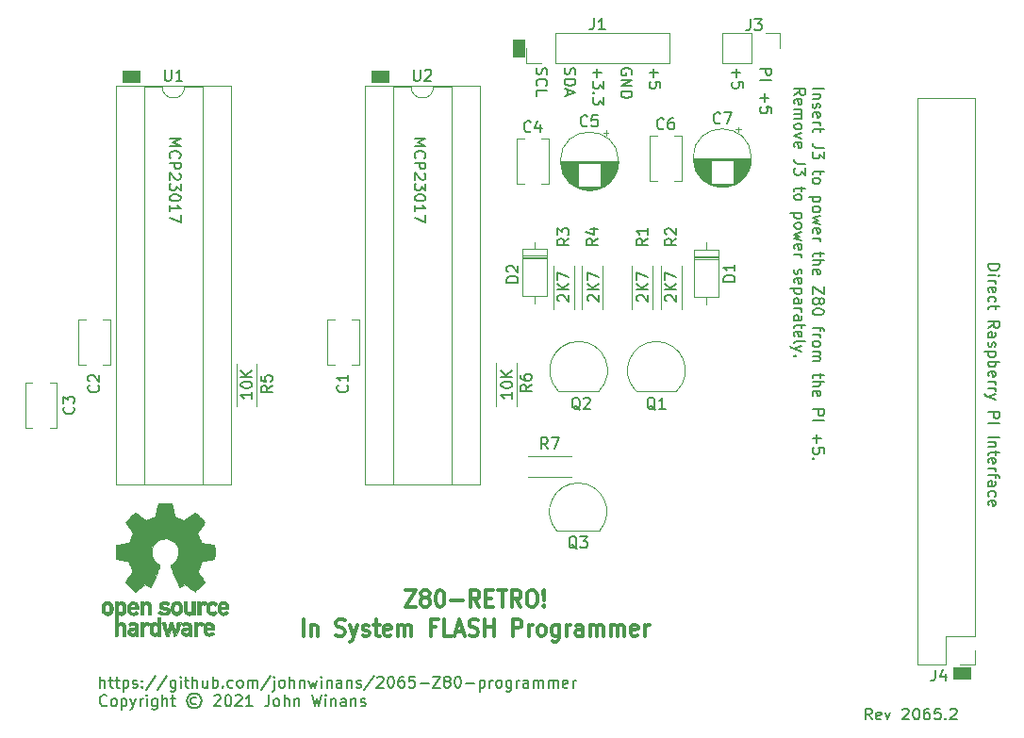
<source format=gto>
G04 #@! TF.GenerationSoftware,KiCad,Pcbnew,5.1.5+dfsg1-2build2*
G04 #@! TF.CreationDate,2021-10-21T19:10:48-05:00*
G04 #@! TF.ProjectId,2065-Z80-programmer,32303635-2d5a-4383-902d-70726f677261,2.0*
G04 #@! TF.SameCoordinates,Original*
G04 #@! TF.FileFunction,Legend,Top*
G04 #@! TF.FilePolarity,Positive*
%FSLAX46Y46*%
G04 Gerber Fmt 4.6, Leading zero omitted, Abs format (unit mm)*
G04 Created by KiCad (PCBNEW 5.1.5+dfsg1-2build2) date 2021-10-21 19:10:48*
%MOMM*%
%LPD*%
G04 APERTURE LIST*
%ADD10C,0.150000*%
%ADD11C,0.100000*%
%ADD12C,0.317500*%
%ADD13C,0.120000*%
%ADD14C,0.010000*%
%ADD15O,1.802000X1.802000*%
%ADD16R,1.802000X1.802000*%
%ADD17O,1.702000X1.702000*%
%ADD18R,1.702000X1.702000*%
%ADD19C,4.700000*%
%ADD20O,1.502000X1.502000*%
%ADD21C,1.502000*%
%ADD22R,1.402000X1.402000*%
%ADD23C,1.402000*%
%ADD24C,1.702000*%
G04 APERTURE END LIST*
D10*
X111958380Y-89082476D02*
X111958380Y-89653904D01*
X111958380Y-89368190D02*
X110958380Y-89368190D01*
X111101238Y-89463428D01*
X111196476Y-89558666D01*
X111244095Y-89653904D01*
X110958380Y-88463428D02*
X110958380Y-88368190D01*
X111006000Y-88272952D01*
X111053619Y-88225333D01*
X111148857Y-88177714D01*
X111339333Y-88130095D01*
X111577428Y-88130095D01*
X111767904Y-88177714D01*
X111863142Y-88225333D01*
X111910761Y-88272952D01*
X111958380Y-88368190D01*
X111958380Y-88463428D01*
X111910761Y-88558666D01*
X111863142Y-88606285D01*
X111767904Y-88653904D01*
X111577428Y-88701523D01*
X111339333Y-88701523D01*
X111148857Y-88653904D01*
X111053619Y-88606285D01*
X111006000Y-88558666D01*
X110958380Y-88463428D01*
X111958380Y-87701523D02*
X110958380Y-87701523D01*
X111958380Y-87130095D02*
X111386952Y-87558666D01*
X110958380Y-87130095D02*
X111529809Y-87701523D01*
X135326380Y-89082476D02*
X135326380Y-89653904D01*
X135326380Y-89368190D02*
X134326380Y-89368190D01*
X134469238Y-89463428D01*
X134564476Y-89558666D01*
X134612095Y-89653904D01*
X134326380Y-88463428D02*
X134326380Y-88368190D01*
X134374000Y-88272952D01*
X134421619Y-88225333D01*
X134516857Y-88177714D01*
X134707333Y-88130095D01*
X134945428Y-88130095D01*
X135135904Y-88177714D01*
X135231142Y-88225333D01*
X135278761Y-88272952D01*
X135326380Y-88368190D01*
X135326380Y-88463428D01*
X135278761Y-88558666D01*
X135231142Y-88606285D01*
X135135904Y-88653904D01*
X134945428Y-88701523D01*
X134707333Y-88701523D01*
X134516857Y-88653904D01*
X134421619Y-88606285D01*
X134374000Y-88558666D01*
X134326380Y-88463428D01*
X135326380Y-87701523D02*
X134326380Y-87701523D01*
X135326380Y-87130095D02*
X134754952Y-87558666D01*
X134326380Y-87130095D02*
X134897809Y-87701523D01*
X149153619Y-80890904D02*
X149106000Y-80843285D01*
X149058380Y-80748047D01*
X149058380Y-80509952D01*
X149106000Y-80414714D01*
X149153619Y-80367095D01*
X149248857Y-80319476D01*
X149344095Y-80319476D01*
X149486952Y-80367095D01*
X150058380Y-80938523D01*
X150058380Y-80319476D01*
X150058380Y-79890904D02*
X149058380Y-79890904D01*
X150058380Y-79319476D02*
X149486952Y-79748047D01*
X149058380Y-79319476D02*
X149629809Y-79890904D01*
X149058380Y-78986142D02*
X149058380Y-78319476D01*
X150058380Y-78748047D01*
X146613619Y-80890904D02*
X146566000Y-80843285D01*
X146518380Y-80748047D01*
X146518380Y-80509952D01*
X146566000Y-80414714D01*
X146613619Y-80367095D01*
X146708857Y-80319476D01*
X146804095Y-80319476D01*
X146946952Y-80367095D01*
X147518380Y-80938523D01*
X147518380Y-80319476D01*
X147518380Y-79890904D02*
X146518380Y-79890904D01*
X147518380Y-79319476D02*
X146946952Y-79748047D01*
X146518380Y-79319476D02*
X147089809Y-79890904D01*
X146518380Y-78986142D02*
X146518380Y-78319476D01*
X147518380Y-78748047D01*
X142168619Y-80890904D02*
X142121000Y-80843285D01*
X142073380Y-80748047D01*
X142073380Y-80509952D01*
X142121000Y-80414714D01*
X142168619Y-80367095D01*
X142263857Y-80319476D01*
X142359095Y-80319476D01*
X142501952Y-80367095D01*
X143073380Y-80938523D01*
X143073380Y-80319476D01*
X143073380Y-79890904D02*
X142073380Y-79890904D01*
X143073380Y-79319476D02*
X142501952Y-79748047D01*
X142073380Y-79319476D02*
X142644809Y-79890904D01*
X142073380Y-78986142D02*
X142073380Y-78319476D01*
X143073380Y-78748047D01*
X139501619Y-80890904D02*
X139454000Y-80843285D01*
X139406380Y-80748047D01*
X139406380Y-80509952D01*
X139454000Y-80414714D01*
X139501619Y-80367095D01*
X139596857Y-80319476D01*
X139692095Y-80319476D01*
X139834952Y-80367095D01*
X140406380Y-80938523D01*
X140406380Y-80319476D01*
X140406380Y-79890904D02*
X139406380Y-79890904D01*
X140406380Y-79319476D02*
X139834952Y-79748047D01*
X139406380Y-79319476D02*
X139977809Y-79890904D01*
X139406380Y-78986142D02*
X139406380Y-78319476D01*
X140406380Y-78748047D01*
X167612303Y-118496340D02*
X167278970Y-118020150D01*
X167040875Y-118496340D02*
X167040875Y-117496340D01*
X167421827Y-117496340D01*
X167517065Y-117543960D01*
X167564684Y-117591579D01*
X167612303Y-117686817D01*
X167612303Y-117829674D01*
X167564684Y-117924912D01*
X167517065Y-117972531D01*
X167421827Y-118020150D01*
X167040875Y-118020150D01*
X168421827Y-118448721D02*
X168326589Y-118496340D01*
X168136113Y-118496340D01*
X168040875Y-118448721D01*
X167993256Y-118353483D01*
X167993256Y-117972531D01*
X168040875Y-117877293D01*
X168136113Y-117829674D01*
X168326589Y-117829674D01*
X168421827Y-117877293D01*
X168469446Y-117972531D01*
X168469446Y-118067769D01*
X167993256Y-118163007D01*
X168802780Y-117829674D02*
X169040875Y-118496340D01*
X169278970Y-117829674D01*
X170374208Y-117591579D02*
X170421827Y-117543960D01*
X170517065Y-117496340D01*
X170755160Y-117496340D01*
X170850399Y-117543960D01*
X170898018Y-117591579D01*
X170945637Y-117686817D01*
X170945637Y-117782055D01*
X170898018Y-117924912D01*
X170326589Y-118496340D01*
X170945637Y-118496340D01*
X171564684Y-117496340D02*
X171659922Y-117496340D01*
X171755160Y-117543960D01*
X171802780Y-117591579D01*
X171850399Y-117686817D01*
X171898018Y-117877293D01*
X171898018Y-118115388D01*
X171850399Y-118305864D01*
X171802780Y-118401102D01*
X171755160Y-118448721D01*
X171659922Y-118496340D01*
X171564684Y-118496340D01*
X171469446Y-118448721D01*
X171421827Y-118401102D01*
X171374208Y-118305864D01*
X171326589Y-118115388D01*
X171326589Y-117877293D01*
X171374208Y-117686817D01*
X171421827Y-117591579D01*
X171469446Y-117543960D01*
X171564684Y-117496340D01*
X172755160Y-117496340D02*
X172564684Y-117496340D01*
X172469446Y-117543960D01*
X172421827Y-117591579D01*
X172326589Y-117734436D01*
X172278970Y-117924912D01*
X172278970Y-118305864D01*
X172326589Y-118401102D01*
X172374208Y-118448721D01*
X172469446Y-118496340D01*
X172659922Y-118496340D01*
X172755160Y-118448721D01*
X172802780Y-118401102D01*
X172850399Y-118305864D01*
X172850399Y-118067769D01*
X172802780Y-117972531D01*
X172755160Y-117924912D01*
X172659922Y-117877293D01*
X172469446Y-117877293D01*
X172374208Y-117924912D01*
X172326589Y-117972531D01*
X172278970Y-118067769D01*
X173755160Y-117496340D02*
X173278970Y-117496340D01*
X173231351Y-117972531D01*
X173278970Y-117924912D01*
X173374208Y-117877293D01*
X173612303Y-117877293D01*
X173707541Y-117924912D01*
X173755160Y-117972531D01*
X173802780Y-118067769D01*
X173802780Y-118305864D01*
X173755160Y-118401102D01*
X173707541Y-118448721D01*
X173612303Y-118496340D01*
X173374208Y-118496340D01*
X173278970Y-118448721D01*
X173231351Y-118401102D01*
X174231351Y-118401102D02*
X174278970Y-118448721D01*
X174231351Y-118496340D01*
X174183732Y-118448721D01*
X174231351Y-118401102D01*
X174231351Y-118496340D01*
X174659922Y-117591579D02*
X174707541Y-117543960D01*
X174802780Y-117496340D01*
X175040875Y-117496340D01*
X175136113Y-117543960D01*
X175183732Y-117591579D01*
X175231351Y-117686817D01*
X175231351Y-117782055D01*
X175183732Y-117924912D01*
X174612303Y-118496340D01*
X175231351Y-118496340D01*
X104547619Y-66335595D02*
X105547619Y-66335595D01*
X104833333Y-66668928D01*
X105547619Y-67002261D01*
X104547619Y-67002261D01*
X104642857Y-68049880D02*
X104595238Y-68002261D01*
X104547619Y-67859404D01*
X104547619Y-67764166D01*
X104595238Y-67621309D01*
X104690476Y-67526071D01*
X104785714Y-67478452D01*
X104976190Y-67430833D01*
X105119047Y-67430833D01*
X105309523Y-67478452D01*
X105404761Y-67526071D01*
X105500000Y-67621309D01*
X105547619Y-67764166D01*
X105547619Y-67859404D01*
X105500000Y-68002261D01*
X105452380Y-68049880D01*
X104547619Y-68478452D02*
X105547619Y-68478452D01*
X105547619Y-68859404D01*
X105500000Y-68954642D01*
X105452380Y-69002261D01*
X105357142Y-69049880D01*
X105214285Y-69049880D01*
X105119047Y-69002261D01*
X105071428Y-68954642D01*
X105023809Y-68859404D01*
X105023809Y-68478452D01*
X105452380Y-69430833D02*
X105500000Y-69478452D01*
X105547619Y-69573690D01*
X105547619Y-69811785D01*
X105500000Y-69907023D01*
X105452380Y-69954642D01*
X105357142Y-70002261D01*
X105261904Y-70002261D01*
X105119047Y-69954642D01*
X104547619Y-69383214D01*
X104547619Y-70002261D01*
X105547619Y-70335595D02*
X105547619Y-70954642D01*
X105166666Y-70621309D01*
X105166666Y-70764166D01*
X105119047Y-70859404D01*
X105071428Y-70907023D01*
X104976190Y-70954642D01*
X104738095Y-70954642D01*
X104642857Y-70907023D01*
X104595238Y-70859404D01*
X104547619Y-70764166D01*
X104547619Y-70478452D01*
X104595238Y-70383214D01*
X104642857Y-70335595D01*
X105547619Y-71573690D02*
X105547619Y-71668928D01*
X105500000Y-71764166D01*
X105452380Y-71811785D01*
X105357142Y-71859404D01*
X105166666Y-71907023D01*
X104928571Y-71907023D01*
X104738095Y-71859404D01*
X104642857Y-71811785D01*
X104595238Y-71764166D01*
X104547619Y-71668928D01*
X104547619Y-71573690D01*
X104595238Y-71478452D01*
X104642857Y-71430833D01*
X104738095Y-71383214D01*
X104928571Y-71335595D01*
X105166666Y-71335595D01*
X105357142Y-71383214D01*
X105452380Y-71430833D01*
X105500000Y-71478452D01*
X105547619Y-71573690D01*
X104547619Y-72859404D02*
X104547619Y-72287976D01*
X104547619Y-72573690D02*
X105547619Y-72573690D01*
X105404761Y-72478452D01*
X105309523Y-72383214D01*
X105261904Y-72287976D01*
X105547619Y-73192738D02*
X105547619Y-73859404D01*
X104547619Y-73430833D01*
X126547619Y-66335595D02*
X127547619Y-66335595D01*
X126833333Y-66668928D01*
X127547619Y-67002261D01*
X126547619Y-67002261D01*
X126642857Y-68049880D02*
X126595238Y-68002261D01*
X126547619Y-67859404D01*
X126547619Y-67764166D01*
X126595238Y-67621309D01*
X126690476Y-67526071D01*
X126785714Y-67478452D01*
X126976190Y-67430833D01*
X127119047Y-67430833D01*
X127309523Y-67478452D01*
X127404761Y-67526071D01*
X127500000Y-67621309D01*
X127547619Y-67764166D01*
X127547619Y-67859404D01*
X127500000Y-68002261D01*
X127452380Y-68049880D01*
X126547619Y-68478452D02*
X127547619Y-68478452D01*
X127547619Y-68859404D01*
X127500000Y-68954642D01*
X127452380Y-69002261D01*
X127357142Y-69049880D01*
X127214285Y-69049880D01*
X127119047Y-69002261D01*
X127071428Y-68954642D01*
X127023809Y-68859404D01*
X127023809Y-68478452D01*
X127452380Y-69430833D02*
X127500000Y-69478452D01*
X127547619Y-69573690D01*
X127547619Y-69811785D01*
X127500000Y-69907023D01*
X127452380Y-69954642D01*
X127357142Y-70002261D01*
X127261904Y-70002261D01*
X127119047Y-69954642D01*
X126547619Y-69383214D01*
X126547619Y-70002261D01*
X127547619Y-70335595D02*
X127547619Y-70954642D01*
X127166666Y-70621309D01*
X127166666Y-70764166D01*
X127119047Y-70859404D01*
X127071428Y-70907023D01*
X126976190Y-70954642D01*
X126738095Y-70954642D01*
X126642857Y-70907023D01*
X126595238Y-70859404D01*
X126547619Y-70764166D01*
X126547619Y-70478452D01*
X126595238Y-70383214D01*
X126642857Y-70335595D01*
X127547619Y-71573690D02*
X127547619Y-71668928D01*
X127500000Y-71764166D01*
X127452380Y-71811785D01*
X127357142Y-71859404D01*
X127166666Y-71907023D01*
X126928571Y-71907023D01*
X126738095Y-71859404D01*
X126642857Y-71811785D01*
X126595238Y-71764166D01*
X126547619Y-71668928D01*
X126547619Y-71573690D01*
X126595238Y-71478452D01*
X126642857Y-71430833D01*
X126738095Y-71383214D01*
X126928571Y-71335595D01*
X127166666Y-71335595D01*
X127357142Y-71383214D01*
X127452380Y-71430833D01*
X127500000Y-71478452D01*
X127547619Y-71573690D01*
X126547619Y-72859404D02*
X126547619Y-72287976D01*
X126547619Y-72573690D02*
X127547619Y-72573690D01*
X127404761Y-72478452D01*
X127309523Y-72383214D01*
X127261904Y-72287976D01*
X127547619Y-73192738D02*
X127547619Y-73859404D01*
X126547619Y-73430833D01*
X178056279Y-77594775D02*
X179056279Y-77594775D01*
X179056279Y-77832870D01*
X179008660Y-77975727D01*
X178913421Y-78070965D01*
X178818183Y-78118584D01*
X178627707Y-78166203D01*
X178484850Y-78166203D01*
X178294374Y-78118584D01*
X178199136Y-78070965D01*
X178103898Y-77975727D01*
X178056279Y-77832870D01*
X178056279Y-77594775D01*
X178056279Y-78594775D02*
X178722945Y-78594775D01*
X179056279Y-78594775D02*
X179008660Y-78547156D01*
X178961040Y-78594775D01*
X179008660Y-78642394D01*
X179056279Y-78594775D01*
X178961040Y-78594775D01*
X178056279Y-79070965D02*
X178722945Y-79070965D01*
X178532469Y-79070965D02*
X178627707Y-79118584D01*
X178675326Y-79166203D01*
X178722945Y-79261441D01*
X178722945Y-79356680D01*
X178103898Y-80070965D02*
X178056279Y-79975727D01*
X178056279Y-79785251D01*
X178103898Y-79690013D01*
X178199136Y-79642394D01*
X178580088Y-79642394D01*
X178675326Y-79690013D01*
X178722945Y-79785251D01*
X178722945Y-79975727D01*
X178675326Y-80070965D01*
X178580088Y-80118584D01*
X178484850Y-80118584D01*
X178389612Y-79642394D01*
X178103898Y-80975727D02*
X178056279Y-80880489D01*
X178056279Y-80690013D01*
X178103898Y-80594775D01*
X178151517Y-80547156D01*
X178246755Y-80499537D01*
X178532469Y-80499537D01*
X178627707Y-80547156D01*
X178675326Y-80594775D01*
X178722945Y-80690013D01*
X178722945Y-80880489D01*
X178675326Y-80975727D01*
X178722945Y-81261441D02*
X178722945Y-81642394D01*
X179056279Y-81404299D02*
X178199136Y-81404299D01*
X178103898Y-81451918D01*
X178056279Y-81547156D01*
X178056279Y-81642394D01*
X178056279Y-83309060D02*
X178532469Y-82975727D01*
X178056279Y-82737632D02*
X179056279Y-82737632D01*
X179056279Y-83118584D01*
X179008660Y-83213822D01*
X178961040Y-83261441D01*
X178865802Y-83309060D01*
X178722945Y-83309060D01*
X178627707Y-83261441D01*
X178580088Y-83213822D01*
X178532469Y-83118584D01*
X178532469Y-82737632D01*
X178056279Y-84166203D02*
X178580088Y-84166203D01*
X178675326Y-84118584D01*
X178722945Y-84023346D01*
X178722945Y-83832870D01*
X178675326Y-83737632D01*
X178103898Y-84166203D02*
X178056279Y-84070965D01*
X178056279Y-83832870D01*
X178103898Y-83737632D01*
X178199136Y-83690013D01*
X178294374Y-83690013D01*
X178389612Y-83737632D01*
X178437231Y-83832870D01*
X178437231Y-84070965D01*
X178484850Y-84166203D01*
X178103898Y-84594775D02*
X178056279Y-84690013D01*
X178056279Y-84880489D01*
X178103898Y-84975727D01*
X178199136Y-85023346D01*
X178246755Y-85023346D01*
X178341993Y-84975727D01*
X178389612Y-84880489D01*
X178389612Y-84737632D01*
X178437231Y-84642394D01*
X178532469Y-84594775D01*
X178580088Y-84594775D01*
X178675326Y-84642394D01*
X178722945Y-84737632D01*
X178722945Y-84880489D01*
X178675326Y-84975727D01*
X178722945Y-85451918D02*
X177722945Y-85451918D01*
X178675326Y-85451918D02*
X178722945Y-85547156D01*
X178722945Y-85737632D01*
X178675326Y-85832870D01*
X178627707Y-85880489D01*
X178532469Y-85928108D01*
X178246755Y-85928108D01*
X178151517Y-85880489D01*
X178103898Y-85832870D01*
X178056279Y-85737632D01*
X178056279Y-85547156D01*
X178103898Y-85451918D01*
X178056279Y-86356680D02*
X179056279Y-86356680D01*
X178675326Y-86356680D02*
X178722945Y-86451918D01*
X178722945Y-86642394D01*
X178675326Y-86737632D01*
X178627707Y-86785251D01*
X178532469Y-86832870D01*
X178246755Y-86832870D01*
X178151517Y-86785251D01*
X178103898Y-86737632D01*
X178056279Y-86642394D01*
X178056279Y-86451918D01*
X178103898Y-86356680D01*
X178103898Y-87642394D02*
X178056279Y-87547156D01*
X178056279Y-87356680D01*
X178103898Y-87261441D01*
X178199136Y-87213822D01*
X178580088Y-87213822D01*
X178675326Y-87261441D01*
X178722945Y-87356680D01*
X178722945Y-87547156D01*
X178675326Y-87642394D01*
X178580088Y-87690013D01*
X178484850Y-87690013D01*
X178389612Y-87213822D01*
X178056279Y-88118584D02*
X178722945Y-88118584D01*
X178532469Y-88118584D02*
X178627707Y-88166203D01*
X178675326Y-88213822D01*
X178722945Y-88309060D01*
X178722945Y-88404299D01*
X178056279Y-88737632D02*
X178722945Y-88737632D01*
X178532469Y-88737632D02*
X178627707Y-88785251D01*
X178675326Y-88832870D01*
X178722945Y-88928108D01*
X178722945Y-89023346D01*
X178722945Y-89261441D02*
X178056279Y-89499537D01*
X178722945Y-89737632D02*
X178056279Y-89499537D01*
X177818183Y-89404299D01*
X177770564Y-89356680D01*
X177722945Y-89261441D01*
X178056279Y-90880489D02*
X179056279Y-90880489D01*
X179056279Y-91261441D01*
X179008660Y-91356680D01*
X178961040Y-91404299D01*
X178865802Y-91451918D01*
X178722945Y-91451918D01*
X178627707Y-91404299D01*
X178580088Y-91356680D01*
X178532469Y-91261441D01*
X178532469Y-90880489D01*
X178056279Y-91880489D02*
X179056279Y-91880489D01*
X178056279Y-93118584D02*
X179056279Y-93118584D01*
X178722945Y-93594775D02*
X178056279Y-93594775D01*
X178627707Y-93594775D02*
X178675326Y-93642394D01*
X178722945Y-93737632D01*
X178722945Y-93880489D01*
X178675326Y-93975727D01*
X178580088Y-94023346D01*
X178056279Y-94023346D01*
X178722945Y-94356680D02*
X178722945Y-94737632D01*
X179056279Y-94499537D02*
X178199136Y-94499537D01*
X178103898Y-94547156D01*
X178056279Y-94642394D01*
X178056279Y-94737632D01*
X178103898Y-95451918D02*
X178056279Y-95356680D01*
X178056279Y-95166203D01*
X178103898Y-95070965D01*
X178199136Y-95023346D01*
X178580088Y-95023346D01*
X178675326Y-95070965D01*
X178722945Y-95166203D01*
X178722945Y-95356680D01*
X178675326Y-95451918D01*
X178580088Y-95499537D01*
X178484850Y-95499537D01*
X178389612Y-95023346D01*
X178056279Y-95928108D02*
X178722945Y-95928108D01*
X178532469Y-95928108D02*
X178627707Y-95975727D01*
X178675326Y-96023346D01*
X178722945Y-96118584D01*
X178722945Y-96213822D01*
X178722945Y-96404299D02*
X178722945Y-96785251D01*
X178056279Y-96547156D02*
X178913421Y-96547156D01*
X179008660Y-96594775D01*
X179056279Y-96690013D01*
X179056279Y-96785251D01*
X178056279Y-97547156D02*
X178580088Y-97547156D01*
X178675326Y-97499537D01*
X178722945Y-97404299D01*
X178722945Y-97213822D01*
X178675326Y-97118584D01*
X178103898Y-97547156D02*
X178056279Y-97451918D01*
X178056279Y-97213822D01*
X178103898Y-97118584D01*
X178199136Y-97070965D01*
X178294374Y-97070965D01*
X178389612Y-97118584D01*
X178437231Y-97213822D01*
X178437231Y-97451918D01*
X178484850Y-97547156D01*
X178103898Y-98451918D02*
X178056279Y-98356680D01*
X178056279Y-98166203D01*
X178103898Y-98070965D01*
X178151517Y-98023346D01*
X178246755Y-97975727D01*
X178532469Y-97975727D01*
X178627707Y-98023346D01*
X178675326Y-98070965D01*
X178722945Y-98166203D01*
X178722945Y-98356680D01*
X178675326Y-98451918D01*
X178103898Y-99261441D02*
X178056279Y-99166203D01*
X178056279Y-98975727D01*
X178103898Y-98880489D01*
X178199136Y-98832870D01*
X178580088Y-98832870D01*
X178675326Y-98880489D01*
X178722945Y-98975727D01*
X178722945Y-99166203D01*
X178675326Y-99261441D01*
X178580088Y-99309060D01*
X178484850Y-99309060D01*
X178389612Y-98832870D01*
X162305239Y-61821375D02*
X163305239Y-61821375D01*
X162971905Y-62297565D02*
X162305239Y-62297565D01*
X162876667Y-62297565D02*
X162924286Y-62345184D01*
X162971905Y-62440422D01*
X162971905Y-62583280D01*
X162924286Y-62678518D01*
X162829048Y-62726137D01*
X162305239Y-62726137D01*
X162352858Y-63154708D02*
X162305239Y-63249946D01*
X162305239Y-63440422D01*
X162352858Y-63535660D01*
X162448096Y-63583280D01*
X162495715Y-63583280D01*
X162590953Y-63535660D01*
X162638572Y-63440422D01*
X162638572Y-63297565D01*
X162686191Y-63202327D01*
X162781429Y-63154708D01*
X162829048Y-63154708D01*
X162924286Y-63202327D01*
X162971905Y-63297565D01*
X162971905Y-63440422D01*
X162924286Y-63535660D01*
X162352858Y-64392803D02*
X162305239Y-64297565D01*
X162305239Y-64107089D01*
X162352858Y-64011851D01*
X162448096Y-63964232D01*
X162829048Y-63964232D01*
X162924286Y-64011851D01*
X162971905Y-64107089D01*
X162971905Y-64297565D01*
X162924286Y-64392803D01*
X162829048Y-64440422D01*
X162733810Y-64440422D01*
X162638572Y-63964232D01*
X162305239Y-64868994D02*
X162971905Y-64868994D01*
X162781429Y-64868994D02*
X162876667Y-64916613D01*
X162924286Y-64964232D01*
X162971905Y-65059470D01*
X162971905Y-65154708D01*
X162971905Y-65345184D02*
X162971905Y-65726137D01*
X163305239Y-65488041D02*
X162448096Y-65488041D01*
X162352858Y-65535660D01*
X162305239Y-65630899D01*
X162305239Y-65726137D01*
X163305239Y-67107089D02*
X162590953Y-67107089D01*
X162448096Y-67059470D01*
X162352858Y-66964232D01*
X162305239Y-66821375D01*
X162305239Y-66726137D01*
X163305239Y-67488041D02*
X163305239Y-68107089D01*
X162924286Y-67773756D01*
X162924286Y-67916613D01*
X162876667Y-68011851D01*
X162829048Y-68059470D01*
X162733810Y-68107089D01*
X162495715Y-68107089D01*
X162400477Y-68059470D01*
X162352858Y-68011851D01*
X162305239Y-67916613D01*
X162305239Y-67630899D01*
X162352858Y-67535660D01*
X162400477Y-67488041D01*
X162971905Y-69154708D02*
X162971905Y-69535660D01*
X163305239Y-69297565D02*
X162448096Y-69297565D01*
X162352858Y-69345184D01*
X162305239Y-69440422D01*
X162305239Y-69535660D01*
X162305239Y-70011851D02*
X162352858Y-69916613D01*
X162400477Y-69868994D01*
X162495715Y-69821375D01*
X162781429Y-69821375D01*
X162876667Y-69868994D01*
X162924286Y-69916613D01*
X162971905Y-70011851D01*
X162971905Y-70154708D01*
X162924286Y-70249946D01*
X162876667Y-70297565D01*
X162781429Y-70345184D01*
X162495715Y-70345184D01*
X162400477Y-70297565D01*
X162352858Y-70249946D01*
X162305239Y-70154708D01*
X162305239Y-70011851D01*
X162971905Y-71535660D02*
X161971905Y-71535660D01*
X162924286Y-71535660D02*
X162971905Y-71630899D01*
X162971905Y-71821375D01*
X162924286Y-71916613D01*
X162876667Y-71964232D01*
X162781429Y-72011851D01*
X162495715Y-72011851D01*
X162400477Y-71964232D01*
X162352858Y-71916613D01*
X162305239Y-71821375D01*
X162305239Y-71630899D01*
X162352858Y-71535660D01*
X162305239Y-72583280D02*
X162352858Y-72488041D01*
X162400477Y-72440422D01*
X162495715Y-72392803D01*
X162781429Y-72392803D01*
X162876667Y-72440422D01*
X162924286Y-72488041D01*
X162971905Y-72583280D01*
X162971905Y-72726137D01*
X162924286Y-72821375D01*
X162876667Y-72868994D01*
X162781429Y-72916613D01*
X162495715Y-72916613D01*
X162400477Y-72868994D01*
X162352858Y-72821375D01*
X162305239Y-72726137D01*
X162305239Y-72583280D01*
X162971905Y-73249946D02*
X162305239Y-73440422D01*
X162781429Y-73630899D01*
X162305239Y-73821375D01*
X162971905Y-74011851D01*
X162352858Y-74773756D02*
X162305239Y-74678518D01*
X162305239Y-74488041D01*
X162352858Y-74392803D01*
X162448096Y-74345184D01*
X162829048Y-74345184D01*
X162924286Y-74392803D01*
X162971905Y-74488041D01*
X162971905Y-74678518D01*
X162924286Y-74773756D01*
X162829048Y-74821375D01*
X162733810Y-74821375D01*
X162638572Y-74345184D01*
X162305239Y-75249946D02*
X162971905Y-75249946D01*
X162781429Y-75249946D02*
X162876667Y-75297565D01*
X162924286Y-75345184D01*
X162971905Y-75440422D01*
X162971905Y-75535660D01*
X162971905Y-76488041D02*
X162971905Y-76868994D01*
X163305239Y-76630899D02*
X162448096Y-76630899D01*
X162352858Y-76678518D01*
X162305239Y-76773756D01*
X162305239Y-76868994D01*
X162305239Y-77202327D02*
X163305239Y-77202327D01*
X162305239Y-77630899D02*
X162829048Y-77630899D01*
X162924286Y-77583280D01*
X162971905Y-77488041D01*
X162971905Y-77345184D01*
X162924286Y-77249946D01*
X162876667Y-77202327D01*
X162352858Y-78488041D02*
X162305239Y-78392803D01*
X162305239Y-78202327D01*
X162352858Y-78107089D01*
X162448096Y-78059470D01*
X162829048Y-78059470D01*
X162924286Y-78107089D01*
X162971905Y-78202327D01*
X162971905Y-78392803D01*
X162924286Y-78488041D01*
X162829048Y-78535660D01*
X162733810Y-78535660D01*
X162638572Y-78059470D01*
X163305239Y-79630899D02*
X163305239Y-80297565D01*
X162305239Y-79630899D01*
X162305239Y-80297565D01*
X162876667Y-80821375D02*
X162924286Y-80726137D01*
X162971905Y-80678518D01*
X163067143Y-80630899D01*
X163114762Y-80630899D01*
X163210000Y-80678518D01*
X163257620Y-80726137D01*
X163305239Y-80821375D01*
X163305239Y-81011851D01*
X163257620Y-81107089D01*
X163210000Y-81154708D01*
X163114762Y-81202327D01*
X163067143Y-81202327D01*
X162971905Y-81154708D01*
X162924286Y-81107089D01*
X162876667Y-81011851D01*
X162876667Y-80821375D01*
X162829048Y-80726137D01*
X162781429Y-80678518D01*
X162686191Y-80630899D01*
X162495715Y-80630899D01*
X162400477Y-80678518D01*
X162352858Y-80726137D01*
X162305239Y-80821375D01*
X162305239Y-81011851D01*
X162352858Y-81107089D01*
X162400477Y-81154708D01*
X162495715Y-81202327D01*
X162686191Y-81202327D01*
X162781429Y-81154708D01*
X162829048Y-81107089D01*
X162876667Y-81011851D01*
X163305239Y-81821375D02*
X163305239Y-81916613D01*
X163257620Y-82011851D01*
X163210000Y-82059470D01*
X163114762Y-82107089D01*
X162924286Y-82154708D01*
X162686191Y-82154708D01*
X162495715Y-82107089D01*
X162400477Y-82059470D01*
X162352858Y-82011851D01*
X162305239Y-81916613D01*
X162305239Y-81821375D01*
X162352858Y-81726137D01*
X162400477Y-81678518D01*
X162495715Y-81630899D01*
X162686191Y-81583280D01*
X162924286Y-81583280D01*
X163114762Y-81630899D01*
X163210000Y-81678518D01*
X163257620Y-81726137D01*
X163305239Y-81821375D01*
X162971905Y-83202327D02*
X162971905Y-83583280D01*
X162305239Y-83345184D02*
X163162381Y-83345184D01*
X163257620Y-83392803D01*
X163305239Y-83488041D01*
X163305239Y-83583280D01*
X162305239Y-83916613D02*
X162971905Y-83916613D01*
X162781429Y-83916613D02*
X162876667Y-83964232D01*
X162924286Y-84011851D01*
X162971905Y-84107089D01*
X162971905Y-84202327D01*
X162305239Y-84678518D02*
X162352858Y-84583280D01*
X162400477Y-84535660D01*
X162495715Y-84488041D01*
X162781429Y-84488041D01*
X162876667Y-84535660D01*
X162924286Y-84583280D01*
X162971905Y-84678518D01*
X162971905Y-84821375D01*
X162924286Y-84916613D01*
X162876667Y-84964232D01*
X162781429Y-85011851D01*
X162495715Y-85011851D01*
X162400477Y-84964232D01*
X162352858Y-84916613D01*
X162305239Y-84821375D01*
X162305239Y-84678518D01*
X162305239Y-85440422D02*
X162971905Y-85440422D01*
X162876667Y-85440422D02*
X162924286Y-85488041D01*
X162971905Y-85583280D01*
X162971905Y-85726137D01*
X162924286Y-85821375D01*
X162829048Y-85868994D01*
X162305239Y-85868994D01*
X162829048Y-85868994D02*
X162924286Y-85916613D01*
X162971905Y-86011851D01*
X162971905Y-86154708D01*
X162924286Y-86249946D01*
X162829048Y-86297565D01*
X162305239Y-86297565D01*
X162971905Y-87392803D02*
X162971905Y-87773756D01*
X163305239Y-87535660D02*
X162448096Y-87535660D01*
X162352858Y-87583280D01*
X162305239Y-87678518D01*
X162305239Y-87773756D01*
X162305239Y-88107089D02*
X163305239Y-88107089D01*
X162305239Y-88535660D02*
X162829048Y-88535660D01*
X162924286Y-88488041D01*
X162971905Y-88392803D01*
X162971905Y-88249946D01*
X162924286Y-88154708D01*
X162876667Y-88107089D01*
X162352858Y-89392803D02*
X162305239Y-89297565D01*
X162305239Y-89107089D01*
X162352858Y-89011851D01*
X162448096Y-88964232D01*
X162829048Y-88964232D01*
X162924286Y-89011851D01*
X162971905Y-89107089D01*
X162971905Y-89297565D01*
X162924286Y-89392803D01*
X162829048Y-89440422D01*
X162733810Y-89440422D01*
X162638572Y-88964232D01*
X162305239Y-90630899D02*
X163305239Y-90630899D01*
X163305239Y-91011851D01*
X163257620Y-91107089D01*
X163210000Y-91154708D01*
X163114762Y-91202327D01*
X162971905Y-91202327D01*
X162876667Y-91154708D01*
X162829048Y-91107089D01*
X162781429Y-91011851D01*
X162781429Y-90630899D01*
X162305239Y-91630899D02*
X163305239Y-91630899D01*
X162686191Y-92868994D02*
X162686191Y-93630899D01*
X162305239Y-93249946D02*
X163067143Y-93249946D01*
X163305239Y-94583280D02*
X163305239Y-94107089D01*
X162829048Y-94059470D01*
X162876667Y-94107089D01*
X162924286Y-94202327D01*
X162924286Y-94440422D01*
X162876667Y-94535660D01*
X162829048Y-94583280D01*
X162733810Y-94630899D01*
X162495715Y-94630899D01*
X162400477Y-94583280D01*
X162352858Y-94535660D01*
X162305239Y-94440422D01*
X162305239Y-94202327D01*
X162352858Y-94107089D01*
X162400477Y-94059470D01*
X162400477Y-95059470D02*
X162352858Y-95107089D01*
X162305239Y-95059470D01*
X162352858Y-95011851D01*
X162400477Y-95059470D01*
X162305239Y-95059470D01*
X160655239Y-62392803D02*
X161131429Y-62059470D01*
X160655239Y-61821375D02*
X161655239Y-61821375D01*
X161655239Y-62202327D01*
X161607620Y-62297565D01*
X161560000Y-62345184D01*
X161464762Y-62392803D01*
X161321905Y-62392803D01*
X161226667Y-62345184D01*
X161179048Y-62297565D01*
X161131429Y-62202327D01*
X161131429Y-61821375D01*
X160702858Y-63202327D02*
X160655239Y-63107089D01*
X160655239Y-62916613D01*
X160702858Y-62821375D01*
X160798096Y-62773756D01*
X161179048Y-62773756D01*
X161274286Y-62821375D01*
X161321905Y-62916613D01*
X161321905Y-63107089D01*
X161274286Y-63202327D01*
X161179048Y-63249946D01*
X161083810Y-63249946D01*
X160988572Y-62773756D01*
X160655239Y-63678518D02*
X161321905Y-63678518D01*
X161226667Y-63678518D02*
X161274286Y-63726137D01*
X161321905Y-63821375D01*
X161321905Y-63964232D01*
X161274286Y-64059470D01*
X161179048Y-64107089D01*
X160655239Y-64107089D01*
X161179048Y-64107089D02*
X161274286Y-64154708D01*
X161321905Y-64249946D01*
X161321905Y-64392803D01*
X161274286Y-64488041D01*
X161179048Y-64535660D01*
X160655239Y-64535660D01*
X160655239Y-65154708D02*
X160702858Y-65059470D01*
X160750477Y-65011851D01*
X160845715Y-64964232D01*
X161131429Y-64964232D01*
X161226667Y-65011851D01*
X161274286Y-65059470D01*
X161321905Y-65154708D01*
X161321905Y-65297565D01*
X161274286Y-65392803D01*
X161226667Y-65440422D01*
X161131429Y-65488041D01*
X160845715Y-65488041D01*
X160750477Y-65440422D01*
X160702858Y-65392803D01*
X160655239Y-65297565D01*
X160655239Y-65154708D01*
X161321905Y-65821375D02*
X160655239Y-66059470D01*
X161321905Y-66297565D01*
X160702858Y-67059470D02*
X160655239Y-66964232D01*
X160655239Y-66773756D01*
X160702858Y-66678518D01*
X160798096Y-66630899D01*
X161179048Y-66630899D01*
X161274286Y-66678518D01*
X161321905Y-66773756D01*
X161321905Y-66964232D01*
X161274286Y-67059470D01*
X161179048Y-67107089D01*
X161083810Y-67107089D01*
X160988572Y-66630899D01*
X161655239Y-68583280D02*
X160940953Y-68583280D01*
X160798096Y-68535660D01*
X160702858Y-68440422D01*
X160655239Y-68297565D01*
X160655239Y-68202327D01*
X161655239Y-68964232D02*
X161655239Y-69583280D01*
X161274286Y-69249946D01*
X161274286Y-69392803D01*
X161226667Y-69488041D01*
X161179048Y-69535660D01*
X161083810Y-69583280D01*
X160845715Y-69583280D01*
X160750477Y-69535660D01*
X160702858Y-69488041D01*
X160655239Y-69392803D01*
X160655239Y-69107089D01*
X160702858Y-69011851D01*
X160750477Y-68964232D01*
X161321905Y-70630899D02*
X161321905Y-71011851D01*
X161655239Y-70773756D02*
X160798096Y-70773756D01*
X160702858Y-70821375D01*
X160655239Y-70916613D01*
X160655239Y-71011851D01*
X160655239Y-71488041D02*
X160702858Y-71392803D01*
X160750477Y-71345184D01*
X160845715Y-71297565D01*
X161131429Y-71297565D01*
X161226667Y-71345184D01*
X161274286Y-71392803D01*
X161321905Y-71488041D01*
X161321905Y-71630899D01*
X161274286Y-71726137D01*
X161226667Y-71773756D01*
X161131429Y-71821375D01*
X160845715Y-71821375D01*
X160750477Y-71773756D01*
X160702858Y-71726137D01*
X160655239Y-71630899D01*
X160655239Y-71488041D01*
X161321905Y-73011851D02*
X160321905Y-73011851D01*
X161274286Y-73011851D02*
X161321905Y-73107089D01*
X161321905Y-73297565D01*
X161274286Y-73392803D01*
X161226667Y-73440422D01*
X161131429Y-73488041D01*
X160845715Y-73488041D01*
X160750477Y-73440422D01*
X160702858Y-73392803D01*
X160655239Y-73297565D01*
X160655239Y-73107089D01*
X160702858Y-73011851D01*
X160655239Y-74059470D02*
X160702858Y-73964232D01*
X160750477Y-73916613D01*
X160845715Y-73868994D01*
X161131429Y-73868994D01*
X161226667Y-73916613D01*
X161274286Y-73964232D01*
X161321905Y-74059470D01*
X161321905Y-74202327D01*
X161274286Y-74297565D01*
X161226667Y-74345184D01*
X161131429Y-74392803D01*
X160845715Y-74392803D01*
X160750477Y-74345184D01*
X160702858Y-74297565D01*
X160655239Y-74202327D01*
X160655239Y-74059470D01*
X161321905Y-74726137D02*
X160655239Y-74916613D01*
X161131429Y-75107089D01*
X160655239Y-75297565D01*
X161321905Y-75488041D01*
X160702858Y-76249946D02*
X160655239Y-76154708D01*
X160655239Y-75964232D01*
X160702858Y-75868994D01*
X160798096Y-75821375D01*
X161179048Y-75821375D01*
X161274286Y-75868994D01*
X161321905Y-75964232D01*
X161321905Y-76154708D01*
X161274286Y-76249946D01*
X161179048Y-76297565D01*
X161083810Y-76297565D01*
X160988572Y-75821375D01*
X160655239Y-76726137D02*
X161321905Y-76726137D01*
X161131429Y-76726137D02*
X161226667Y-76773756D01*
X161274286Y-76821375D01*
X161321905Y-76916613D01*
X161321905Y-77011851D01*
X160702858Y-78059470D02*
X160655239Y-78154708D01*
X160655239Y-78345184D01*
X160702858Y-78440422D01*
X160798096Y-78488041D01*
X160845715Y-78488041D01*
X160940953Y-78440422D01*
X160988572Y-78345184D01*
X160988572Y-78202327D01*
X161036191Y-78107089D01*
X161131429Y-78059470D01*
X161179048Y-78059470D01*
X161274286Y-78107089D01*
X161321905Y-78202327D01*
X161321905Y-78345184D01*
X161274286Y-78440422D01*
X160702858Y-79297565D02*
X160655239Y-79202327D01*
X160655239Y-79011851D01*
X160702858Y-78916613D01*
X160798096Y-78868994D01*
X161179048Y-78868994D01*
X161274286Y-78916613D01*
X161321905Y-79011851D01*
X161321905Y-79202327D01*
X161274286Y-79297565D01*
X161179048Y-79345184D01*
X161083810Y-79345184D01*
X160988572Y-78868994D01*
X161321905Y-79773756D02*
X160321905Y-79773756D01*
X161274286Y-79773756D02*
X161321905Y-79868994D01*
X161321905Y-80059470D01*
X161274286Y-80154708D01*
X161226667Y-80202327D01*
X161131429Y-80249946D01*
X160845715Y-80249946D01*
X160750477Y-80202327D01*
X160702858Y-80154708D01*
X160655239Y-80059470D01*
X160655239Y-79868994D01*
X160702858Y-79773756D01*
X160655239Y-81107089D02*
X161179048Y-81107089D01*
X161274286Y-81059470D01*
X161321905Y-80964232D01*
X161321905Y-80773756D01*
X161274286Y-80678518D01*
X160702858Y-81107089D02*
X160655239Y-81011851D01*
X160655239Y-80773756D01*
X160702858Y-80678518D01*
X160798096Y-80630899D01*
X160893334Y-80630899D01*
X160988572Y-80678518D01*
X161036191Y-80773756D01*
X161036191Y-81011851D01*
X161083810Y-81107089D01*
X160655239Y-81583280D02*
X161321905Y-81583280D01*
X161131429Y-81583280D02*
X161226667Y-81630899D01*
X161274286Y-81678518D01*
X161321905Y-81773756D01*
X161321905Y-81868994D01*
X160655239Y-82630899D02*
X161179048Y-82630899D01*
X161274286Y-82583280D01*
X161321905Y-82488041D01*
X161321905Y-82297565D01*
X161274286Y-82202327D01*
X160702858Y-82630899D02*
X160655239Y-82535660D01*
X160655239Y-82297565D01*
X160702858Y-82202327D01*
X160798096Y-82154708D01*
X160893334Y-82154708D01*
X160988572Y-82202327D01*
X161036191Y-82297565D01*
X161036191Y-82535660D01*
X161083810Y-82630899D01*
X161321905Y-82964232D02*
X161321905Y-83345184D01*
X161655239Y-83107089D02*
X160798096Y-83107089D01*
X160702858Y-83154708D01*
X160655239Y-83249946D01*
X160655239Y-83345184D01*
X160702858Y-84059470D02*
X160655239Y-83964232D01*
X160655239Y-83773756D01*
X160702858Y-83678518D01*
X160798096Y-83630899D01*
X161179048Y-83630899D01*
X161274286Y-83678518D01*
X161321905Y-83773756D01*
X161321905Y-83964232D01*
X161274286Y-84059470D01*
X161179048Y-84107089D01*
X161083810Y-84107089D01*
X160988572Y-83630899D01*
X160655239Y-84678518D02*
X160702858Y-84583280D01*
X160798096Y-84535660D01*
X161655239Y-84535660D01*
X161321905Y-84964232D02*
X160655239Y-85202327D01*
X161321905Y-85440422D02*
X160655239Y-85202327D01*
X160417143Y-85107089D01*
X160369524Y-85059470D01*
X160321905Y-84964232D01*
X160750477Y-85821375D02*
X160702858Y-85868994D01*
X160655239Y-85821375D01*
X160702858Y-85773756D01*
X160750477Y-85821375D01*
X160655239Y-85821375D01*
X98335595Y-115627380D02*
X98335595Y-114627380D01*
X98764166Y-115627380D02*
X98764166Y-115103571D01*
X98716547Y-115008333D01*
X98621309Y-114960714D01*
X98478452Y-114960714D01*
X98383214Y-115008333D01*
X98335595Y-115055952D01*
X99097500Y-114960714D02*
X99478452Y-114960714D01*
X99240357Y-114627380D02*
X99240357Y-115484523D01*
X99287976Y-115579761D01*
X99383214Y-115627380D01*
X99478452Y-115627380D01*
X99668928Y-114960714D02*
X100049880Y-114960714D01*
X99811785Y-114627380D02*
X99811785Y-115484523D01*
X99859404Y-115579761D01*
X99954642Y-115627380D01*
X100049880Y-115627380D01*
X100383214Y-114960714D02*
X100383214Y-115960714D01*
X100383214Y-115008333D02*
X100478452Y-114960714D01*
X100668928Y-114960714D01*
X100764166Y-115008333D01*
X100811785Y-115055952D01*
X100859404Y-115151190D01*
X100859404Y-115436904D01*
X100811785Y-115532142D01*
X100764166Y-115579761D01*
X100668928Y-115627380D01*
X100478452Y-115627380D01*
X100383214Y-115579761D01*
X101240357Y-115579761D02*
X101335595Y-115627380D01*
X101526071Y-115627380D01*
X101621309Y-115579761D01*
X101668928Y-115484523D01*
X101668928Y-115436904D01*
X101621309Y-115341666D01*
X101526071Y-115294047D01*
X101383214Y-115294047D01*
X101287976Y-115246428D01*
X101240357Y-115151190D01*
X101240357Y-115103571D01*
X101287976Y-115008333D01*
X101383214Y-114960714D01*
X101526071Y-114960714D01*
X101621309Y-115008333D01*
X102097500Y-115532142D02*
X102145119Y-115579761D01*
X102097500Y-115627380D01*
X102049880Y-115579761D01*
X102097500Y-115532142D01*
X102097500Y-115627380D01*
X102097500Y-115008333D02*
X102145119Y-115055952D01*
X102097500Y-115103571D01*
X102049880Y-115055952D01*
X102097500Y-115008333D01*
X102097500Y-115103571D01*
X103287976Y-114579761D02*
X102430833Y-115865476D01*
X104335595Y-114579761D02*
X103478452Y-115865476D01*
X105097500Y-114960714D02*
X105097500Y-115770238D01*
X105049880Y-115865476D01*
X105002261Y-115913095D01*
X104907023Y-115960714D01*
X104764166Y-115960714D01*
X104668928Y-115913095D01*
X105097500Y-115579761D02*
X105002261Y-115627380D01*
X104811785Y-115627380D01*
X104716547Y-115579761D01*
X104668928Y-115532142D01*
X104621309Y-115436904D01*
X104621309Y-115151190D01*
X104668928Y-115055952D01*
X104716547Y-115008333D01*
X104811785Y-114960714D01*
X105002261Y-114960714D01*
X105097500Y-115008333D01*
X105573690Y-115627380D02*
X105573690Y-114960714D01*
X105573690Y-114627380D02*
X105526071Y-114675000D01*
X105573690Y-114722619D01*
X105621309Y-114675000D01*
X105573690Y-114627380D01*
X105573690Y-114722619D01*
X105907023Y-114960714D02*
X106287976Y-114960714D01*
X106049880Y-114627380D02*
X106049880Y-115484523D01*
X106097500Y-115579761D01*
X106192738Y-115627380D01*
X106287976Y-115627380D01*
X106621309Y-115627380D02*
X106621309Y-114627380D01*
X107049880Y-115627380D02*
X107049880Y-115103571D01*
X107002261Y-115008333D01*
X106907023Y-114960714D01*
X106764166Y-114960714D01*
X106668928Y-115008333D01*
X106621309Y-115055952D01*
X107954642Y-114960714D02*
X107954642Y-115627380D01*
X107526071Y-114960714D02*
X107526071Y-115484523D01*
X107573690Y-115579761D01*
X107668928Y-115627380D01*
X107811785Y-115627380D01*
X107907023Y-115579761D01*
X107954642Y-115532142D01*
X108430833Y-115627380D02*
X108430833Y-114627380D01*
X108430833Y-115008333D02*
X108526071Y-114960714D01*
X108716547Y-114960714D01*
X108811785Y-115008333D01*
X108859404Y-115055952D01*
X108907023Y-115151190D01*
X108907023Y-115436904D01*
X108859404Y-115532142D01*
X108811785Y-115579761D01*
X108716547Y-115627380D01*
X108526071Y-115627380D01*
X108430833Y-115579761D01*
X109335595Y-115532142D02*
X109383214Y-115579761D01*
X109335595Y-115627380D01*
X109287976Y-115579761D01*
X109335595Y-115532142D01*
X109335595Y-115627380D01*
X110240357Y-115579761D02*
X110145119Y-115627380D01*
X109954642Y-115627380D01*
X109859404Y-115579761D01*
X109811785Y-115532142D01*
X109764166Y-115436904D01*
X109764166Y-115151190D01*
X109811785Y-115055952D01*
X109859404Y-115008333D01*
X109954642Y-114960714D01*
X110145119Y-114960714D01*
X110240357Y-115008333D01*
X110811785Y-115627380D02*
X110716547Y-115579761D01*
X110668928Y-115532142D01*
X110621309Y-115436904D01*
X110621309Y-115151190D01*
X110668928Y-115055952D01*
X110716547Y-115008333D01*
X110811785Y-114960714D01*
X110954642Y-114960714D01*
X111049880Y-115008333D01*
X111097500Y-115055952D01*
X111145119Y-115151190D01*
X111145119Y-115436904D01*
X111097500Y-115532142D01*
X111049880Y-115579761D01*
X110954642Y-115627380D01*
X110811785Y-115627380D01*
X111573690Y-115627380D02*
X111573690Y-114960714D01*
X111573690Y-115055952D02*
X111621309Y-115008333D01*
X111716547Y-114960714D01*
X111859404Y-114960714D01*
X111954642Y-115008333D01*
X112002261Y-115103571D01*
X112002261Y-115627380D01*
X112002261Y-115103571D02*
X112049880Y-115008333D01*
X112145119Y-114960714D01*
X112287976Y-114960714D01*
X112383214Y-115008333D01*
X112430833Y-115103571D01*
X112430833Y-115627380D01*
X113621309Y-114579761D02*
X112764166Y-115865476D01*
X113954642Y-114960714D02*
X113954642Y-115817857D01*
X113907023Y-115913095D01*
X113811785Y-115960714D01*
X113764166Y-115960714D01*
X113954642Y-114627380D02*
X113907023Y-114675000D01*
X113954642Y-114722619D01*
X114002261Y-114675000D01*
X113954642Y-114627380D01*
X113954642Y-114722619D01*
X114573690Y-115627380D02*
X114478452Y-115579761D01*
X114430833Y-115532142D01*
X114383214Y-115436904D01*
X114383214Y-115151190D01*
X114430833Y-115055952D01*
X114478452Y-115008333D01*
X114573690Y-114960714D01*
X114716547Y-114960714D01*
X114811785Y-115008333D01*
X114859404Y-115055952D01*
X114907023Y-115151190D01*
X114907023Y-115436904D01*
X114859404Y-115532142D01*
X114811785Y-115579761D01*
X114716547Y-115627380D01*
X114573690Y-115627380D01*
X115335595Y-115627380D02*
X115335595Y-114627380D01*
X115764166Y-115627380D02*
X115764166Y-115103571D01*
X115716547Y-115008333D01*
X115621309Y-114960714D01*
X115478452Y-114960714D01*
X115383214Y-115008333D01*
X115335595Y-115055952D01*
X116240357Y-114960714D02*
X116240357Y-115627380D01*
X116240357Y-115055952D02*
X116287976Y-115008333D01*
X116383214Y-114960714D01*
X116526071Y-114960714D01*
X116621309Y-115008333D01*
X116668928Y-115103571D01*
X116668928Y-115627380D01*
X117049880Y-114960714D02*
X117240357Y-115627380D01*
X117430833Y-115151190D01*
X117621309Y-115627380D01*
X117811785Y-114960714D01*
X118192738Y-115627380D02*
X118192738Y-114960714D01*
X118192738Y-114627380D02*
X118145119Y-114675000D01*
X118192738Y-114722619D01*
X118240357Y-114675000D01*
X118192738Y-114627380D01*
X118192738Y-114722619D01*
X118668928Y-114960714D02*
X118668928Y-115627380D01*
X118668928Y-115055952D02*
X118716547Y-115008333D01*
X118811785Y-114960714D01*
X118954642Y-114960714D01*
X119049880Y-115008333D01*
X119097500Y-115103571D01*
X119097500Y-115627380D01*
X120002261Y-115627380D02*
X120002261Y-115103571D01*
X119954642Y-115008333D01*
X119859404Y-114960714D01*
X119668928Y-114960714D01*
X119573690Y-115008333D01*
X120002261Y-115579761D02*
X119907023Y-115627380D01*
X119668928Y-115627380D01*
X119573690Y-115579761D01*
X119526071Y-115484523D01*
X119526071Y-115389285D01*
X119573690Y-115294047D01*
X119668928Y-115246428D01*
X119907023Y-115246428D01*
X120002261Y-115198809D01*
X120478452Y-114960714D02*
X120478452Y-115627380D01*
X120478452Y-115055952D02*
X120526071Y-115008333D01*
X120621309Y-114960714D01*
X120764166Y-114960714D01*
X120859404Y-115008333D01*
X120907023Y-115103571D01*
X120907023Y-115627380D01*
X121335595Y-115579761D02*
X121430833Y-115627380D01*
X121621309Y-115627380D01*
X121716547Y-115579761D01*
X121764166Y-115484523D01*
X121764166Y-115436904D01*
X121716547Y-115341666D01*
X121621309Y-115294047D01*
X121478452Y-115294047D01*
X121383214Y-115246428D01*
X121335595Y-115151190D01*
X121335595Y-115103571D01*
X121383214Y-115008333D01*
X121478452Y-114960714D01*
X121621309Y-114960714D01*
X121716547Y-115008333D01*
X122907023Y-114579761D02*
X122049880Y-115865476D01*
X123192738Y-114722619D02*
X123240357Y-114675000D01*
X123335595Y-114627380D01*
X123573690Y-114627380D01*
X123668928Y-114675000D01*
X123716547Y-114722619D01*
X123764166Y-114817857D01*
X123764166Y-114913095D01*
X123716547Y-115055952D01*
X123145119Y-115627380D01*
X123764166Y-115627380D01*
X124383214Y-114627380D02*
X124478452Y-114627380D01*
X124573690Y-114675000D01*
X124621309Y-114722619D01*
X124668928Y-114817857D01*
X124716547Y-115008333D01*
X124716547Y-115246428D01*
X124668928Y-115436904D01*
X124621309Y-115532142D01*
X124573690Y-115579761D01*
X124478452Y-115627380D01*
X124383214Y-115627380D01*
X124287976Y-115579761D01*
X124240357Y-115532142D01*
X124192738Y-115436904D01*
X124145119Y-115246428D01*
X124145119Y-115008333D01*
X124192738Y-114817857D01*
X124240357Y-114722619D01*
X124287976Y-114675000D01*
X124383214Y-114627380D01*
X125573690Y-114627380D02*
X125383214Y-114627380D01*
X125287976Y-114675000D01*
X125240357Y-114722619D01*
X125145119Y-114865476D01*
X125097499Y-115055952D01*
X125097499Y-115436904D01*
X125145119Y-115532142D01*
X125192738Y-115579761D01*
X125287976Y-115627380D01*
X125478452Y-115627380D01*
X125573690Y-115579761D01*
X125621309Y-115532142D01*
X125668928Y-115436904D01*
X125668928Y-115198809D01*
X125621309Y-115103571D01*
X125573690Y-115055952D01*
X125478452Y-115008333D01*
X125287976Y-115008333D01*
X125192738Y-115055952D01*
X125145119Y-115103571D01*
X125097499Y-115198809D01*
X126573690Y-114627380D02*
X126097499Y-114627380D01*
X126049880Y-115103571D01*
X126097499Y-115055952D01*
X126192738Y-115008333D01*
X126430833Y-115008333D01*
X126526071Y-115055952D01*
X126573690Y-115103571D01*
X126621309Y-115198809D01*
X126621309Y-115436904D01*
X126573690Y-115532142D01*
X126526071Y-115579761D01*
X126430833Y-115627380D01*
X126192738Y-115627380D01*
X126097499Y-115579761D01*
X126049880Y-115532142D01*
X127049880Y-115246428D02*
X127811785Y-115246428D01*
X128192738Y-114627380D02*
X128859404Y-114627380D01*
X128192738Y-115627380D01*
X128859404Y-115627380D01*
X129383214Y-115055952D02*
X129287976Y-115008333D01*
X129240357Y-114960714D01*
X129192738Y-114865476D01*
X129192738Y-114817857D01*
X129240357Y-114722619D01*
X129287976Y-114675000D01*
X129383214Y-114627380D01*
X129573690Y-114627380D01*
X129668928Y-114675000D01*
X129716547Y-114722619D01*
X129764166Y-114817857D01*
X129764166Y-114865476D01*
X129716547Y-114960714D01*
X129668928Y-115008333D01*
X129573690Y-115055952D01*
X129383214Y-115055952D01*
X129287976Y-115103571D01*
X129240357Y-115151190D01*
X129192738Y-115246428D01*
X129192738Y-115436904D01*
X129240357Y-115532142D01*
X129287976Y-115579761D01*
X129383214Y-115627380D01*
X129573690Y-115627380D01*
X129668928Y-115579761D01*
X129716547Y-115532142D01*
X129764166Y-115436904D01*
X129764166Y-115246428D01*
X129716547Y-115151190D01*
X129668928Y-115103571D01*
X129573690Y-115055952D01*
X130383214Y-114627380D02*
X130478452Y-114627380D01*
X130573690Y-114675000D01*
X130621309Y-114722619D01*
X130668928Y-114817857D01*
X130716547Y-115008333D01*
X130716547Y-115246428D01*
X130668928Y-115436904D01*
X130621309Y-115532142D01*
X130573690Y-115579761D01*
X130478452Y-115627380D01*
X130383214Y-115627380D01*
X130287976Y-115579761D01*
X130240357Y-115532142D01*
X130192738Y-115436904D01*
X130145119Y-115246428D01*
X130145119Y-115008333D01*
X130192738Y-114817857D01*
X130240357Y-114722619D01*
X130287976Y-114675000D01*
X130383214Y-114627380D01*
X131145119Y-115246428D02*
X131907023Y-115246428D01*
X132383214Y-114960714D02*
X132383214Y-115960714D01*
X132383214Y-115008333D02*
X132478452Y-114960714D01*
X132668928Y-114960714D01*
X132764166Y-115008333D01*
X132811785Y-115055952D01*
X132859404Y-115151190D01*
X132859404Y-115436904D01*
X132811785Y-115532142D01*
X132764166Y-115579761D01*
X132668928Y-115627380D01*
X132478452Y-115627380D01*
X132383214Y-115579761D01*
X133287976Y-115627380D02*
X133287976Y-114960714D01*
X133287976Y-115151190D02*
X133335595Y-115055952D01*
X133383214Y-115008333D01*
X133478452Y-114960714D01*
X133573690Y-114960714D01*
X134049880Y-115627380D02*
X133954642Y-115579761D01*
X133907023Y-115532142D01*
X133859404Y-115436904D01*
X133859404Y-115151190D01*
X133907023Y-115055952D01*
X133954642Y-115008333D01*
X134049880Y-114960714D01*
X134192738Y-114960714D01*
X134287976Y-115008333D01*
X134335595Y-115055952D01*
X134383214Y-115151190D01*
X134383214Y-115436904D01*
X134335595Y-115532142D01*
X134287976Y-115579761D01*
X134192738Y-115627380D01*
X134049880Y-115627380D01*
X135240357Y-114960714D02*
X135240357Y-115770238D01*
X135192738Y-115865476D01*
X135145119Y-115913095D01*
X135049880Y-115960714D01*
X134907023Y-115960714D01*
X134811785Y-115913095D01*
X135240357Y-115579761D02*
X135145119Y-115627380D01*
X134954642Y-115627380D01*
X134859404Y-115579761D01*
X134811785Y-115532142D01*
X134764166Y-115436904D01*
X134764166Y-115151190D01*
X134811785Y-115055952D01*
X134859404Y-115008333D01*
X134954642Y-114960714D01*
X135145119Y-114960714D01*
X135240357Y-115008333D01*
X135716547Y-115627380D02*
X135716547Y-114960714D01*
X135716547Y-115151190D02*
X135764166Y-115055952D01*
X135811785Y-115008333D01*
X135907023Y-114960714D01*
X136002261Y-114960714D01*
X136764166Y-115627380D02*
X136764166Y-115103571D01*
X136716547Y-115008333D01*
X136621309Y-114960714D01*
X136430833Y-114960714D01*
X136335595Y-115008333D01*
X136764166Y-115579761D02*
X136668928Y-115627380D01*
X136430833Y-115627380D01*
X136335595Y-115579761D01*
X136287976Y-115484523D01*
X136287976Y-115389285D01*
X136335595Y-115294047D01*
X136430833Y-115246428D01*
X136668928Y-115246428D01*
X136764166Y-115198809D01*
X137240357Y-115627380D02*
X137240357Y-114960714D01*
X137240357Y-115055952D02*
X137287976Y-115008333D01*
X137383214Y-114960714D01*
X137526071Y-114960714D01*
X137621309Y-115008333D01*
X137668928Y-115103571D01*
X137668928Y-115627380D01*
X137668928Y-115103571D02*
X137716547Y-115008333D01*
X137811785Y-114960714D01*
X137954642Y-114960714D01*
X138049880Y-115008333D01*
X138097499Y-115103571D01*
X138097499Y-115627380D01*
X138573690Y-115627380D02*
X138573690Y-114960714D01*
X138573690Y-115055952D02*
X138621309Y-115008333D01*
X138716547Y-114960714D01*
X138859404Y-114960714D01*
X138954642Y-115008333D01*
X139002261Y-115103571D01*
X139002261Y-115627380D01*
X139002261Y-115103571D02*
X139049880Y-115008333D01*
X139145119Y-114960714D01*
X139287976Y-114960714D01*
X139383214Y-115008333D01*
X139430833Y-115103571D01*
X139430833Y-115627380D01*
X140287976Y-115579761D02*
X140192738Y-115627380D01*
X140002261Y-115627380D01*
X139907023Y-115579761D01*
X139859404Y-115484523D01*
X139859404Y-115103571D01*
X139907023Y-115008333D01*
X140002261Y-114960714D01*
X140192738Y-114960714D01*
X140287976Y-115008333D01*
X140335595Y-115103571D01*
X140335595Y-115198809D01*
X139859404Y-115294047D01*
X140764166Y-115627380D02*
X140764166Y-114960714D01*
X140764166Y-115151190D02*
X140811785Y-115055952D01*
X140859404Y-115008333D01*
X140954642Y-114960714D01*
X141049880Y-114960714D01*
X98907023Y-117182142D02*
X98859404Y-117229761D01*
X98716547Y-117277380D01*
X98621309Y-117277380D01*
X98478452Y-117229761D01*
X98383214Y-117134523D01*
X98335595Y-117039285D01*
X98287976Y-116848809D01*
X98287976Y-116705952D01*
X98335595Y-116515476D01*
X98383214Y-116420238D01*
X98478452Y-116325000D01*
X98621309Y-116277380D01*
X98716547Y-116277380D01*
X98859404Y-116325000D01*
X98907023Y-116372619D01*
X99478452Y-117277380D02*
X99383214Y-117229761D01*
X99335595Y-117182142D01*
X99287976Y-117086904D01*
X99287976Y-116801190D01*
X99335595Y-116705952D01*
X99383214Y-116658333D01*
X99478452Y-116610714D01*
X99621309Y-116610714D01*
X99716547Y-116658333D01*
X99764166Y-116705952D01*
X99811785Y-116801190D01*
X99811785Y-117086904D01*
X99764166Y-117182142D01*
X99716547Y-117229761D01*
X99621309Y-117277380D01*
X99478452Y-117277380D01*
X100240357Y-116610714D02*
X100240357Y-117610714D01*
X100240357Y-116658333D02*
X100335595Y-116610714D01*
X100526071Y-116610714D01*
X100621309Y-116658333D01*
X100668928Y-116705952D01*
X100716547Y-116801190D01*
X100716547Y-117086904D01*
X100668928Y-117182142D01*
X100621309Y-117229761D01*
X100526071Y-117277380D01*
X100335595Y-117277380D01*
X100240357Y-117229761D01*
X101049880Y-116610714D02*
X101287976Y-117277380D01*
X101526071Y-116610714D02*
X101287976Y-117277380D01*
X101192738Y-117515476D01*
X101145119Y-117563095D01*
X101049880Y-117610714D01*
X101907023Y-117277380D02*
X101907023Y-116610714D01*
X101907023Y-116801190D02*
X101954642Y-116705952D01*
X102002261Y-116658333D01*
X102097500Y-116610714D01*
X102192738Y-116610714D01*
X102526071Y-117277380D02*
X102526071Y-116610714D01*
X102526071Y-116277380D02*
X102478452Y-116325000D01*
X102526071Y-116372619D01*
X102573690Y-116325000D01*
X102526071Y-116277380D01*
X102526071Y-116372619D01*
X103430833Y-116610714D02*
X103430833Y-117420238D01*
X103383214Y-117515476D01*
X103335595Y-117563095D01*
X103240357Y-117610714D01*
X103097500Y-117610714D01*
X103002261Y-117563095D01*
X103430833Y-117229761D02*
X103335595Y-117277380D01*
X103145119Y-117277380D01*
X103049880Y-117229761D01*
X103002261Y-117182142D01*
X102954642Y-117086904D01*
X102954642Y-116801190D01*
X103002261Y-116705952D01*
X103049880Y-116658333D01*
X103145119Y-116610714D01*
X103335595Y-116610714D01*
X103430833Y-116658333D01*
X103907023Y-117277380D02*
X103907023Y-116277380D01*
X104335595Y-117277380D02*
X104335595Y-116753571D01*
X104287976Y-116658333D01*
X104192738Y-116610714D01*
X104049880Y-116610714D01*
X103954642Y-116658333D01*
X103907023Y-116705952D01*
X104668928Y-116610714D02*
X105049880Y-116610714D01*
X104811785Y-116277380D02*
X104811785Y-117134523D01*
X104859404Y-117229761D01*
X104954642Y-117277380D01*
X105049880Y-117277380D01*
X106954642Y-116515476D02*
X106859404Y-116467857D01*
X106668928Y-116467857D01*
X106573690Y-116515476D01*
X106478452Y-116610714D01*
X106430833Y-116705952D01*
X106430833Y-116896428D01*
X106478452Y-116991666D01*
X106573690Y-117086904D01*
X106668928Y-117134523D01*
X106859404Y-117134523D01*
X106954642Y-117086904D01*
X106764166Y-116134523D02*
X106526071Y-116182142D01*
X106287976Y-116325000D01*
X106145119Y-116563095D01*
X106097500Y-116801190D01*
X106145119Y-117039285D01*
X106287976Y-117277380D01*
X106526071Y-117420238D01*
X106764166Y-117467857D01*
X107002261Y-117420238D01*
X107240357Y-117277380D01*
X107383214Y-117039285D01*
X107430833Y-116801190D01*
X107383214Y-116563095D01*
X107240357Y-116325000D01*
X107002261Y-116182142D01*
X106764166Y-116134523D01*
X108573690Y-116372619D02*
X108621309Y-116325000D01*
X108716547Y-116277380D01*
X108954642Y-116277380D01*
X109049880Y-116325000D01*
X109097500Y-116372619D01*
X109145119Y-116467857D01*
X109145119Y-116563095D01*
X109097500Y-116705952D01*
X108526071Y-117277380D01*
X109145119Y-117277380D01*
X109764166Y-116277380D02*
X109859404Y-116277380D01*
X109954642Y-116325000D01*
X110002261Y-116372619D01*
X110049880Y-116467857D01*
X110097500Y-116658333D01*
X110097500Y-116896428D01*
X110049880Y-117086904D01*
X110002261Y-117182142D01*
X109954642Y-117229761D01*
X109859404Y-117277380D01*
X109764166Y-117277380D01*
X109668928Y-117229761D01*
X109621309Y-117182142D01*
X109573690Y-117086904D01*
X109526071Y-116896428D01*
X109526071Y-116658333D01*
X109573690Y-116467857D01*
X109621309Y-116372619D01*
X109668928Y-116325000D01*
X109764166Y-116277380D01*
X110478452Y-116372619D02*
X110526071Y-116325000D01*
X110621309Y-116277380D01*
X110859404Y-116277380D01*
X110954642Y-116325000D01*
X111002261Y-116372619D01*
X111049880Y-116467857D01*
X111049880Y-116563095D01*
X111002261Y-116705952D01*
X110430833Y-117277380D01*
X111049880Y-117277380D01*
X112002261Y-117277380D02*
X111430833Y-117277380D01*
X111716547Y-117277380D02*
X111716547Y-116277380D01*
X111621309Y-116420238D01*
X111526071Y-116515476D01*
X111430833Y-116563095D01*
X113478452Y-116277380D02*
X113478452Y-116991666D01*
X113430833Y-117134523D01*
X113335595Y-117229761D01*
X113192738Y-117277380D01*
X113097500Y-117277380D01*
X114097500Y-117277380D02*
X114002261Y-117229761D01*
X113954642Y-117182142D01*
X113907023Y-117086904D01*
X113907023Y-116801190D01*
X113954642Y-116705952D01*
X114002261Y-116658333D01*
X114097500Y-116610714D01*
X114240357Y-116610714D01*
X114335595Y-116658333D01*
X114383214Y-116705952D01*
X114430833Y-116801190D01*
X114430833Y-117086904D01*
X114383214Y-117182142D01*
X114335595Y-117229761D01*
X114240357Y-117277380D01*
X114097500Y-117277380D01*
X114859404Y-117277380D02*
X114859404Y-116277380D01*
X115287976Y-117277380D02*
X115287976Y-116753571D01*
X115240357Y-116658333D01*
X115145119Y-116610714D01*
X115002261Y-116610714D01*
X114907023Y-116658333D01*
X114859404Y-116705952D01*
X115764166Y-116610714D02*
X115764166Y-117277380D01*
X115764166Y-116705952D02*
X115811785Y-116658333D01*
X115907023Y-116610714D01*
X116049880Y-116610714D01*
X116145119Y-116658333D01*
X116192738Y-116753571D01*
X116192738Y-117277380D01*
X117335595Y-116277380D02*
X117573690Y-117277380D01*
X117764166Y-116563095D01*
X117954642Y-117277380D01*
X118192738Y-116277380D01*
X118573690Y-117277380D02*
X118573690Y-116610714D01*
X118573690Y-116277380D02*
X118526071Y-116325000D01*
X118573690Y-116372619D01*
X118621309Y-116325000D01*
X118573690Y-116277380D01*
X118573690Y-116372619D01*
X119049880Y-116610714D02*
X119049880Y-117277380D01*
X119049880Y-116705952D02*
X119097500Y-116658333D01*
X119192738Y-116610714D01*
X119335595Y-116610714D01*
X119430833Y-116658333D01*
X119478452Y-116753571D01*
X119478452Y-117277380D01*
X120383214Y-117277380D02*
X120383214Y-116753571D01*
X120335595Y-116658333D01*
X120240357Y-116610714D01*
X120049880Y-116610714D01*
X119954642Y-116658333D01*
X120383214Y-117229761D02*
X120287976Y-117277380D01*
X120049880Y-117277380D01*
X119954642Y-117229761D01*
X119907023Y-117134523D01*
X119907023Y-117039285D01*
X119954642Y-116944047D01*
X120049880Y-116896428D01*
X120287976Y-116896428D01*
X120383214Y-116848809D01*
X120859404Y-116610714D02*
X120859404Y-117277380D01*
X120859404Y-116705952D02*
X120907023Y-116658333D01*
X121002261Y-116610714D01*
X121145119Y-116610714D01*
X121240357Y-116658333D01*
X121287976Y-116753571D01*
X121287976Y-117277380D01*
X121716547Y-117229761D02*
X121811785Y-117277380D01*
X122002261Y-117277380D01*
X122097499Y-117229761D01*
X122145119Y-117134523D01*
X122145119Y-117086904D01*
X122097499Y-116991666D01*
X122002261Y-116944047D01*
X121859404Y-116944047D01*
X121764166Y-116896428D01*
X121716547Y-116801190D01*
X121716547Y-116753571D01*
X121764166Y-116658333D01*
X121859404Y-116610714D01*
X122002261Y-116610714D01*
X122097499Y-116658333D01*
D11*
G36*
X176424000Y-114800000D02*
G01*
X174900000Y-114800000D01*
X174900000Y-113784000D01*
X176424000Y-113784000D01*
X176424000Y-114800000D01*
G37*
X176424000Y-114800000D02*
X174900000Y-114800000D01*
X174900000Y-113784000D01*
X176424000Y-113784000D01*
X176424000Y-114800000D01*
D10*
X157599619Y-60025595D02*
X158599619Y-60025595D01*
X158599619Y-60406547D01*
X158552000Y-60501785D01*
X158504380Y-60549404D01*
X158409142Y-60597023D01*
X158266285Y-60597023D01*
X158171047Y-60549404D01*
X158123428Y-60501785D01*
X158075809Y-60406547D01*
X158075809Y-60025595D01*
X157599619Y-61025595D02*
X158599619Y-61025595D01*
X157980571Y-62263690D02*
X157980571Y-63025595D01*
X157599619Y-62644642D02*
X158361523Y-62644642D01*
X158599619Y-63977976D02*
X158599619Y-63501785D01*
X158123428Y-63454166D01*
X158171047Y-63501785D01*
X158218666Y-63597023D01*
X158218666Y-63835119D01*
X158171047Y-63930357D01*
X158123428Y-63977976D01*
X158028190Y-64025595D01*
X157790095Y-64025595D01*
X157694857Y-63977976D01*
X157647238Y-63930357D01*
X157599619Y-63835119D01*
X157599619Y-63597023D01*
X157647238Y-63501785D01*
X157694857Y-63454166D01*
X155440571Y-60025595D02*
X155440571Y-60787500D01*
X155059619Y-60406547D02*
X155821523Y-60406547D01*
X156059619Y-61739880D02*
X156059619Y-61263690D01*
X155583428Y-61216071D01*
X155631047Y-61263690D01*
X155678666Y-61358928D01*
X155678666Y-61597023D01*
X155631047Y-61692261D01*
X155583428Y-61739880D01*
X155488190Y-61787500D01*
X155250095Y-61787500D01*
X155154857Y-61739880D01*
X155107238Y-61692261D01*
X155059619Y-61597023D01*
X155059619Y-61358928D01*
X155107238Y-61263690D01*
X155154857Y-61216071D01*
D12*
X125713500Y-106863678D02*
X126644833Y-106863678D01*
X125713500Y-108387678D01*
X126644833Y-108387678D01*
X127376595Y-107516821D02*
X127243547Y-107444250D01*
X127177023Y-107371678D01*
X127110500Y-107226535D01*
X127110500Y-107153964D01*
X127177023Y-107008821D01*
X127243547Y-106936250D01*
X127376595Y-106863678D01*
X127642690Y-106863678D01*
X127775738Y-106936250D01*
X127842261Y-107008821D01*
X127908785Y-107153964D01*
X127908785Y-107226535D01*
X127842261Y-107371678D01*
X127775738Y-107444250D01*
X127642690Y-107516821D01*
X127376595Y-107516821D01*
X127243547Y-107589392D01*
X127177023Y-107661964D01*
X127110500Y-107807107D01*
X127110500Y-108097392D01*
X127177023Y-108242535D01*
X127243547Y-108315107D01*
X127376595Y-108387678D01*
X127642690Y-108387678D01*
X127775738Y-108315107D01*
X127842261Y-108242535D01*
X127908785Y-108097392D01*
X127908785Y-107807107D01*
X127842261Y-107661964D01*
X127775738Y-107589392D01*
X127642690Y-107516821D01*
X128773595Y-106863678D02*
X128906642Y-106863678D01*
X129039690Y-106936250D01*
X129106214Y-107008821D01*
X129172738Y-107153964D01*
X129239261Y-107444250D01*
X129239261Y-107807107D01*
X129172738Y-108097392D01*
X129106214Y-108242535D01*
X129039690Y-108315107D01*
X128906642Y-108387678D01*
X128773595Y-108387678D01*
X128640547Y-108315107D01*
X128574023Y-108242535D01*
X128507500Y-108097392D01*
X128440976Y-107807107D01*
X128440976Y-107444250D01*
X128507500Y-107153964D01*
X128574023Y-107008821D01*
X128640547Y-106936250D01*
X128773595Y-106863678D01*
X129837976Y-107807107D02*
X130902357Y-107807107D01*
X132365880Y-108387678D02*
X131900214Y-107661964D01*
X131567595Y-108387678D02*
X131567595Y-106863678D01*
X132099785Y-106863678D01*
X132232833Y-106936250D01*
X132299357Y-107008821D01*
X132365880Y-107153964D01*
X132365880Y-107371678D01*
X132299357Y-107516821D01*
X132232833Y-107589392D01*
X132099785Y-107661964D01*
X131567595Y-107661964D01*
X132964595Y-107589392D02*
X133430261Y-107589392D01*
X133629833Y-108387678D02*
X132964595Y-108387678D01*
X132964595Y-106863678D01*
X133629833Y-106863678D01*
X134028976Y-106863678D02*
X134827261Y-106863678D01*
X134428119Y-108387678D02*
X134428119Y-106863678D01*
X136091214Y-108387678D02*
X135625547Y-107661964D01*
X135292928Y-108387678D02*
X135292928Y-106863678D01*
X135825119Y-106863678D01*
X135958166Y-106936250D01*
X136024690Y-107008821D01*
X136091214Y-107153964D01*
X136091214Y-107371678D01*
X136024690Y-107516821D01*
X135958166Y-107589392D01*
X135825119Y-107661964D01*
X135292928Y-107661964D01*
X136956023Y-106863678D02*
X137222119Y-106863678D01*
X137355166Y-106936250D01*
X137488214Y-107081392D01*
X137554738Y-107371678D01*
X137554738Y-107879678D01*
X137488214Y-108169964D01*
X137355166Y-108315107D01*
X137222119Y-108387678D01*
X136956023Y-108387678D01*
X136822976Y-108315107D01*
X136689928Y-108169964D01*
X136623404Y-107879678D01*
X136623404Y-107371678D01*
X136689928Y-107081392D01*
X136822976Y-106936250D01*
X136956023Y-106863678D01*
X138153452Y-108242535D02*
X138219976Y-108315107D01*
X138153452Y-108387678D01*
X138086928Y-108315107D01*
X138153452Y-108242535D01*
X138153452Y-108387678D01*
X138153452Y-107807107D02*
X138086928Y-106936250D01*
X138153452Y-106863678D01*
X138219976Y-106936250D01*
X138153452Y-107807107D01*
X138153452Y-106863678D01*
X116566476Y-110991178D02*
X116566476Y-109467178D01*
X117231714Y-109975178D02*
X117231714Y-110991178D01*
X117231714Y-110120321D02*
X117298238Y-110047750D01*
X117431285Y-109975178D01*
X117630857Y-109975178D01*
X117763904Y-110047750D01*
X117830428Y-110192892D01*
X117830428Y-110991178D01*
X119493523Y-110918607D02*
X119693095Y-110991178D01*
X120025714Y-110991178D01*
X120158761Y-110918607D01*
X120225285Y-110846035D01*
X120291809Y-110700892D01*
X120291809Y-110555750D01*
X120225285Y-110410607D01*
X120158761Y-110338035D01*
X120025714Y-110265464D01*
X119759619Y-110192892D01*
X119626571Y-110120321D01*
X119560047Y-110047750D01*
X119493523Y-109902607D01*
X119493523Y-109757464D01*
X119560047Y-109612321D01*
X119626571Y-109539750D01*
X119759619Y-109467178D01*
X120092238Y-109467178D01*
X120291809Y-109539750D01*
X120757476Y-109975178D02*
X121090095Y-110991178D01*
X121422714Y-109975178D02*
X121090095Y-110991178D01*
X120957047Y-111354035D01*
X120890523Y-111426607D01*
X120757476Y-111499178D01*
X121888380Y-110918607D02*
X122021428Y-110991178D01*
X122287523Y-110991178D01*
X122420571Y-110918607D01*
X122487095Y-110773464D01*
X122487095Y-110700892D01*
X122420571Y-110555750D01*
X122287523Y-110483178D01*
X122087952Y-110483178D01*
X121954904Y-110410607D01*
X121888380Y-110265464D01*
X121888380Y-110192892D01*
X121954904Y-110047750D01*
X122087952Y-109975178D01*
X122287523Y-109975178D01*
X122420571Y-110047750D01*
X122886238Y-109975178D02*
X123418428Y-109975178D01*
X123085809Y-109467178D02*
X123085809Y-110773464D01*
X123152333Y-110918607D01*
X123285380Y-110991178D01*
X123418428Y-110991178D01*
X124416285Y-110918607D02*
X124283238Y-110991178D01*
X124017142Y-110991178D01*
X123884095Y-110918607D01*
X123817571Y-110773464D01*
X123817571Y-110192892D01*
X123884095Y-110047750D01*
X124017142Y-109975178D01*
X124283238Y-109975178D01*
X124416285Y-110047750D01*
X124482809Y-110192892D01*
X124482809Y-110338035D01*
X123817571Y-110483178D01*
X125081523Y-110991178D02*
X125081523Y-109975178D01*
X125081523Y-110120321D02*
X125148047Y-110047750D01*
X125281095Y-109975178D01*
X125480666Y-109975178D01*
X125613714Y-110047750D01*
X125680238Y-110192892D01*
X125680238Y-110991178D01*
X125680238Y-110192892D02*
X125746761Y-110047750D01*
X125879809Y-109975178D01*
X126079380Y-109975178D01*
X126212428Y-110047750D01*
X126278952Y-110192892D01*
X126278952Y-110991178D01*
X128474238Y-110192892D02*
X128008571Y-110192892D01*
X128008571Y-110991178D02*
X128008571Y-109467178D01*
X128673809Y-109467178D01*
X129871238Y-110991178D02*
X129206000Y-110991178D01*
X129206000Y-109467178D01*
X130270380Y-110555750D02*
X130935619Y-110555750D01*
X130137333Y-110991178D02*
X130602999Y-109467178D01*
X131068666Y-110991178D01*
X131467809Y-110918607D02*
X131667380Y-110991178D01*
X131999999Y-110991178D01*
X132133047Y-110918607D01*
X132199571Y-110846035D01*
X132266095Y-110700892D01*
X132266095Y-110555750D01*
X132199571Y-110410607D01*
X132133047Y-110338035D01*
X131999999Y-110265464D01*
X131733904Y-110192892D01*
X131600857Y-110120321D01*
X131534333Y-110047750D01*
X131467809Y-109902607D01*
X131467809Y-109757464D01*
X131534333Y-109612321D01*
X131600857Y-109539750D01*
X131733904Y-109467178D01*
X132066523Y-109467178D01*
X132266095Y-109539750D01*
X132864809Y-110991178D02*
X132864809Y-109467178D01*
X132864809Y-110192892D02*
X133663095Y-110192892D01*
X133663095Y-110991178D02*
X133663095Y-109467178D01*
X135392714Y-110991178D02*
X135392714Y-109467178D01*
X135924904Y-109467178D01*
X136057952Y-109539750D01*
X136124476Y-109612321D01*
X136191000Y-109757464D01*
X136191000Y-109975178D01*
X136124476Y-110120321D01*
X136057952Y-110192892D01*
X135924904Y-110265464D01*
X135392714Y-110265464D01*
X136789714Y-110991178D02*
X136789714Y-109975178D01*
X136789714Y-110265464D02*
X136856238Y-110120321D01*
X136922761Y-110047750D01*
X137055809Y-109975178D01*
X137188857Y-109975178D01*
X137854095Y-110991178D02*
X137721047Y-110918607D01*
X137654523Y-110846035D01*
X137588000Y-110700892D01*
X137588000Y-110265464D01*
X137654523Y-110120321D01*
X137721047Y-110047750D01*
X137854095Y-109975178D01*
X138053666Y-109975178D01*
X138186714Y-110047750D01*
X138253238Y-110120321D01*
X138319761Y-110265464D01*
X138319761Y-110700892D01*
X138253238Y-110846035D01*
X138186714Y-110918607D01*
X138053666Y-110991178D01*
X137854095Y-110991178D01*
X139517190Y-109975178D02*
X139517190Y-111208892D01*
X139450666Y-111354035D01*
X139384142Y-111426607D01*
X139251095Y-111499178D01*
X139051523Y-111499178D01*
X138918476Y-111426607D01*
X139517190Y-110918607D02*
X139384142Y-110991178D01*
X139118047Y-110991178D01*
X138985000Y-110918607D01*
X138918476Y-110846035D01*
X138851952Y-110700892D01*
X138851952Y-110265464D01*
X138918476Y-110120321D01*
X138985000Y-110047750D01*
X139118047Y-109975178D01*
X139384142Y-109975178D01*
X139517190Y-110047750D01*
X140182428Y-110991178D02*
X140182428Y-109975178D01*
X140182428Y-110265464D02*
X140248952Y-110120321D01*
X140315476Y-110047750D01*
X140448523Y-109975178D01*
X140581571Y-109975178D01*
X141645952Y-110991178D02*
X141645952Y-110192892D01*
X141579428Y-110047750D01*
X141446380Y-109975178D01*
X141180285Y-109975178D01*
X141047238Y-110047750D01*
X141645952Y-110918607D02*
X141512904Y-110991178D01*
X141180285Y-110991178D01*
X141047238Y-110918607D01*
X140980714Y-110773464D01*
X140980714Y-110628321D01*
X141047238Y-110483178D01*
X141180285Y-110410607D01*
X141512904Y-110410607D01*
X141645952Y-110338035D01*
X142311190Y-110991178D02*
X142311190Y-109975178D01*
X142311190Y-110120321D02*
X142377714Y-110047750D01*
X142510761Y-109975178D01*
X142710333Y-109975178D01*
X142843380Y-110047750D01*
X142909904Y-110192892D01*
X142909904Y-110991178D01*
X142909904Y-110192892D02*
X142976428Y-110047750D01*
X143109476Y-109975178D01*
X143309047Y-109975178D01*
X143442095Y-110047750D01*
X143508619Y-110192892D01*
X143508619Y-110991178D01*
X144173857Y-110991178D02*
X144173857Y-109975178D01*
X144173857Y-110120321D02*
X144240380Y-110047750D01*
X144373428Y-109975178D01*
X144573000Y-109975178D01*
X144706047Y-110047750D01*
X144772571Y-110192892D01*
X144772571Y-110991178D01*
X144772571Y-110192892D02*
X144839095Y-110047750D01*
X144972142Y-109975178D01*
X145171714Y-109975178D01*
X145304761Y-110047750D01*
X145371285Y-110192892D01*
X145371285Y-110991178D01*
X146568714Y-110918607D02*
X146435666Y-110991178D01*
X146169571Y-110991178D01*
X146036523Y-110918607D01*
X145970000Y-110773464D01*
X145970000Y-110192892D01*
X146036523Y-110047750D01*
X146169571Y-109975178D01*
X146435666Y-109975178D01*
X146568714Y-110047750D01*
X146635238Y-110192892D01*
X146635238Y-110338035D01*
X145970000Y-110483178D01*
X147233952Y-110991178D02*
X147233952Y-109975178D01*
X147233952Y-110265464D02*
X147300476Y-110120321D01*
X147367000Y-110047750D01*
X147500047Y-109975178D01*
X147633095Y-109975178D01*
D11*
G36*
X101854000Y-61214000D02*
G01*
X100330000Y-61214000D01*
X100330000Y-60198000D01*
X101854000Y-60198000D01*
X101854000Y-61214000D01*
G37*
X101854000Y-61214000D02*
X100330000Y-61214000D01*
X100330000Y-60198000D01*
X101854000Y-60198000D01*
X101854000Y-61214000D01*
G36*
X124206000Y-61214000D02*
G01*
X122682000Y-61214000D01*
X122682000Y-60198000D01*
X124206000Y-60198000D01*
X124206000Y-61214000D01*
G37*
X124206000Y-61214000D02*
X122682000Y-61214000D01*
X122682000Y-60198000D01*
X124206000Y-60198000D01*
X124206000Y-61214000D01*
G36*
X136398000Y-58928000D02*
G01*
X135382000Y-58928000D01*
X135382000Y-57404000D01*
X136398000Y-57404000D01*
X136398000Y-58928000D01*
G37*
X136398000Y-58928000D02*
X135382000Y-58928000D01*
X135382000Y-57404000D01*
X136398000Y-57404000D01*
X136398000Y-58928000D01*
D10*
X146042000Y-60549404D02*
X146089619Y-60454166D01*
X146089619Y-60311309D01*
X146042000Y-60168452D01*
X145946761Y-60073214D01*
X145851523Y-60025595D01*
X145661047Y-59977976D01*
X145518190Y-59977976D01*
X145327714Y-60025595D01*
X145232476Y-60073214D01*
X145137238Y-60168452D01*
X145089619Y-60311309D01*
X145089619Y-60406547D01*
X145137238Y-60549404D01*
X145184857Y-60597023D01*
X145518190Y-60597023D01*
X145518190Y-60406547D01*
X145089619Y-61025595D02*
X146089619Y-61025595D01*
X145089619Y-61597023D01*
X146089619Y-61597023D01*
X145089619Y-62073214D02*
X146089619Y-62073214D01*
X146089619Y-62311309D01*
X146042000Y-62454166D01*
X145946761Y-62549404D01*
X145851523Y-62597023D01*
X145661047Y-62644642D01*
X145518190Y-62644642D01*
X145327714Y-62597023D01*
X145232476Y-62549404D01*
X145137238Y-62454166D01*
X145089619Y-62311309D01*
X145089619Y-62073214D01*
X137517238Y-59977976D02*
X137469619Y-60120833D01*
X137469619Y-60358928D01*
X137517238Y-60454166D01*
X137564857Y-60501785D01*
X137660095Y-60549404D01*
X137755333Y-60549404D01*
X137850571Y-60501785D01*
X137898190Y-60454166D01*
X137945809Y-60358928D01*
X137993428Y-60168452D01*
X138041047Y-60073214D01*
X138088666Y-60025595D01*
X138183904Y-59977976D01*
X138279142Y-59977976D01*
X138374380Y-60025595D01*
X138422000Y-60073214D01*
X138469619Y-60168452D01*
X138469619Y-60406547D01*
X138422000Y-60549404D01*
X137564857Y-61549404D02*
X137517238Y-61501785D01*
X137469619Y-61358928D01*
X137469619Y-61263690D01*
X137517238Y-61120833D01*
X137612476Y-61025595D01*
X137707714Y-60977976D01*
X137898190Y-60930357D01*
X138041047Y-60930357D01*
X138231523Y-60977976D01*
X138326761Y-61025595D01*
X138422000Y-61120833D01*
X138469619Y-61263690D01*
X138469619Y-61358928D01*
X138422000Y-61501785D01*
X138374380Y-61549404D01*
X137469619Y-62454166D02*
X137469619Y-61977976D01*
X138469619Y-61977976D01*
X140057238Y-59977976D02*
X140009619Y-60120833D01*
X140009619Y-60358928D01*
X140057238Y-60454166D01*
X140104857Y-60501785D01*
X140200095Y-60549404D01*
X140295333Y-60549404D01*
X140390571Y-60501785D01*
X140438190Y-60454166D01*
X140485809Y-60358928D01*
X140533428Y-60168452D01*
X140581047Y-60073214D01*
X140628666Y-60025595D01*
X140723904Y-59977976D01*
X140819142Y-59977976D01*
X140914380Y-60025595D01*
X140962000Y-60073214D01*
X141009619Y-60168452D01*
X141009619Y-60406547D01*
X140962000Y-60549404D01*
X140009619Y-60977976D02*
X141009619Y-60977976D01*
X141009619Y-61216071D01*
X140962000Y-61358928D01*
X140866761Y-61454166D01*
X140771523Y-61501785D01*
X140581047Y-61549404D01*
X140438190Y-61549404D01*
X140247714Y-61501785D01*
X140152476Y-61454166D01*
X140057238Y-61358928D01*
X140009619Y-61216071D01*
X140009619Y-60977976D01*
X140295333Y-61930357D02*
X140295333Y-62406547D01*
X140009619Y-61835119D02*
X141009619Y-62168452D01*
X140009619Y-62501785D01*
X142930571Y-60025595D02*
X142930571Y-60787500D01*
X142549619Y-60406547D02*
X143311523Y-60406547D01*
X143549619Y-61168452D02*
X143549619Y-61787500D01*
X143168666Y-61454166D01*
X143168666Y-61597023D01*
X143121047Y-61692261D01*
X143073428Y-61739880D01*
X142978190Y-61787500D01*
X142740095Y-61787500D01*
X142644857Y-61739880D01*
X142597238Y-61692261D01*
X142549619Y-61597023D01*
X142549619Y-61311309D01*
X142597238Y-61216071D01*
X142644857Y-61168452D01*
X142644857Y-62216071D02*
X142597238Y-62263690D01*
X142549619Y-62216071D01*
X142597238Y-62168452D01*
X142644857Y-62216071D01*
X142549619Y-62216071D01*
X143549619Y-62597023D02*
X143549619Y-63216071D01*
X143168666Y-62882738D01*
X143168666Y-63025595D01*
X143121047Y-63120833D01*
X143073428Y-63168452D01*
X142978190Y-63216071D01*
X142740095Y-63216071D01*
X142644857Y-63168452D01*
X142597238Y-63120833D01*
X142549619Y-63025595D01*
X142549619Y-62739880D01*
X142597238Y-62644642D01*
X142644857Y-62597023D01*
X148010571Y-60025595D02*
X148010571Y-60787500D01*
X147629619Y-60406547D02*
X148391523Y-60406547D01*
X148629619Y-61739880D02*
X148629619Y-61263690D01*
X148153428Y-61216071D01*
X148201047Y-61263690D01*
X148248666Y-61358928D01*
X148248666Y-61597023D01*
X148201047Y-61692261D01*
X148153428Y-61739880D01*
X148058190Y-61787500D01*
X147820095Y-61787500D01*
X147724857Y-61739880D01*
X147677238Y-61692261D01*
X147629619Y-61597023D01*
X147629619Y-61358928D01*
X147677238Y-61263690D01*
X147724857Y-61216071D01*
D13*
X138475580Y-76828840D02*
X136235580Y-76828840D01*
X138475580Y-77068840D02*
X136235580Y-77068840D01*
X138475580Y-76948840D02*
X136235580Y-76948840D01*
X137355580Y-81118840D02*
X137355580Y-80468840D01*
X137355580Y-75578840D02*
X137355580Y-76228840D01*
X138475580Y-80468840D02*
X138475580Y-76228840D01*
X136235580Y-80468840D02*
X138475580Y-80468840D01*
X136235580Y-76228840D02*
X136235580Y-80468840D01*
X138475580Y-76228840D02*
X136235580Y-76228840D01*
X153850200Y-76879640D02*
X151610200Y-76879640D01*
X153850200Y-77119640D02*
X151610200Y-77119640D01*
X153850200Y-76999640D02*
X151610200Y-76999640D01*
X152730200Y-81169640D02*
X152730200Y-80519640D01*
X152730200Y-75629640D02*
X152730200Y-76279640D01*
X153850200Y-80519640D02*
X153850200Y-76279640D01*
X151610200Y-80519640D02*
X153850200Y-80519640D01*
X151610200Y-76279640D02*
X151610200Y-80519640D01*
X153850200Y-76279640D02*
X151610200Y-76279640D01*
X140604000Y-94838000D02*
X136764000Y-94838000D01*
X140604000Y-96678000D02*
X136764000Y-96678000D01*
X143192611Y-101512122D02*
G75*
G03X139304000Y-101522000I-1948611J1690122D01*
G01*
X139304000Y-101522000D02*
X143154000Y-101522000D01*
X135730500Y-90309460D02*
X135730500Y-86469460D01*
X133890500Y-90309460D02*
X133890500Y-86469460D01*
X112392980Y-90357720D02*
X112392980Y-86517720D01*
X110552980Y-90357720D02*
X110552980Y-86517720D01*
X159382000Y-56836000D02*
X159382000Y-58166000D01*
X158052000Y-56836000D02*
X159382000Y-56836000D01*
X156782000Y-56836000D02*
X156782000Y-59496000D01*
X156782000Y-59496000D02*
X154182000Y-59496000D01*
X156782000Y-56836000D02*
X154182000Y-56836000D01*
X154182000Y-56836000D02*
X154182000Y-59496000D01*
X176870000Y-113570000D02*
X175540000Y-113570000D01*
X176870000Y-112240000D02*
X176870000Y-113570000D01*
X174270000Y-113570000D02*
X171670000Y-113570000D01*
X174270000Y-110970000D02*
X174270000Y-113570000D01*
X176870000Y-110970000D02*
X174270000Y-110970000D01*
X171670000Y-113570000D02*
X171670000Y-62650000D01*
X176870000Y-110970000D02*
X176870000Y-62650000D01*
X176870000Y-62650000D02*
X171670000Y-62650000D01*
X155903000Y-65497225D02*
X155403000Y-65497225D01*
X155653000Y-65247225D02*
X155653000Y-65747225D01*
X154462000Y-70653000D02*
X153894000Y-70653000D01*
X154696000Y-70613000D02*
X153660000Y-70613000D01*
X154855000Y-70573000D02*
X153501000Y-70573000D01*
X154983000Y-70533000D02*
X153373000Y-70533000D01*
X155093000Y-70493000D02*
X153263000Y-70493000D01*
X155189000Y-70453000D02*
X153167000Y-70453000D01*
X155276000Y-70413000D02*
X153080000Y-70413000D01*
X155356000Y-70373000D02*
X153000000Y-70373000D01*
X153138000Y-70333000D02*
X152927000Y-70333000D01*
X155429000Y-70333000D02*
X155218000Y-70333000D01*
X153138000Y-70293000D02*
X152859000Y-70293000D01*
X155497000Y-70293000D02*
X155218000Y-70293000D01*
X153138000Y-70253000D02*
X152795000Y-70253000D01*
X155561000Y-70253000D02*
X155218000Y-70253000D01*
X153138000Y-70213000D02*
X152735000Y-70213000D01*
X155621000Y-70213000D02*
X155218000Y-70213000D01*
X153138000Y-70173000D02*
X152678000Y-70173000D01*
X155678000Y-70173000D02*
X155218000Y-70173000D01*
X153138000Y-70133000D02*
X152624000Y-70133000D01*
X155732000Y-70133000D02*
X155218000Y-70133000D01*
X153138000Y-70093000D02*
X152573000Y-70093000D01*
X155783000Y-70093000D02*
X155218000Y-70093000D01*
X153138000Y-70053000D02*
X152525000Y-70053000D01*
X155831000Y-70053000D02*
X155218000Y-70053000D01*
X153138000Y-70013000D02*
X152479000Y-70013000D01*
X155877000Y-70013000D02*
X155218000Y-70013000D01*
X153138000Y-69973000D02*
X152435000Y-69973000D01*
X155921000Y-69973000D02*
X155218000Y-69973000D01*
X153138000Y-69933000D02*
X152393000Y-69933000D01*
X155963000Y-69933000D02*
X155218000Y-69933000D01*
X153138000Y-69893000D02*
X152352000Y-69893000D01*
X156004000Y-69893000D02*
X155218000Y-69893000D01*
X153138000Y-69853000D02*
X152314000Y-69853000D01*
X156042000Y-69853000D02*
X155218000Y-69853000D01*
X153138000Y-69813000D02*
X152277000Y-69813000D01*
X156079000Y-69813000D02*
X155218000Y-69813000D01*
X153138000Y-69773000D02*
X152241000Y-69773000D01*
X156115000Y-69773000D02*
X155218000Y-69773000D01*
X153138000Y-69733000D02*
X152207000Y-69733000D01*
X156149000Y-69733000D02*
X155218000Y-69733000D01*
X153138000Y-69693000D02*
X152174000Y-69693000D01*
X156182000Y-69693000D02*
X155218000Y-69693000D01*
X153138000Y-69653000D02*
X152143000Y-69653000D01*
X156213000Y-69653000D02*
X155218000Y-69653000D01*
X153138000Y-69613000D02*
X152113000Y-69613000D01*
X156243000Y-69613000D02*
X155218000Y-69613000D01*
X153138000Y-69573000D02*
X152083000Y-69573000D01*
X156273000Y-69573000D02*
X155218000Y-69573000D01*
X153138000Y-69533000D02*
X152056000Y-69533000D01*
X156300000Y-69533000D02*
X155218000Y-69533000D01*
X153138000Y-69493000D02*
X152029000Y-69493000D01*
X156327000Y-69493000D02*
X155218000Y-69493000D01*
X153138000Y-69453000D02*
X152003000Y-69453000D01*
X156353000Y-69453000D02*
X155218000Y-69453000D01*
X153138000Y-69413000D02*
X151978000Y-69413000D01*
X156378000Y-69413000D02*
X155218000Y-69413000D01*
X153138000Y-69373000D02*
X151954000Y-69373000D01*
X156402000Y-69373000D02*
X155218000Y-69373000D01*
X153138000Y-69333000D02*
X151931000Y-69333000D01*
X156425000Y-69333000D02*
X155218000Y-69333000D01*
X153138000Y-69293000D02*
X151910000Y-69293000D01*
X156446000Y-69293000D02*
X155218000Y-69293000D01*
X153138000Y-69253000D02*
X151888000Y-69253000D01*
X156468000Y-69253000D02*
X155218000Y-69253000D01*
X153138000Y-69213000D02*
X151868000Y-69213000D01*
X156488000Y-69213000D02*
X155218000Y-69213000D01*
X153138000Y-69173000D02*
X151849000Y-69173000D01*
X156507000Y-69173000D02*
X155218000Y-69173000D01*
X153138000Y-69133000D02*
X151830000Y-69133000D01*
X156526000Y-69133000D02*
X155218000Y-69133000D01*
X153138000Y-69093000D02*
X151813000Y-69093000D01*
X156543000Y-69093000D02*
X155218000Y-69093000D01*
X153138000Y-69053000D02*
X151796000Y-69053000D01*
X156560000Y-69053000D02*
X155218000Y-69053000D01*
X153138000Y-69013000D02*
X151780000Y-69013000D01*
X156576000Y-69013000D02*
X155218000Y-69013000D01*
X153138000Y-68973000D02*
X151764000Y-68973000D01*
X156592000Y-68973000D02*
X155218000Y-68973000D01*
X153138000Y-68933000D02*
X151750000Y-68933000D01*
X156606000Y-68933000D02*
X155218000Y-68933000D01*
X153138000Y-68893000D02*
X151736000Y-68893000D01*
X156620000Y-68893000D02*
X155218000Y-68893000D01*
X153138000Y-68853000D02*
X151723000Y-68853000D01*
X156633000Y-68853000D02*
X155218000Y-68853000D01*
X153138000Y-68813000D02*
X151710000Y-68813000D01*
X156646000Y-68813000D02*
X155218000Y-68813000D01*
X153138000Y-68773000D02*
X151698000Y-68773000D01*
X156658000Y-68773000D02*
X155218000Y-68773000D01*
X153138000Y-68732000D02*
X151687000Y-68732000D01*
X156669000Y-68732000D02*
X155218000Y-68732000D01*
X153138000Y-68692000D02*
X151677000Y-68692000D01*
X156679000Y-68692000D02*
X155218000Y-68692000D01*
X153138000Y-68652000D02*
X151667000Y-68652000D01*
X156689000Y-68652000D02*
X155218000Y-68652000D01*
X153138000Y-68612000D02*
X151658000Y-68612000D01*
X156698000Y-68612000D02*
X155218000Y-68612000D01*
X153138000Y-68572000D02*
X151650000Y-68572000D01*
X156706000Y-68572000D02*
X155218000Y-68572000D01*
X153138000Y-68532000D02*
X151642000Y-68532000D01*
X156714000Y-68532000D02*
X155218000Y-68532000D01*
X153138000Y-68492000D02*
X151635000Y-68492000D01*
X156721000Y-68492000D02*
X155218000Y-68492000D01*
X153138000Y-68452000D02*
X151628000Y-68452000D01*
X156728000Y-68452000D02*
X155218000Y-68452000D01*
X153138000Y-68412000D02*
X151622000Y-68412000D01*
X156734000Y-68412000D02*
X155218000Y-68412000D01*
X153138000Y-68372000D02*
X151617000Y-68372000D01*
X156739000Y-68372000D02*
X155218000Y-68372000D01*
X153138000Y-68332000D02*
X151613000Y-68332000D01*
X156743000Y-68332000D02*
X155218000Y-68332000D01*
X153138000Y-68292000D02*
X151609000Y-68292000D01*
X156747000Y-68292000D02*
X155218000Y-68292000D01*
X156751000Y-68252000D02*
X151605000Y-68252000D01*
X156754000Y-68212000D02*
X151602000Y-68212000D01*
X156756000Y-68172000D02*
X151600000Y-68172000D01*
X156757000Y-68132000D02*
X151599000Y-68132000D01*
X156758000Y-68092000D02*
X151598000Y-68092000D01*
X156758000Y-68052000D02*
X151598000Y-68052000D01*
X156798000Y-68052000D02*
G75*
G03X156798000Y-68052000I-2620000J0D01*
G01*
X148303000Y-70072000D02*
X147678000Y-70072000D01*
X150518000Y-70072000D02*
X149893000Y-70072000D01*
X148303000Y-66032000D02*
X147678000Y-66032000D01*
X150518000Y-66032000D02*
X149893000Y-66032000D01*
X147678000Y-66032000D02*
X147678000Y-70072000D01*
X150518000Y-66032000D02*
X150518000Y-70072000D01*
X143981000Y-65783000D02*
X143481000Y-65783000D01*
X143731000Y-65533000D02*
X143731000Y-66033000D01*
X142540000Y-70938775D02*
X141972000Y-70938775D01*
X142774000Y-70898775D02*
X141738000Y-70898775D01*
X142933000Y-70858775D02*
X141579000Y-70858775D01*
X143061000Y-70818775D02*
X141451000Y-70818775D01*
X143171000Y-70778775D02*
X141341000Y-70778775D01*
X143267000Y-70738775D02*
X141245000Y-70738775D01*
X143354000Y-70698775D02*
X141158000Y-70698775D01*
X143434000Y-70658775D02*
X141078000Y-70658775D01*
X141216000Y-70618775D02*
X141005000Y-70618775D01*
X143507000Y-70618775D02*
X143296000Y-70618775D01*
X141216000Y-70578775D02*
X140937000Y-70578775D01*
X143575000Y-70578775D02*
X143296000Y-70578775D01*
X141216000Y-70538775D02*
X140873000Y-70538775D01*
X143639000Y-70538775D02*
X143296000Y-70538775D01*
X141216000Y-70498775D02*
X140813000Y-70498775D01*
X143699000Y-70498775D02*
X143296000Y-70498775D01*
X141216000Y-70458775D02*
X140756000Y-70458775D01*
X143756000Y-70458775D02*
X143296000Y-70458775D01*
X141216000Y-70418775D02*
X140702000Y-70418775D01*
X143810000Y-70418775D02*
X143296000Y-70418775D01*
X141216000Y-70378775D02*
X140651000Y-70378775D01*
X143861000Y-70378775D02*
X143296000Y-70378775D01*
X141216000Y-70338775D02*
X140603000Y-70338775D01*
X143909000Y-70338775D02*
X143296000Y-70338775D01*
X141216000Y-70298775D02*
X140557000Y-70298775D01*
X143955000Y-70298775D02*
X143296000Y-70298775D01*
X141216000Y-70258775D02*
X140513000Y-70258775D01*
X143999000Y-70258775D02*
X143296000Y-70258775D01*
X141216000Y-70218775D02*
X140471000Y-70218775D01*
X144041000Y-70218775D02*
X143296000Y-70218775D01*
X141216000Y-70178775D02*
X140430000Y-70178775D01*
X144082000Y-70178775D02*
X143296000Y-70178775D01*
X141216000Y-70138775D02*
X140392000Y-70138775D01*
X144120000Y-70138775D02*
X143296000Y-70138775D01*
X141216000Y-70098775D02*
X140355000Y-70098775D01*
X144157000Y-70098775D02*
X143296000Y-70098775D01*
X141216000Y-70058775D02*
X140319000Y-70058775D01*
X144193000Y-70058775D02*
X143296000Y-70058775D01*
X141216000Y-70018775D02*
X140285000Y-70018775D01*
X144227000Y-70018775D02*
X143296000Y-70018775D01*
X141216000Y-69978775D02*
X140252000Y-69978775D01*
X144260000Y-69978775D02*
X143296000Y-69978775D01*
X141216000Y-69938775D02*
X140221000Y-69938775D01*
X144291000Y-69938775D02*
X143296000Y-69938775D01*
X141216000Y-69898775D02*
X140191000Y-69898775D01*
X144321000Y-69898775D02*
X143296000Y-69898775D01*
X141216000Y-69858775D02*
X140161000Y-69858775D01*
X144351000Y-69858775D02*
X143296000Y-69858775D01*
X141216000Y-69818775D02*
X140134000Y-69818775D01*
X144378000Y-69818775D02*
X143296000Y-69818775D01*
X141216000Y-69778775D02*
X140107000Y-69778775D01*
X144405000Y-69778775D02*
X143296000Y-69778775D01*
X141216000Y-69738775D02*
X140081000Y-69738775D01*
X144431000Y-69738775D02*
X143296000Y-69738775D01*
X141216000Y-69698775D02*
X140056000Y-69698775D01*
X144456000Y-69698775D02*
X143296000Y-69698775D01*
X141216000Y-69658775D02*
X140032000Y-69658775D01*
X144480000Y-69658775D02*
X143296000Y-69658775D01*
X141216000Y-69618775D02*
X140009000Y-69618775D01*
X144503000Y-69618775D02*
X143296000Y-69618775D01*
X141216000Y-69578775D02*
X139988000Y-69578775D01*
X144524000Y-69578775D02*
X143296000Y-69578775D01*
X141216000Y-69538775D02*
X139966000Y-69538775D01*
X144546000Y-69538775D02*
X143296000Y-69538775D01*
X141216000Y-69498775D02*
X139946000Y-69498775D01*
X144566000Y-69498775D02*
X143296000Y-69498775D01*
X141216000Y-69458775D02*
X139927000Y-69458775D01*
X144585000Y-69458775D02*
X143296000Y-69458775D01*
X141216000Y-69418775D02*
X139908000Y-69418775D01*
X144604000Y-69418775D02*
X143296000Y-69418775D01*
X141216000Y-69378775D02*
X139891000Y-69378775D01*
X144621000Y-69378775D02*
X143296000Y-69378775D01*
X141216000Y-69338775D02*
X139874000Y-69338775D01*
X144638000Y-69338775D02*
X143296000Y-69338775D01*
X141216000Y-69298775D02*
X139858000Y-69298775D01*
X144654000Y-69298775D02*
X143296000Y-69298775D01*
X141216000Y-69258775D02*
X139842000Y-69258775D01*
X144670000Y-69258775D02*
X143296000Y-69258775D01*
X141216000Y-69218775D02*
X139828000Y-69218775D01*
X144684000Y-69218775D02*
X143296000Y-69218775D01*
X141216000Y-69178775D02*
X139814000Y-69178775D01*
X144698000Y-69178775D02*
X143296000Y-69178775D01*
X141216000Y-69138775D02*
X139801000Y-69138775D01*
X144711000Y-69138775D02*
X143296000Y-69138775D01*
X141216000Y-69098775D02*
X139788000Y-69098775D01*
X144724000Y-69098775D02*
X143296000Y-69098775D01*
X141216000Y-69058775D02*
X139776000Y-69058775D01*
X144736000Y-69058775D02*
X143296000Y-69058775D01*
X141216000Y-69017775D02*
X139765000Y-69017775D01*
X144747000Y-69017775D02*
X143296000Y-69017775D01*
X141216000Y-68977775D02*
X139755000Y-68977775D01*
X144757000Y-68977775D02*
X143296000Y-68977775D01*
X141216000Y-68937775D02*
X139745000Y-68937775D01*
X144767000Y-68937775D02*
X143296000Y-68937775D01*
X141216000Y-68897775D02*
X139736000Y-68897775D01*
X144776000Y-68897775D02*
X143296000Y-68897775D01*
X141216000Y-68857775D02*
X139728000Y-68857775D01*
X144784000Y-68857775D02*
X143296000Y-68857775D01*
X141216000Y-68817775D02*
X139720000Y-68817775D01*
X144792000Y-68817775D02*
X143296000Y-68817775D01*
X141216000Y-68777775D02*
X139713000Y-68777775D01*
X144799000Y-68777775D02*
X143296000Y-68777775D01*
X141216000Y-68737775D02*
X139706000Y-68737775D01*
X144806000Y-68737775D02*
X143296000Y-68737775D01*
X141216000Y-68697775D02*
X139700000Y-68697775D01*
X144812000Y-68697775D02*
X143296000Y-68697775D01*
X141216000Y-68657775D02*
X139695000Y-68657775D01*
X144817000Y-68657775D02*
X143296000Y-68657775D01*
X141216000Y-68617775D02*
X139691000Y-68617775D01*
X144821000Y-68617775D02*
X143296000Y-68617775D01*
X141216000Y-68577775D02*
X139687000Y-68577775D01*
X144825000Y-68577775D02*
X143296000Y-68577775D01*
X144829000Y-68537775D02*
X139683000Y-68537775D01*
X144832000Y-68497775D02*
X139680000Y-68497775D01*
X144834000Y-68457775D02*
X139678000Y-68457775D01*
X144835000Y-68417775D02*
X139677000Y-68417775D01*
X144836000Y-68377775D02*
X139676000Y-68377775D01*
X144836000Y-68337775D02*
X139676000Y-68337775D01*
X144876000Y-68337775D02*
G75*
G03X144876000Y-68337775I-2620000J0D01*
G01*
X136365000Y-70326000D02*
X135740000Y-70326000D01*
X138580000Y-70326000D02*
X137955000Y-70326000D01*
X136365000Y-66286000D02*
X135740000Y-66286000D01*
X138580000Y-66286000D02*
X137955000Y-66286000D01*
X135740000Y-66286000D02*
X135740000Y-70326000D01*
X138580000Y-66286000D02*
X138580000Y-70326000D01*
X132394000Y-61602000D02*
X122114000Y-61602000D01*
X132394000Y-97402000D02*
X132394000Y-61602000D01*
X122114000Y-97402000D02*
X132394000Y-97402000D01*
X122114000Y-61602000D02*
X122114000Y-97402000D01*
X129904000Y-61662000D02*
X128254000Y-61662000D01*
X129904000Y-97342000D02*
X129904000Y-61662000D01*
X124604000Y-97342000D02*
X129904000Y-97342000D01*
X124604000Y-61662000D02*
X124604000Y-97342000D01*
X126254000Y-61662000D02*
X124604000Y-61662000D01*
X128254000Y-61662000D02*
G75*
G02X126254000Y-61662000I-1000000J0D01*
G01*
X110042000Y-61602000D02*
X99762000Y-61602000D01*
X110042000Y-97402000D02*
X110042000Y-61602000D01*
X99762000Y-97402000D02*
X110042000Y-97402000D01*
X99762000Y-61602000D02*
X99762000Y-97402000D01*
X107552000Y-61662000D02*
X105902000Y-61662000D01*
X107552000Y-97342000D02*
X107552000Y-61662000D01*
X102252000Y-97342000D02*
X107552000Y-97342000D01*
X102252000Y-61662000D02*
X102252000Y-97342000D01*
X103902000Y-61662000D02*
X102252000Y-61662000D01*
X105902000Y-61662000D02*
G75*
G02X103902000Y-61662000I-1000000J0D01*
G01*
X141604000Y-77748000D02*
X141604000Y-81588000D01*
X143444000Y-77748000D02*
X143444000Y-81588000D01*
X139034000Y-77748000D02*
X139034000Y-81588000D01*
X140874000Y-77748000D02*
X140874000Y-81588000D01*
X148686000Y-77748000D02*
X148686000Y-81588000D01*
X150526000Y-77748000D02*
X150526000Y-81588000D01*
X146082000Y-77748000D02*
X146082000Y-81588000D01*
X147922000Y-77748000D02*
X147922000Y-81588000D01*
X143126278Y-88966478D02*
G75*
G03X141287800Y-84528000I-1838478J1838478D01*
G01*
X139449322Y-88966478D02*
G75*
G02X141287800Y-84528000I1838478J1838478D01*
G01*
X139487800Y-88978000D02*
X143087800Y-88978000D01*
X150110478Y-88966478D02*
G75*
G03X148272000Y-84528000I-1838478J1838478D01*
G01*
X146433522Y-88966478D02*
G75*
G02X148272000Y-84528000I1838478J1838478D01*
G01*
X146472000Y-88978000D02*
X150072000Y-88978000D01*
D14*
G36*
X104886535Y-99633172D02*
G01*
X104999117Y-100230363D01*
X105414531Y-100401610D01*
X105829944Y-100572857D01*
X106328302Y-100233978D01*
X106467868Y-100139622D01*
X106594028Y-100055375D01*
X106700895Y-99985083D01*
X106782582Y-99932592D01*
X106833201Y-99901749D01*
X106846986Y-99895098D01*
X106871820Y-99912203D01*
X106924888Y-99959489D01*
X107000240Y-100030917D01*
X107091929Y-100120445D01*
X107194007Y-100222034D01*
X107300526Y-100329643D01*
X107405536Y-100437232D01*
X107503091Y-100538760D01*
X107587242Y-100628186D01*
X107652040Y-100699471D01*
X107691538Y-100746573D01*
X107700980Y-100762337D01*
X107687391Y-100791398D01*
X107649293Y-100855066D01*
X107590694Y-100947112D01*
X107515597Y-101061309D01*
X107428009Y-101191429D01*
X107377254Y-101265646D01*
X107284745Y-101401167D01*
X107202540Y-101523461D01*
X107134630Y-101626440D01*
X107085000Y-101704018D01*
X107057640Y-101750106D01*
X107053529Y-101759792D01*
X107062849Y-101787319D01*
X107088254Y-101851473D01*
X107125911Y-101943235D01*
X107171986Y-102053584D01*
X107222646Y-102173500D01*
X107274059Y-102293964D01*
X107322389Y-102405954D01*
X107363806Y-102500452D01*
X107394474Y-102568437D01*
X107410562Y-102600888D01*
X107411511Y-102602165D01*
X107436772Y-102608362D01*
X107504046Y-102622185D01*
X107606360Y-102642277D01*
X107736741Y-102667279D01*
X107888216Y-102695831D01*
X107976594Y-102712296D01*
X108138452Y-102743114D01*
X108284649Y-102772439D01*
X108407787Y-102798666D01*
X108500469Y-102820191D01*
X108555301Y-102835410D01*
X108566323Y-102840238D01*
X108577119Y-102872919D01*
X108585829Y-102946730D01*
X108592460Y-103053037D01*
X108597018Y-103183212D01*
X108599509Y-103328621D01*
X108599938Y-103480635D01*
X108598311Y-103630622D01*
X108594635Y-103769951D01*
X108588915Y-103889990D01*
X108581158Y-103982110D01*
X108571368Y-104037677D01*
X108565496Y-104049245D01*
X108530399Y-104063110D01*
X108456028Y-104082933D01*
X108352223Y-104106384D01*
X108228819Y-104131136D01*
X108185741Y-104139143D01*
X107978047Y-104177186D01*
X107813984Y-104207824D01*
X107688130Y-104232274D01*
X107595065Y-104251754D01*
X107529367Y-104267481D01*
X107485617Y-104280673D01*
X107458392Y-104292549D01*
X107442272Y-104304325D01*
X107440017Y-104306653D01*
X107417503Y-104344145D01*
X107383158Y-104417110D01*
X107340411Y-104516612D01*
X107292692Y-104633718D01*
X107243430Y-104759493D01*
X107196055Y-104885002D01*
X107153995Y-105001310D01*
X107120680Y-105099484D01*
X107099541Y-105170588D01*
X107094005Y-105205687D01*
X107094466Y-105206917D01*
X107113223Y-105235606D01*
X107155776Y-105298730D01*
X107217653Y-105389718D01*
X107294382Y-105502000D01*
X107381491Y-105629005D01*
X107406299Y-105665098D01*
X107494753Y-105795948D01*
X107572588Y-105915336D01*
X107635566Y-106016407D01*
X107679445Y-106092304D01*
X107699985Y-106136172D01*
X107700980Y-106141562D01*
X107683722Y-106169889D01*
X107636036Y-106226006D01*
X107564050Y-106303882D01*
X107473897Y-106397485D01*
X107371705Y-106500786D01*
X107263606Y-106607751D01*
X107155728Y-106712351D01*
X107054204Y-106808554D01*
X106965162Y-106890329D01*
X106894733Y-106951645D01*
X106849047Y-106986471D01*
X106836409Y-106992157D01*
X106806991Y-106978765D01*
X106746761Y-106942644D01*
X106665530Y-106889881D01*
X106603030Y-106847412D01*
X106489785Y-106769485D01*
X106355674Y-106677729D01*
X106221155Y-106586120D01*
X106148833Y-106537091D01*
X105904038Y-106371515D01*
X105698551Y-106482620D01*
X105604936Y-106531293D01*
X105525330Y-106569126D01*
X105471467Y-106590703D01*
X105457757Y-106593706D01*
X105441270Y-106571538D01*
X105408745Y-106508894D01*
X105362609Y-106411554D01*
X105305290Y-106285294D01*
X105239216Y-106135895D01*
X105166815Y-105969133D01*
X105090516Y-105790787D01*
X105012746Y-105606636D01*
X104935934Y-105422457D01*
X104862506Y-105244030D01*
X104794892Y-105077132D01*
X104735520Y-104927542D01*
X104686816Y-104801038D01*
X104651210Y-104703399D01*
X104631130Y-104640402D01*
X104627900Y-104618766D01*
X104653496Y-104591169D01*
X104709539Y-104546370D01*
X104784311Y-104493679D01*
X104790587Y-104489510D01*
X104983845Y-104334814D01*
X105139674Y-104154336D01*
X105256724Y-103953847D01*
X105333645Y-103739119D01*
X105369086Y-103515922D01*
X105361697Y-103290026D01*
X105310127Y-103067204D01*
X105213026Y-102853224D01*
X105184458Y-102806409D01*
X105035868Y-102617363D01*
X104860327Y-102465557D01*
X104663910Y-102351779D01*
X104452693Y-102276820D01*
X104232753Y-102241467D01*
X104010163Y-102246512D01*
X103791001Y-102292744D01*
X103581342Y-102380951D01*
X103387261Y-102511924D01*
X103327226Y-102565082D01*
X103174435Y-102731484D01*
X103063097Y-102906657D01*
X102986723Y-103103011D01*
X102944187Y-103297462D01*
X102933686Y-103516087D01*
X102968701Y-103735797D01*
X103045673Y-103949165D01*
X103161047Y-104148767D01*
X103311266Y-104327174D01*
X103492773Y-104476962D01*
X103516627Y-104492751D01*
X103592201Y-104544457D01*
X103649651Y-104589257D01*
X103677117Y-104617862D01*
X103677517Y-104618766D01*
X103671620Y-104649709D01*
X103648245Y-104719936D01*
X103609821Y-104823670D01*
X103558777Y-104955135D01*
X103497542Y-105108552D01*
X103428544Y-105278146D01*
X103354214Y-105458138D01*
X103276978Y-105642753D01*
X103199268Y-105826213D01*
X103123511Y-106002741D01*
X103052137Y-106166559D01*
X102987574Y-106311892D01*
X102932252Y-106432962D01*
X102888600Y-106523992D01*
X102859046Y-106579205D01*
X102847144Y-106593706D01*
X102810777Y-106582414D01*
X102742730Y-106552130D01*
X102654737Y-106508265D01*
X102606351Y-106482620D01*
X102400863Y-106371515D01*
X102156068Y-106537091D01*
X102031106Y-106621915D01*
X101894295Y-106715261D01*
X101766089Y-106803153D01*
X101701871Y-106847412D01*
X101611551Y-106908063D01*
X101535071Y-106956126D01*
X101482407Y-106985515D01*
X101465302Y-106991727D01*
X101440405Y-106974968D01*
X101385305Y-106928181D01*
X101305343Y-106856225D01*
X101205861Y-106763957D01*
X101092200Y-106656235D01*
X101020315Y-106587071D01*
X100894551Y-106463502D01*
X100785863Y-106352979D01*
X100698645Y-106260230D01*
X100637289Y-106189982D01*
X100606191Y-106146965D01*
X100603208Y-106138235D01*
X100617053Y-106105029D01*
X100655312Y-106037887D01*
X100713742Y-105943608D01*
X100788097Y-105828990D01*
X100874135Y-105700828D01*
X100898603Y-105665098D01*
X100987755Y-105535234D01*
X101067738Y-105418314D01*
X101134080Y-105320907D01*
X101182311Y-105249584D01*
X101207957Y-105210915D01*
X101210435Y-105206917D01*
X101206729Y-105176100D01*
X101187061Y-105108344D01*
X101154860Y-105012584D01*
X101113555Y-104897754D01*
X101066575Y-104772789D01*
X101017349Y-104646624D01*
X100969308Y-104528193D01*
X100925881Y-104426430D01*
X100890496Y-104350271D01*
X100866584Y-104308649D01*
X100864884Y-104306653D01*
X100850262Y-104294758D01*
X100825565Y-104282995D01*
X100785372Y-104270146D01*
X100724263Y-104254994D01*
X100636817Y-104236321D01*
X100517612Y-104212910D01*
X100361227Y-104183542D01*
X100162243Y-104147000D01*
X100119160Y-104139143D01*
X99991471Y-104114472D01*
X99880153Y-104090338D01*
X99795045Y-104069069D01*
X99745983Y-104052993D01*
X99739405Y-104049245D01*
X99728564Y-104016018D01*
X99719753Y-103941766D01*
X99712976Y-103835121D01*
X99708240Y-103704712D01*
X99705550Y-103559172D01*
X99704913Y-103407131D01*
X99706334Y-103257221D01*
X99709820Y-103118073D01*
X99715376Y-102998317D01*
X99723008Y-102906586D01*
X99732722Y-102851511D01*
X99738578Y-102840238D01*
X99771180Y-102828868D01*
X99845418Y-102810369D01*
X99953896Y-102786347D01*
X100089217Y-102758407D01*
X100243985Y-102728153D01*
X100328308Y-102712296D01*
X100488296Y-102682389D01*
X100630967Y-102655295D01*
X100749348Y-102632376D01*
X100836465Y-102614988D01*
X100885345Y-102604492D01*
X100893390Y-102602165D01*
X100906987Y-102575931D01*
X100935729Y-102512740D01*
X100975785Y-102421622D01*
X101023324Y-102311602D01*
X101074515Y-102191710D01*
X101125526Y-102070972D01*
X101172526Y-101958416D01*
X101211684Y-101863071D01*
X101239169Y-101793962D01*
X101251149Y-101760119D01*
X101251372Y-101758640D01*
X101237791Y-101731942D01*
X101199715Y-101670505D01*
X101141147Y-101580434D01*
X101066088Y-101467835D01*
X100978540Y-101338815D01*
X100927647Y-101264706D01*
X100834909Y-101128822D01*
X100752541Y-101005454D01*
X100684561Y-100900842D01*
X100634988Y-100821228D01*
X100607842Y-100772852D01*
X100603921Y-100762007D01*
X100620775Y-100736765D01*
X100667368Y-100682869D01*
X100737749Y-100606358D01*
X100825965Y-100513268D01*
X100926065Y-100409640D01*
X101032098Y-100301509D01*
X101138111Y-100194915D01*
X101238152Y-100095895D01*
X101326270Y-100010487D01*
X101396513Y-99944730D01*
X101442928Y-99904661D01*
X101458456Y-99895098D01*
X101483739Y-99908545D01*
X101544211Y-99946320D01*
X101633992Y-100004580D01*
X101747203Y-100079479D01*
X101877964Y-100167170D01*
X101976600Y-100233978D01*
X102474957Y-100572857D01*
X102890371Y-100401610D01*
X103305784Y-100230363D01*
X103418366Y-99633172D01*
X103530949Y-99035980D01*
X104773952Y-99035980D01*
X104886535Y-99633172D01*
G37*
X104886535Y-99633172D02*
X104999117Y-100230363D01*
X105414531Y-100401610D01*
X105829944Y-100572857D01*
X106328302Y-100233978D01*
X106467868Y-100139622D01*
X106594028Y-100055375D01*
X106700895Y-99985083D01*
X106782582Y-99932592D01*
X106833201Y-99901749D01*
X106846986Y-99895098D01*
X106871820Y-99912203D01*
X106924888Y-99959489D01*
X107000240Y-100030917D01*
X107091929Y-100120445D01*
X107194007Y-100222034D01*
X107300526Y-100329643D01*
X107405536Y-100437232D01*
X107503091Y-100538760D01*
X107587242Y-100628186D01*
X107652040Y-100699471D01*
X107691538Y-100746573D01*
X107700980Y-100762337D01*
X107687391Y-100791398D01*
X107649293Y-100855066D01*
X107590694Y-100947112D01*
X107515597Y-101061309D01*
X107428009Y-101191429D01*
X107377254Y-101265646D01*
X107284745Y-101401167D01*
X107202540Y-101523461D01*
X107134630Y-101626440D01*
X107085000Y-101704018D01*
X107057640Y-101750106D01*
X107053529Y-101759792D01*
X107062849Y-101787319D01*
X107088254Y-101851473D01*
X107125911Y-101943235D01*
X107171986Y-102053584D01*
X107222646Y-102173500D01*
X107274059Y-102293964D01*
X107322389Y-102405954D01*
X107363806Y-102500452D01*
X107394474Y-102568437D01*
X107410562Y-102600888D01*
X107411511Y-102602165D01*
X107436772Y-102608362D01*
X107504046Y-102622185D01*
X107606360Y-102642277D01*
X107736741Y-102667279D01*
X107888216Y-102695831D01*
X107976594Y-102712296D01*
X108138452Y-102743114D01*
X108284649Y-102772439D01*
X108407787Y-102798666D01*
X108500469Y-102820191D01*
X108555301Y-102835410D01*
X108566323Y-102840238D01*
X108577119Y-102872919D01*
X108585829Y-102946730D01*
X108592460Y-103053037D01*
X108597018Y-103183212D01*
X108599509Y-103328621D01*
X108599938Y-103480635D01*
X108598311Y-103630622D01*
X108594635Y-103769951D01*
X108588915Y-103889990D01*
X108581158Y-103982110D01*
X108571368Y-104037677D01*
X108565496Y-104049245D01*
X108530399Y-104063110D01*
X108456028Y-104082933D01*
X108352223Y-104106384D01*
X108228819Y-104131136D01*
X108185741Y-104139143D01*
X107978047Y-104177186D01*
X107813984Y-104207824D01*
X107688130Y-104232274D01*
X107595065Y-104251754D01*
X107529367Y-104267481D01*
X107485617Y-104280673D01*
X107458392Y-104292549D01*
X107442272Y-104304325D01*
X107440017Y-104306653D01*
X107417503Y-104344145D01*
X107383158Y-104417110D01*
X107340411Y-104516612D01*
X107292692Y-104633718D01*
X107243430Y-104759493D01*
X107196055Y-104885002D01*
X107153995Y-105001310D01*
X107120680Y-105099484D01*
X107099541Y-105170588D01*
X107094005Y-105205687D01*
X107094466Y-105206917D01*
X107113223Y-105235606D01*
X107155776Y-105298730D01*
X107217653Y-105389718D01*
X107294382Y-105502000D01*
X107381491Y-105629005D01*
X107406299Y-105665098D01*
X107494753Y-105795948D01*
X107572588Y-105915336D01*
X107635566Y-106016407D01*
X107679445Y-106092304D01*
X107699985Y-106136172D01*
X107700980Y-106141562D01*
X107683722Y-106169889D01*
X107636036Y-106226006D01*
X107564050Y-106303882D01*
X107473897Y-106397485D01*
X107371705Y-106500786D01*
X107263606Y-106607751D01*
X107155728Y-106712351D01*
X107054204Y-106808554D01*
X106965162Y-106890329D01*
X106894733Y-106951645D01*
X106849047Y-106986471D01*
X106836409Y-106992157D01*
X106806991Y-106978765D01*
X106746761Y-106942644D01*
X106665530Y-106889881D01*
X106603030Y-106847412D01*
X106489785Y-106769485D01*
X106355674Y-106677729D01*
X106221155Y-106586120D01*
X106148833Y-106537091D01*
X105904038Y-106371515D01*
X105698551Y-106482620D01*
X105604936Y-106531293D01*
X105525330Y-106569126D01*
X105471467Y-106590703D01*
X105457757Y-106593706D01*
X105441270Y-106571538D01*
X105408745Y-106508894D01*
X105362609Y-106411554D01*
X105305290Y-106285294D01*
X105239216Y-106135895D01*
X105166815Y-105969133D01*
X105090516Y-105790787D01*
X105012746Y-105606636D01*
X104935934Y-105422457D01*
X104862506Y-105244030D01*
X104794892Y-105077132D01*
X104735520Y-104927542D01*
X104686816Y-104801038D01*
X104651210Y-104703399D01*
X104631130Y-104640402D01*
X104627900Y-104618766D01*
X104653496Y-104591169D01*
X104709539Y-104546370D01*
X104784311Y-104493679D01*
X104790587Y-104489510D01*
X104983845Y-104334814D01*
X105139674Y-104154336D01*
X105256724Y-103953847D01*
X105333645Y-103739119D01*
X105369086Y-103515922D01*
X105361697Y-103290026D01*
X105310127Y-103067204D01*
X105213026Y-102853224D01*
X105184458Y-102806409D01*
X105035868Y-102617363D01*
X104860327Y-102465557D01*
X104663910Y-102351779D01*
X104452693Y-102276820D01*
X104232753Y-102241467D01*
X104010163Y-102246512D01*
X103791001Y-102292744D01*
X103581342Y-102380951D01*
X103387261Y-102511924D01*
X103327226Y-102565082D01*
X103174435Y-102731484D01*
X103063097Y-102906657D01*
X102986723Y-103103011D01*
X102944187Y-103297462D01*
X102933686Y-103516087D01*
X102968701Y-103735797D01*
X103045673Y-103949165D01*
X103161047Y-104148767D01*
X103311266Y-104327174D01*
X103492773Y-104476962D01*
X103516627Y-104492751D01*
X103592201Y-104544457D01*
X103649651Y-104589257D01*
X103677117Y-104617862D01*
X103677517Y-104618766D01*
X103671620Y-104649709D01*
X103648245Y-104719936D01*
X103609821Y-104823670D01*
X103558777Y-104955135D01*
X103497542Y-105108552D01*
X103428544Y-105278146D01*
X103354214Y-105458138D01*
X103276978Y-105642753D01*
X103199268Y-105826213D01*
X103123511Y-106002741D01*
X103052137Y-106166559D01*
X102987574Y-106311892D01*
X102932252Y-106432962D01*
X102888600Y-106523992D01*
X102859046Y-106579205D01*
X102847144Y-106593706D01*
X102810777Y-106582414D01*
X102742730Y-106552130D01*
X102654737Y-106508265D01*
X102606351Y-106482620D01*
X102400863Y-106371515D01*
X102156068Y-106537091D01*
X102031106Y-106621915D01*
X101894295Y-106715261D01*
X101766089Y-106803153D01*
X101701871Y-106847412D01*
X101611551Y-106908063D01*
X101535071Y-106956126D01*
X101482407Y-106985515D01*
X101465302Y-106991727D01*
X101440405Y-106974968D01*
X101385305Y-106928181D01*
X101305343Y-106856225D01*
X101205861Y-106763957D01*
X101092200Y-106656235D01*
X101020315Y-106587071D01*
X100894551Y-106463502D01*
X100785863Y-106352979D01*
X100698645Y-106260230D01*
X100637289Y-106189982D01*
X100606191Y-106146965D01*
X100603208Y-106138235D01*
X100617053Y-106105029D01*
X100655312Y-106037887D01*
X100713742Y-105943608D01*
X100788097Y-105828990D01*
X100874135Y-105700828D01*
X100898603Y-105665098D01*
X100987755Y-105535234D01*
X101067738Y-105418314D01*
X101134080Y-105320907D01*
X101182311Y-105249584D01*
X101207957Y-105210915D01*
X101210435Y-105206917D01*
X101206729Y-105176100D01*
X101187061Y-105108344D01*
X101154860Y-105012584D01*
X101113555Y-104897754D01*
X101066575Y-104772789D01*
X101017349Y-104646624D01*
X100969308Y-104528193D01*
X100925881Y-104426430D01*
X100890496Y-104350271D01*
X100866584Y-104308649D01*
X100864884Y-104306653D01*
X100850262Y-104294758D01*
X100825565Y-104282995D01*
X100785372Y-104270146D01*
X100724263Y-104254994D01*
X100636817Y-104236321D01*
X100517612Y-104212910D01*
X100361227Y-104183542D01*
X100162243Y-104147000D01*
X100119160Y-104139143D01*
X99991471Y-104114472D01*
X99880153Y-104090338D01*
X99795045Y-104069069D01*
X99745983Y-104052993D01*
X99739405Y-104049245D01*
X99728564Y-104016018D01*
X99719753Y-103941766D01*
X99712976Y-103835121D01*
X99708240Y-103704712D01*
X99705550Y-103559172D01*
X99704913Y-103407131D01*
X99706334Y-103257221D01*
X99709820Y-103118073D01*
X99715376Y-102998317D01*
X99723008Y-102906586D01*
X99732722Y-102851511D01*
X99738578Y-102840238D01*
X99771180Y-102828868D01*
X99845418Y-102810369D01*
X99953896Y-102786347D01*
X100089217Y-102758407D01*
X100243985Y-102728153D01*
X100328308Y-102712296D01*
X100488296Y-102682389D01*
X100630967Y-102655295D01*
X100749348Y-102632376D01*
X100836465Y-102614988D01*
X100885345Y-102604492D01*
X100893390Y-102602165D01*
X100906987Y-102575931D01*
X100935729Y-102512740D01*
X100975785Y-102421622D01*
X101023324Y-102311602D01*
X101074515Y-102191710D01*
X101125526Y-102070972D01*
X101172526Y-101958416D01*
X101211684Y-101863071D01*
X101239169Y-101793962D01*
X101251149Y-101760119D01*
X101251372Y-101758640D01*
X101237791Y-101731942D01*
X101199715Y-101670505D01*
X101141147Y-101580434D01*
X101066088Y-101467835D01*
X100978540Y-101338815D01*
X100927647Y-101264706D01*
X100834909Y-101128822D01*
X100752541Y-101005454D01*
X100684561Y-100900842D01*
X100634988Y-100821228D01*
X100607842Y-100772852D01*
X100603921Y-100762007D01*
X100620775Y-100736765D01*
X100667368Y-100682869D01*
X100737749Y-100606358D01*
X100825965Y-100513268D01*
X100926065Y-100409640D01*
X101032098Y-100301509D01*
X101138111Y-100194915D01*
X101238152Y-100095895D01*
X101326270Y-100010487D01*
X101396513Y-99944730D01*
X101442928Y-99904661D01*
X101458456Y-99895098D01*
X101483739Y-99908545D01*
X101544211Y-99946320D01*
X101633992Y-100004580D01*
X101747203Y-100079479D01*
X101877964Y-100167170D01*
X101976600Y-100233978D01*
X102474957Y-100572857D01*
X102890371Y-100401610D01*
X103305784Y-100230363D01*
X103418366Y-99633172D01*
X103530949Y-99035980D01*
X104773952Y-99035980D01*
X104886535Y-99633172D01*
G36*
X107703637Y-107887472D02*
G01*
X107789290Y-107913641D01*
X107844437Y-107946707D01*
X107862401Y-107972855D01*
X107857457Y-108003852D01*
X107825372Y-108052547D01*
X107798243Y-108087035D01*
X107742317Y-108149383D01*
X107700299Y-108175615D01*
X107664480Y-108173903D01*
X107558224Y-108146863D01*
X107480189Y-108148091D01*
X107416820Y-108178735D01*
X107395546Y-108196670D01*
X107327451Y-108259779D01*
X107327451Y-109083922D01*
X107053529Y-109083922D01*
X107053529Y-107888628D01*
X107190490Y-107888628D01*
X107272719Y-107891879D01*
X107315144Y-107903426D01*
X107327445Y-107925952D01*
X107327451Y-107926620D01*
X107333260Y-107950215D01*
X107359531Y-107947138D01*
X107395931Y-107930115D01*
X107471111Y-107898439D01*
X107532158Y-107879381D01*
X107610708Y-107874496D01*
X107703637Y-107887472D01*
G37*
X107703637Y-107887472D02*
X107789290Y-107913641D01*
X107844437Y-107946707D01*
X107862401Y-107972855D01*
X107857457Y-108003852D01*
X107825372Y-108052547D01*
X107798243Y-108087035D01*
X107742317Y-108149383D01*
X107700299Y-108175615D01*
X107664480Y-108173903D01*
X107558224Y-108146863D01*
X107480189Y-108148091D01*
X107416820Y-108178735D01*
X107395546Y-108196670D01*
X107327451Y-108259779D01*
X107327451Y-109083922D01*
X107053529Y-109083922D01*
X107053529Y-107888628D01*
X107190490Y-107888628D01*
X107272719Y-107891879D01*
X107315144Y-107903426D01*
X107327445Y-107925952D01*
X107327451Y-107926620D01*
X107333260Y-107950215D01*
X107359531Y-107947138D01*
X107395931Y-107930115D01*
X107471111Y-107898439D01*
X107532158Y-107879381D01*
X107610708Y-107874496D01*
X107703637Y-107887472D01*
G36*
X102646760Y-107909199D02*
G01*
X102708736Y-107938802D01*
X102768759Y-107981561D01*
X102814486Y-108030775D01*
X102847793Y-108093544D01*
X102870555Y-108176971D01*
X102884647Y-108288159D01*
X102891942Y-108434209D01*
X102894318Y-108622223D01*
X102894355Y-108641912D01*
X102894902Y-109083922D01*
X102620980Y-109083922D01*
X102620980Y-108676435D01*
X102620785Y-108525471D01*
X102619436Y-108416056D01*
X102615788Y-108339933D01*
X102608696Y-108288848D01*
X102597013Y-108254545D01*
X102579594Y-108228768D01*
X102555329Y-108203298D01*
X102470435Y-108148571D01*
X102377761Y-108138416D01*
X102289473Y-108173017D01*
X102258770Y-108198770D01*
X102236229Y-108222982D01*
X102220046Y-108248912D01*
X102209168Y-108284708D01*
X102202542Y-108338519D01*
X102199115Y-108418493D01*
X102197834Y-108532779D01*
X102197647Y-108671907D01*
X102197647Y-109083922D01*
X101923725Y-109083922D01*
X101923725Y-107888628D01*
X102060686Y-107888628D01*
X102142916Y-107891879D01*
X102185340Y-107903426D01*
X102197641Y-107925952D01*
X102197647Y-107926620D01*
X102203354Y-107948681D01*
X102228527Y-107946177D01*
X102278578Y-107921937D01*
X102392094Y-107886271D01*
X102521945Y-107882305D01*
X102646760Y-107909199D01*
G37*
X102646760Y-107909199D02*
X102708736Y-107938802D01*
X102768759Y-107981561D01*
X102814486Y-108030775D01*
X102847793Y-108093544D01*
X102870555Y-108176971D01*
X102884647Y-108288159D01*
X102891942Y-108434209D01*
X102894318Y-108622223D01*
X102894355Y-108641912D01*
X102894902Y-109083922D01*
X102620980Y-109083922D01*
X102620980Y-108676435D01*
X102620785Y-108525471D01*
X102619436Y-108416056D01*
X102615788Y-108339933D01*
X102608696Y-108288848D01*
X102597013Y-108254545D01*
X102579594Y-108228768D01*
X102555329Y-108203298D01*
X102470435Y-108148571D01*
X102377761Y-108138416D01*
X102289473Y-108173017D01*
X102258770Y-108198770D01*
X102236229Y-108222982D01*
X102220046Y-108248912D01*
X102209168Y-108284708D01*
X102202542Y-108338519D01*
X102199115Y-108418493D01*
X102197834Y-108532779D01*
X102197647Y-108671907D01*
X102197647Y-109083922D01*
X101923725Y-109083922D01*
X101923725Y-107888628D01*
X102060686Y-107888628D01*
X102142916Y-107891879D01*
X102185340Y-107903426D01*
X102197641Y-107925952D01*
X102197647Y-107926620D01*
X102203354Y-107948681D01*
X102228527Y-107946177D01*
X102278578Y-107921937D01*
X102392094Y-107886271D01*
X102521945Y-107882305D01*
X102646760Y-107909199D01*
G36*
X109443287Y-107884355D02*
G01*
X109507051Y-107899845D01*
X109629300Y-107956569D01*
X109733834Y-108043202D01*
X109806180Y-108147074D01*
X109816119Y-108170396D01*
X109829754Y-108231484D01*
X109839298Y-108321853D01*
X109842549Y-108413190D01*
X109842549Y-108585882D01*
X109481470Y-108585882D01*
X109332546Y-108586445D01*
X109227632Y-108589864D01*
X109160937Y-108598731D01*
X109126666Y-108615641D01*
X109119028Y-108643189D01*
X109132229Y-108683968D01*
X109155877Y-108731683D01*
X109221843Y-108811314D01*
X109313512Y-108850987D01*
X109425555Y-108849695D01*
X109552472Y-108806514D01*
X109662158Y-108753224D01*
X109753173Y-108825191D01*
X109844188Y-108897157D01*
X109758563Y-108976269D01*
X109644250Y-109051017D01*
X109503666Y-109096084D01*
X109352449Y-109108696D01*
X109206236Y-109086079D01*
X109182647Y-109078405D01*
X109054141Y-109011296D01*
X108958551Y-108911247D01*
X108893861Y-108775271D01*
X108858057Y-108600380D01*
X108857640Y-108596632D01*
X108854434Y-108406032D01*
X108867393Y-108338035D01*
X109120392Y-108338035D01*
X109143627Y-108348491D01*
X109206710Y-108356500D01*
X109299706Y-108361073D01*
X109358638Y-108361765D01*
X109468537Y-108361332D01*
X109537252Y-108358578D01*
X109573405Y-108351321D01*
X109585615Y-108337376D01*
X109582504Y-108314562D01*
X109579894Y-108305735D01*
X109535344Y-108222800D01*
X109465279Y-108155960D01*
X109403446Y-108126589D01*
X109321301Y-108128362D01*
X109238062Y-108164990D01*
X109168238Y-108225634D01*
X109126337Y-108299456D01*
X109120392Y-108338035D01*
X108867393Y-108338035D01*
X108886385Y-108238395D01*
X108949773Y-108097711D01*
X109040878Y-107987974D01*
X109155978Y-107913174D01*
X109291355Y-107877304D01*
X109443287Y-107884355D01*
G37*
X109443287Y-107884355D02*
X109507051Y-107899845D01*
X109629300Y-107956569D01*
X109733834Y-108043202D01*
X109806180Y-108147074D01*
X109816119Y-108170396D01*
X109829754Y-108231484D01*
X109839298Y-108321853D01*
X109842549Y-108413190D01*
X109842549Y-108585882D01*
X109481470Y-108585882D01*
X109332546Y-108586445D01*
X109227632Y-108589864D01*
X109160937Y-108598731D01*
X109126666Y-108615641D01*
X109119028Y-108643189D01*
X109132229Y-108683968D01*
X109155877Y-108731683D01*
X109221843Y-108811314D01*
X109313512Y-108850987D01*
X109425555Y-108849695D01*
X109552472Y-108806514D01*
X109662158Y-108753224D01*
X109753173Y-108825191D01*
X109844188Y-108897157D01*
X109758563Y-108976269D01*
X109644250Y-109051017D01*
X109503666Y-109096084D01*
X109352449Y-109108696D01*
X109206236Y-109086079D01*
X109182647Y-109078405D01*
X109054141Y-109011296D01*
X108958551Y-108911247D01*
X108893861Y-108775271D01*
X108858057Y-108600380D01*
X108857640Y-108596632D01*
X108854434Y-108406032D01*
X108867393Y-108338035D01*
X109120392Y-108338035D01*
X109143627Y-108348491D01*
X109206710Y-108356500D01*
X109299706Y-108361073D01*
X109358638Y-108361765D01*
X109468537Y-108361332D01*
X109537252Y-108358578D01*
X109573405Y-108351321D01*
X109585615Y-108337376D01*
X109582504Y-108314562D01*
X109579894Y-108305735D01*
X109535344Y-108222800D01*
X109465279Y-108155960D01*
X109403446Y-108126589D01*
X109321301Y-108128362D01*
X109238062Y-108164990D01*
X109168238Y-108225634D01*
X109126337Y-108299456D01*
X109120392Y-108338035D01*
X108867393Y-108338035D01*
X108886385Y-108238395D01*
X108949773Y-108097711D01*
X109040878Y-107987974D01*
X109155978Y-107913174D01*
X109291355Y-107877304D01*
X109443287Y-107884355D01*
G36*
X108530976Y-107899056D02*
G01*
X108675256Y-107960348D01*
X108720699Y-107990185D01*
X108778779Y-108036036D01*
X108815238Y-108072089D01*
X108821568Y-108083832D01*
X108803693Y-108109889D01*
X108757950Y-108154105D01*
X108721328Y-108184965D01*
X108621088Y-108265520D01*
X108541935Y-108198918D01*
X108480769Y-108155921D01*
X108421129Y-108141079D01*
X108352872Y-108144704D01*
X108244482Y-108171652D01*
X108169872Y-108227587D01*
X108124530Y-108318014D01*
X108103947Y-108448435D01*
X108103942Y-108448517D01*
X108105722Y-108594290D01*
X108133387Y-108701245D01*
X108188571Y-108774064D01*
X108226192Y-108798723D01*
X108326105Y-108829431D01*
X108432822Y-108829449D01*
X108525669Y-108799655D01*
X108547647Y-108785098D01*
X108602765Y-108747914D01*
X108645859Y-108741820D01*
X108692335Y-108769496D01*
X108743716Y-108819205D01*
X108825046Y-108903116D01*
X108734749Y-108977546D01*
X108595236Y-109061549D01*
X108437912Y-109102947D01*
X108273503Y-109099950D01*
X108165531Y-109072500D01*
X108039331Y-109004620D01*
X107938401Y-108897831D01*
X107892548Y-108822451D01*
X107855410Y-108714297D01*
X107836827Y-108577318D01*
X107836684Y-108428864D01*
X107854865Y-108286281D01*
X107891255Y-108166918D01*
X107896987Y-108154680D01*
X107981865Y-108034655D01*
X108096782Y-107947267D01*
X108232659Y-107894329D01*
X108380417Y-107877654D01*
X108530976Y-107899056D01*
G37*
X108530976Y-107899056D02*
X108675256Y-107960348D01*
X108720699Y-107990185D01*
X108778779Y-108036036D01*
X108815238Y-108072089D01*
X108821568Y-108083832D01*
X108803693Y-108109889D01*
X108757950Y-108154105D01*
X108721328Y-108184965D01*
X108621088Y-108265520D01*
X108541935Y-108198918D01*
X108480769Y-108155921D01*
X108421129Y-108141079D01*
X108352872Y-108144704D01*
X108244482Y-108171652D01*
X108169872Y-108227587D01*
X108124530Y-108318014D01*
X108103947Y-108448435D01*
X108103942Y-108448517D01*
X108105722Y-108594290D01*
X108133387Y-108701245D01*
X108188571Y-108774064D01*
X108226192Y-108798723D01*
X108326105Y-108829431D01*
X108432822Y-108829449D01*
X108525669Y-108799655D01*
X108547647Y-108785098D01*
X108602765Y-108747914D01*
X108645859Y-108741820D01*
X108692335Y-108769496D01*
X108743716Y-108819205D01*
X108825046Y-108903116D01*
X108734749Y-108977546D01*
X108595236Y-109061549D01*
X108437912Y-109102947D01*
X108273503Y-109099950D01*
X108165531Y-109072500D01*
X108039331Y-109004620D01*
X107938401Y-108897831D01*
X107892548Y-108822451D01*
X107855410Y-108714297D01*
X107836827Y-108577318D01*
X107836684Y-108428864D01*
X107854865Y-108286281D01*
X107891255Y-108166918D01*
X107896987Y-108154680D01*
X107981865Y-108034655D01*
X108096782Y-107947267D01*
X108232659Y-107894329D01*
X108380417Y-107877654D01*
X108530976Y-107899056D01*
G36*
X106107254Y-108276245D02*
G01*
X106109608Y-108458879D01*
X106118207Y-108597600D01*
X106135360Y-108698147D01*
X106163374Y-108766254D01*
X106204557Y-108807659D01*
X106261217Y-108828097D01*
X106331372Y-108833318D01*
X106404848Y-108827468D01*
X106460657Y-108806093D01*
X106501109Y-108763458D01*
X106528509Y-108693825D01*
X106545167Y-108591460D01*
X106553389Y-108450624D01*
X106555490Y-108276245D01*
X106555490Y-107888628D01*
X106829411Y-107888628D01*
X106829411Y-109083922D01*
X106692451Y-109083922D01*
X106609884Y-109080576D01*
X106567368Y-109068826D01*
X106555490Y-109046520D01*
X106548336Y-109026654D01*
X106519865Y-109030857D01*
X106462476Y-109058971D01*
X106330945Y-109102342D01*
X106191438Y-109099270D01*
X106057765Y-109052174D01*
X105994108Y-109014971D01*
X105945553Y-108974691D01*
X105910081Y-108924291D01*
X105885674Y-108856729D01*
X105870313Y-108764965D01*
X105861982Y-108641955D01*
X105858662Y-108480659D01*
X105858235Y-108355928D01*
X105858235Y-107888628D01*
X106107254Y-107888628D01*
X106107254Y-108276245D01*
G37*
X106107254Y-108276245D02*
X106109608Y-108458879D01*
X106118207Y-108597600D01*
X106135360Y-108698147D01*
X106163374Y-108766254D01*
X106204557Y-108807659D01*
X106261217Y-108828097D01*
X106331372Y-108833318D01*
X106404848Y-108827468D01*
X106460657Y-108806093D01*
X106501109Y-108763458D01*
X106528509Y-108693825D01*
X106545167Y-108591460D01*
X106553389Y-108450624D01*
X106555490Y-108276245D01*
X106555490Y-107888628D01*
X106829411Y-107888628D01*
X106829411Y-109083922D01*
X106692451Y-109083922D01*
X106609884Y-109080576D01*
X106567368Y-109068826D01*
X106555490Y-109046520D01*
X106548336Y-109026654D01*
X106519865Y-109030857D01*
X106462476Y-109058971D01*
X106330945Y-109102342D01*
X106191438Y-109099270D01*
X106057765Y-109052174D01*
X105994108Y-109014971D01*
X105945553Y-108974691D01*
X105910081Y-108924291D01*
X105885674Y-108856729D01*
X105870313Y-108764965D01*
X105861982Y-108641955D01*
X105858662Y-108480659D01*
X105858235Y-108355928D01*
X105858235Y-107888628D01*
X106107254Y-107888628D01*
X106107254Y-108276245D01*
G36*
X105349547Y-107903364D02*
G01*
X105475502Y-107971959D01*
X105574047Y-108080245D01*
X105620478Y-108168315D01*
X105640412Y-108246101D01*
X105653328Y-108356993D01*
X105658863Y-108484738D01*
X105656654Y-108613084D01*
X105646337Y-108725779D01*
X105634286Y-108785969D01*
X105593634Y-108868311D01*
X105523230Y-108955770D01*
X105438382Y-109032251D01*
X105354397Y-109081655D01*
X105352349Y-109082439D01*
X105248134Y-109104027D01*
X105124627Y-109104562D01*
X105007261Y-109084908D01*
X104961942Y-109069155D01*
X104845220Y-109002966D01*
X104761624Y-108916246D01*
X104706701Y-108801438D01*
X104675995Y-108650982D01*
X104669047Y-108572173D01*
X104669933Y-108473145D01*
X104936862Y-108473145D01*
X104945854Y-108617645D01*
X104971736Y-108727760D01*
X105012868Y-108798116D01*
X105042172Y-108818235D01*
X105117251Y-108832265D01*
X105206494Y-108828111D01*
X105283650Y-108807922D01*
X105303883Y-108796815D01*
X105357265Y-108732123D01*
X105392500Y-108633119D01*
X105407498Y-108512632D01*
X105400172Y-108383494D01*
X105383799Y-108305775D01*
X105336790Y-108215771D01*
X105262582Y-108159509D01*
X105173209Y-108140057D01*
X105080707Y-108160481D01*
X105009653Y-108210437D01*
X104972312Y-108251655D01*
X104950518Y-108292281D01*
X104940130Y-108347264D01*
X104937006Y-108431549D01*
X104936862Y-108473145D01*
X104669933Y-108473145D01*
X104670930Y-108361874D01*
X104705180Y-108189423D01*
X104771802Y-108054814D01*
X104870799Y-107958040D01*
X105002175Y-107899094D01*
X105030385Y-107892259D01*
X105199926Y-107876213D01*
X105349547Y-107903364D01*
G37*
X105349547Y-107903364D02*
X105475502Y-107971959D01*
X105574047Y-108080245D01*
X105620478Y-108168315D01*
X105640412Y-108246101D01*
X105653328Y-108356993D01*
X105658863Y-108484738D01*
X105656654Y-108613084D01*
X105646337Y-108725779D01*
X105634286Y-108785969D01*
X105593634Y-108868311D01*
X105523230Y-108955770D01*
X105438382Y-109032251D01*
X105354397Y-109081655D01*
X105352349Y-109082439D01*
X105248134Y-109104027D01*
X105124627Y-109104562D01*
X105007261Y-109084908D01*
X104961942Y-109069155D01*
X104845220Y-109002966D01*
X104761624Y-108916246D01*
X104706701Y-108801438D01*
X104675995Y-108650982D01*
X104669047Y-108572173D01*
X104669933Y-108473145D01*
X104936862Y-108473145D01*
X104945854Y-108617645D01*
X104971736Y-108727760D01*
X105012868Y-108798116D01*
X105042172Y-108818235D01*
X105117251Y-108832265D01*
X105206494Y-108828111D01*
X105283650Y-108807922D01*
X105303883Y-108796815D01*
X105357265Y-108732123D01*
X105392500Y-108633119D01*
X105407498Y-108512632D01*
X105400172Y-108383494D01*
X105383799Y-108305775D01*
X105336790Y-108215771D01*
X105262582Y-108159509D01*
X105173209Y-108140057D01*
X105080707Y-108160481D01*
X105009653Y-108210437D01*
X104972312Y-108251655D01*
X104950518Y-108292281D01*
X104940130Y-108347264D01*
X104937006Y-108431549D01*
X104936862Y-108473145D01*
X104669933Y-108473145D01*
X104670930Y-108361874D01*
X104705180Y-108189423D01*
X104771802Y-108054814D01*
X104870799Y-107958040D01*
X105002175Y-107899094D01*
X105030385Y-107892259D01*
X105199926Y-107876213D01*
X105349547Y-107903364D01*
G36*
X104167759Y-107884345D02*
G01*
X104262059Y-107902229D01*
X104359890Y-107939633D01*
X104370343Y-107944402D01*
X104444531Y-107983412D01*
X104495910Y-108019664D01*
X104512517Y-108042887D01*
X104496702Y-108080761D01*
X104458288Y-108136644D01*
X104441237Y-108157505D01*
X104370969Y-108239618D01*
X104280379Y-108186168D01*
X104194164Y-108150561D01*
X104094549Y-108131529D01*
X103999019Y-108130326D01*
X103925061Y-108148210D01*
X103907312Y-108159373D01*
X103873512Y-108210553D01*
X103869404Y-108269509D01*
X103894696Y-108315567D01*
X103909656Y-108324499D01*
X103954486Y-108335592D01*
X104033286Y-108348630D01*
X104130426Y-108361088D01*
X104148346Y-108363042D01*
X104304365Y-108390030D01*
X104417523Y-108435873D01*
X104492569Y-108504803D01*
X104534253Y-108601054D01*
X104547238Y-108718617D01*
X104529299Y-108852254D01*
X104471050Y-108957195D01*
X104372255Y-109033630D01*
X104232682Y-109081748D01*
X104077745Y-109100732D01*
X103951398Y-109100504D01*
X103848913Y-109083262D01*
X103778921Y-109059457D01*
X103690483Y-109017978D01*
X103608754Y-108969842D01*
X103579705Y-108948655D01*
X103505000Y-108887676D01*
X103595098Y-108796508D01*
X103685196Y-108705339D01*
X103787632Y-108773128D01*
X103890374Y-108824042D01*
X104000087Y-108850673D01*
X104105551Y-108853483D01*
X104195546Y-108832935D01*
X104258854Y-108789493D01*
X104279296Y-108752838D01*
X104276229Y-108694053D01*
X104225434Y-108649099D01*
X104127048Y-108618057D01*
X104019256Y-108603710D01*
X103853365Y-108576337D01*
X103730124Y-108524693D01*
X103647886Y-108447266D01*
X103605001Y-108342544D01*
X103599060Y-108218387D01*
X103628406Y-108088702D01*
X103695309Y-107990677D01*
X103800371Y-107923866D01*
X103944190Y-107887820D01*
X104050738Y-107880754D01*
X104167759Y-107884345D01*
G37*
X104167759Y-107884345D02*
X104262059Y-107902229D01*
X104359890Y-107939633D01*
X104370343Y-107944402D01*
X104444531Y-107983412D01*
X104495910Y-108019664D01*
X104512517Y-108042887D01*
X104496702Y-108080761D01*
X104458288Y-108136644D01*
X104441237Y-108157505D01*
X104370969Y-108239618D01*
X104280379Y-108186168D01*
X104194164Y-108150561D01*
X104094549Y-108131529D01*
X103999019Y-108130326D01*
X103925061Y-108148210D01*
X103907312Y-108159373D01*
X103873512Y-108210553D01*
X103869404Y-108269509D01*
X103894696Y-108315567D01*
X103909656Y-108324499D01*
X103954486Y-108335592D01*
X104033286Y-108348630D01*
X104130426Y-108361088D01*
X104148346Y-108363042D01*
X104304365Y-108390030D01*
X104417523Y-108435873D01*
X104492569Y-108504803D01*
X104534253Y-108601054D01*
X104547238Y-108718617D01*
X104529299Y-108852254D01*
X104471050Y-108957195D01*
X104372255Y-109033630D01*
X104232682Y-109081748D01*
X104077745Y-109100732D01*
X103951398Y-109100504D01*
X103848913Y-109083262D01*
X103778921Y-109059457D01*
X103690483Y-109017978D01*
X103608754Y-108969842D01*
X103579705Y-108948655D01*
X103505000Y-108887676D01*
X103595098Y-108796508D01*
X103685196Y-108705339D01*
X103787632Y-108773128D01*
X103890374Y-108824042D01*
X104000087Y-108850673D01*
X104105551Y-108853483D01*
X104195546Y-108832935D01*
X104258854Y-108789493D01*
X104279296Y-108752838D01*
X104276229Y-108694053D01*
X104225434Y-108649099D01*
X104127048Y-108618057D01*
X104019256Y-108603710D01*
X103853365Y-108576337D01*
X103730124Y-108524693D01*
X103647886Y-108447266D01*
X103605001Y-108342544D01*
X103599060Y-108218387D01*
X103628406Y-108088702D01*
X103695309Y-107990677D01*
X103800371Y-107923866D01*
X103944190Y-107887820D01*
X104050738Y-107880754D01*
X104167759Y-107884345D01*
G36*
X101453204Y-107916354D02*
G01*
X101478019Y-107928037D01*
X101563906Y-107990951D01*
X101645121Y-108082769D01*
X101705764Y-108183868D01*
X101723012Y-108230349D01*
X101738749Y-108313376D01*
X101748133Y-108413713D01*
X101749272Y-108455147D01*
X101749411Y-108585882D01*
X100996953Y-108585882D01*
X101012993Y-108654363D01*
X101052363Y-108735355D01*
X101121194Y-108805351D01*
X101203081Y-108850441D01*
X101255263Y-108859804D01*
X101326029Y-108848441D01*
X101410460Y-108819943D01*
X101439142Y-108806831D01*
X101545209Y-108753858D01*
X101635728Y-108822901D01*
X101687961Y-108869597D01*
X101715753Y-108908140D01*
X101717160Y-108919452D01*
X101692332Y-108946868D01*
X101637917Y-108988532D01*
X101588528Y-109021037D01*
X101455252Y-109079468D01*
X101305839Y-109105915D01*
X101157751Y-109099039D01*
X101039705Y-109063096D01*
X100918018Y-108986101D01*
X100831540Y-108884728D01*
X100777441Y-108753570D01*
X100752891Y-108587224D01*
X100750714Y-108511108D01*
X100759427Y-108336685D01*
X100760497Y-108331611D01*
X101009827Y-108331611D01*
X101016694Y-108347968D01*
X101044917Y-108356988D01*
X101103127Y-108360854D01*
X101199958Y-108361749D01*
X101237243Y-108361765D01*
X101350683Y-108360413D01*
X101422622Y-108355505D01*
X101461313Y-108345760D01*
X101475005Y-108329899D01*
X101475490Y-108324805D01*
X101459863Y-108284326D01*
X101420753Y-108227621D01*
X101403939Y-108207766D01*
X101341519Y-108151611D01*
X101276453Y-108129532D01*
X101241397Y-108127686D01*
X101146558Y-108150766D01*
X101067027Y-108212759D01*
X101016577Y-108302802D01*
X101015683Y-108305735D01*
X101009827Y-108331611D01*
X100760497Y-108331611D01*
X100788399Y-108199343D01*
X100840590Y-108089461D01*
X100904421Y-108011461D01*
X101022433Y-107926882D01*
X101161158Y-107881686D01*
X101308710Y-107877600D01*
X101453204Y-107916354D01*
G37*
X101453204Y-107916354D02*
X101478019Y-107928037D01*
X101563906Y-107990951D01*
X101645121Y-108082769D01*
X101705764Y-108183868D01*
X101723012Y-108230349D01*
X101738749Y-108313376D01*
X101748133Y-108413713D01*
X101749272Y-108455147D01*
X101749411Y-108585882D01*
X100996953Y-108585882D01*
X101012993Y-108654363D01*
X101052363Y-108735355D01*
X101121194Y-108805351D01*
X101203081Y-108850441D01*
X101255263Y-108859804D01*
X101326029Y-108848441D01*
X101410460Y-108819943D01*
X101439142Y-108806831D01*
X101545209Y-108753858D01*
X101635728Y-108822901D01*
X101687961Y-108869597D01*
X101715753Y-108908140D01*
X101717160Y-108919452D01*
X101692332Y-108946868D01*
X101637917Y-108988532D01*
X101588528Y-109021037D01*
X101455252Y-109079468D01*
X101305839Y-109105915D01*
X101157751Y-109099039D01*
X101039705Y-109063096D01*
X100918018Y-108986101D01*
X100831540Y-108884728D01*
X100777441Y-108753570D01*
X100752891Y-108587224D01*
X100750714Y-108511108D01*
X100759427Y-108336685D01*
X100760497Y-108331611D01*
X101009827Y-108331611D01*
X101016694Y-108347968D01*
X101044917Y-108356988D01*
X101103127Y-108360854D01*
X101199958Y-108361749D01*
X101237243Y-108361765D01*
X101350683Y-108360413D01*
X101422622Y-108355505D01*
X101461313Y-108345760D01*
X101475005Y-108329899D01*
X101475490Y-108324805D01*
X101459863Y-108284326D01*
X101420753Y-108227621D01*
X101403939Y-108207766D01*
X101341519Y-108151611D01*
X101276453Y-108129532D01*
X101241397Y-108127686D01*
X101146558Y-108150766D01*
X101067027Y-108212759D01*
X101016577Y-108302802D01*
X101015683Y-108305735D01*
X101009827Y-108331611D01*
X100760497Y-108331611D01*
X100788399Y-108199343D01*
X100840590Y-108089461D01*
X100904421Y-108011461D01*
X101022433Y-107926882D01*
X101161158Y-107881686D01*
X101308710Y-107877600D01*
X101453204Y-107916354D01*
G36*
X99113247Y-107901568D02*
G01*
X99243522Y-107959163D01*
X99342419Y-108055334D01*
X99410082Y-108190229D01*
X99446655Y-108363996D01*
X99449276Y-108391126D01*
X99451330Y-108582408D01*
X99424699Y-108750073D01*
X99371001Y-108885967D01*
X99342247Y-108929681D01*
X99242091Y-109022198D01*
X99114537Y-109082119D01*
X98971837Y-109106985D01*
X98826240Y-109094339D01*
X98715562Y-109055391D01*
X98620384Y-108989755D01*
X98542594Y-108903699D01*
X98541249Y-108901685D01*
X98509657Y-108848570D01*
X98489127Y-108795160D01*
X98476695Y-108727754D01*
X98469397Y-108632653D01*
X98466182Y-108554666D01*
X98464844Y-108483944D01*
X98713814Y-108483944D01*
X98716247Y-108554348D01*
X98725080Y-108648068D01*
X98740664Y-108708214D01*
X98768766Y-108751006D01*
X98795086Y-108776002D01*
X98888392Y-108828338D01*
X98986020Y-108835333D01*
X99076942Y-108797676D01*
X99122402Y-108755479D01*
X99155162Y-108712956D01*
X99174323Y-108672267D01*
X99182733Y-108619314D01*
X99183237Y-108539997D01*
X99180645Y-108466950D01*
X99175071Y-108362601D01*
X99166234Y-108294920D01*
X99150307Y-108250774D01*
X99123462Y-108217031D01*
X99102189Y-108197746D01*
X99013206Y-108147086D01*
X98917211Y-108144560D01*
X98836719Y-108174567D01*
X98768053Y-108237231D01*
X98727144Y-108340168D01*
X98713814Y-108483944D01*
X98464844Y-108483944D01*
X98463246Y-108399582D01*
X98468260Y-108283600D01*
X98483283Y-108196367D01*
X98510376Y-108127530D01*
X98551600Y-108066737D01*
X98566885Y-108048686D01*
X98662454Y-107958746D01*
X98764961Y-107906211D01*
X98890321Y-107884201D01*
X98951450Y-107882402D01*
X99113247Y-107901568D01*
G37*
X99113247Y-107901568D02*
X99243522Y-107959163D01*
X99342419Y-108055334D01*
X99410082Y-108190229D01*
X99446655Y-108363996D01*
X99449276Y-108391126D01*
X99451330Y-108582408D01*
X99424699Y-108750073D01*
X99371001Y-108885967D01*
X99342247Y-108929681D01*
X99242091Y-109022198D01*
X99114537Y-109082119D01*
X98971837Y-109106985D01*
X98826240Y-109094339D01*
X98715562Y-109055391D01*
X98620384Y-108989755D01*
X98542594Y-108903699D01*
X98541249Y-108901685D01*
X98509657Y-108848570D01*
X98489127Y-108795160D01*
X98476695Y-108727754D01*
X98469397Y-108632653D01*
X98466182Y-108554666D01*
X98464844Y-108483944D01*
X98713814Y-108483944D01*
X98716247Y-108554348D01*
X98725080Y-108648068D01*
X98740664Y-108708214D01*
X98768766Y-108751006D01*
X98795086Y-108776002D01*
X98888392Y-108828338D01*
X98986020Y-108835333D01*
X99076942Y-108797676D01*
X99122402Y-108755479D01*
X99155162Y-108712956D01*
X99174323Y-108672267D01*
X99182733Y-108619314D01*
X99183237Y-108539997D01*
X99180645Y-108466950D01*
X99175071Y-108362601D01*
X99166234Y-108294920D01*
X99150307Y-108250774D01*
X99123462Y-108217031D01*
X99102189Y-108197746D01*
X99013206Y-108147086D01*
X98917211Y-108144560D01*
X98836719Y-108174567D01*
X98768053Y-108237231D01*
X98727144Y-108340168D01*
X98713814Y-108483944D01*
X98464844Y-108483944D01*
X98463246Y-108399582D01*
X98468260Y-108283600D01*
X98483283Y-108196367D01*
X98510376Y-108127530D01*
X98551600Y-108066737D01*
X98566885Y-108048686D01*
X98662454Y-107958746D01*
X98764961Y-107906211D01*
X98890321Y-107884201D01*
X98951450Y-107882402D01*
X99113247Y-107901568D01*
G36*
X108165307Y-109762784D02*
G01*
X108284337Y-109793731D01*
X108384021Y-109857600D01*
X108432288Y-109905313D01*
X108511408Y-110018106D01*
X108556752Y-110148950D01*
X108572330Y-110309792D01*
X108572410Y-110322794D01*
X108572549Y-110453530D01*
X107820091Y-110453530D01*
X107836130Y-110522010D01*
X107865091Y-110584031D01*
X107915778Y-110648654D01*
X107926379Y-110658971D01*
X108017494Y-110714805D01*
X108121400Y-110724275D01*
X108241000Y-110687540D01*
X108261274Y-110677647D01*
X108323456Y-110647574D01*
X108365106Y-110630440D01*
X108372373Y-110628855D01*
X108397740Y-110644242D01*
X108446120Y-110681887D01*
X108470679Y-110702459D01*
X108521570Y-110749714D01*
X108538281Y-110780917D01*
X108526683Y-110809620D01*
X108520483Y-110817468D01*
X108478493Y-110851819D01*
X108409206Y-110893565D01*
X108360882Y-110917935D01*
X108223711Y-110960873D01*
X108071847Y-110974786D01*
X107928024Y-110958300D01*
X107887745Y-110946496D01*
X107763078Y-110879689D01*
X107670671Y-110776892D01*
X107609990Y-110637105D01*
X107580498Y-110459330D01*
X107577260Y-110366373D01*
X107586714Y-110231033D01*
X107825490Y-110231033D01*
X107848584Y-110241038D01*
X107910662Y-110248888D01*
X108000914Y-110253521D01*
X108062058Y-110254314D01*
X108172040Y-110253549D01*
X108241457Y-110249970D01*
X108279538Y-110241649D01*
X108295515Y-110226657D01*
X108298627Y-110204903D01*
X108277278Y-110137892D01*
X108223529Y-110071664D01*
X108152822Y-110020832D01*
X108082089Y-110000038D01*
X107986016Y-110018484D01*
X107902849Y-110071811D01*
X107845186Y-110148677D01*
X107825490Y-110231033D01*
X107586714Y-110231033D01*
X107591028Y-110169291D01*
X107633520Y-110012271D01*
X107705635Y-109894069D01*
X107808273Y-109813440D01*
X107942332Y-109769139D01*
X108014957Y-109760607D01*
X108165307Y-109762784D01*
G37*
X108165307Y-109762784D02*
X108284337Y-109793731D01*
X108384021Y-109857600D01*
X108432288Y-109905313D01*
X108511408Y-110018106D01*
X108556752Y-110148950D01*
X108572330Y-110309792D01*
X108572410Y-110322794D01*
X108572549Y-110453530D01*
X107820091Y-110453530D01*
X107836130Y-110522010D01*
X107865091Y-110584031D01*
X107915778Y-110648654D01*
X107926379Y-110658971D01*
X108017494Y-110714805D01*
X108121400Y-110724275D01*
X108241000Y-110687540D01*
X108261274Y-110677647D01*
X108323456Y-110647574D01*
X108365106Y-110630440D01*
X108372373Y-110628855D01*
X108397740Y-110644242D01*
X108446120Y-110681887D01*
X108470679Y-110702459D01*
X108521570Y-110749714D01*
X108538281Y-110780917D01*
X108526683Y-110809620D01*
X108520483Y-110817468D01*
X108478493Y-110851819D01*
X108409206Y-110893565D01*
X108360882Y-110917935D01*
X108223711Y-110960873D01*
X108071847Y-110974786D01*
X107928024Y-110958300D01*
X107887745Y-110946496D01*
X107763078Y-110879689D01*
X107670671Y-110776892D01*
X107609990Y-110637105D01*
X107580498Y-110459330D01*
X107577260Y-110366373D01*
X107586714Y-110231033D01*
X107825490Y-110231033D01*
X107848584Y-110241038D01*
X107910662Y-110248888D01*
X108000914Y-110253521D01*
X108062058Y-110254314D01*
X108172040Y-110253549D01*
X108241457Y-110249970D01*
X108279538Y-110241649D01*
X108295515Y-110226657D01*
X108298627Y-110204903D01*
X108277278Y-110137892D01*
X108223529Y-110071664D01*
X108152822Y-110020832D01*
X108082089Y-110000038D01*
X107986016Y-110018484D01*
X107902849Y-110071811D01*
X107845186Y-110148677D01*
X107825490Y-110231033D01*
X107586714Y-110231033D01*
X107591028Y-110169291D01*
X107633520Y-110012271D01*
X107705635Y-109894069D01*
X107808273Y-109813440D01*
X107942332Y-109769139D01*
X108014957Y-109760607D01*
X108165307Y-109762784D01*
G36*
X107378446Y-109755883D02*
G01*
X107474177Y-109774755D01*
X107528677Y-109802699D01*
X107586008Y-109849123D01*
X107504441Y-109952111D01*
X107454150Y-110014479D01*
X107420001Y-110044907D01*
X107386063Y-110049555D01*
X107336406Y-110034586D01*
X107313096Y-110026117D01*
X107218063Y-110013622D01*
X107131032Y-110040406D01*
X107067138Y-110100915D01*
X107056759Y-110120208D01*
X107045456Y-110171314D01*
X107036732Y-110265500D01*
X107030997Y-110396089D01*
X107028660Y-110556405D01*
X107028627Y-110579211D01*
X107028627Y-110976471D01*
X106754705Y-110976471D01*
X106754705Y-109756275D01*
X106891666Y-109756275D01*
X106970638Y-109758337D01*
X107011779Y-109767513D01*
X107026992Y-109788290D01*
X107028627Y-109807886D01*
X107028627Y-109859497D01*
X107094240Y-109807886D01*
X107169475Y-109772675D01*
X107270544Y-109755265D01*
X107378446Y-109755883D01*
G37*
X107378446Y-109755883D02*
X107474177Y-109774755D01*
X107528677Y-109802699D01*
X107586008Y-109849123D01*
X107504441Y-109952111D01*
X107454150Y-110014479D01*
X107420001Y-110044907D01*
X107386063Y-110049555D01*
X107336406Y-110034586D01*
X107313096Y-110026117D01*
X107218063Y-110013622D01*
X107131032Y-110040406D01*
X107067138Y-110100915D01*
X107056759Y-110120208D01*
X107045456Y-110171314D01*
X107036732Y-110265500D01*
X107030997Y-110396089D01*
X107028660Y-110556405D01*
X107028627Y-110579211D01*
X107028627Y-110976471D01*
X106754705Y-110976471D01*
X106754705Y-109756275D01*
X106891666Y-109756275D01*
X106970638Y-109758337D01*
X107011779Y-109767513D01*
X107026992Y-109788290D01*
X107028627Y-109807886D01*
X107028627Y-109859497D01*
X107094240Y-109807886D01*
X107169475Y-109772675D01*
X107270544Y-109755265D01*
X107378446Y-109755883D01*
G36*
X106196459Y-109763669D02*
G01*
X106301420Y-109789163D01*
X106331761Y-109802669D01*
X106390573Y-109838046D01*
X106435709Y-109877890D01*
X106469106Y-109929120D01*
X106492701Y-109998654D01*
X106508433Y-110093409D01*
X106518239Y-110220305D01*
X106524057Y-110386258D01*
X106526266Y-110497108D01*
X106534396Y-110976471D01*
X106395531Y-110976471D01*
X106311287Y-110972938D01*
X106267884Y-110960866D01*
X106256666Y-110940594D01*
X106250744Y-110918674D01*
X106224266Y-110922865D01*
X106188186Y-110940441D01*
X106097862Y-110967382D01*
X105981777Y-110974642D01*
X105859680Y-110962767D01*
X105751321Y-110932305D01*
X105741602Y-110928077D01*
X105642568Y-110858505D01*
X105577281Y-110761789D01*
X105547240Y-110648738D01*
X105549535Y-110608122D01*
X105794633Y-110608122D01*
X105816229Y-110662782D01*
X105880259Y-110701952D01*
X105983565Y-110722974D01*
X106038774Y-110725766D01*
X106130782Y-110718620D01*
X106191941Y-110690848D01*
X106206862Y-110677647D01*
X106247287Y-110605829D01*
X106256666Y-110540686D01*
X106256666Y-110453530D01*
X106135269Y-110453530D01*
X105994153Y-110460722D01*
X105895173Y-110483345D01*
X105832633Y-110522964D01*
X105818631Y-110540628D01*
X105794633Y-110608122D01*
X105549535Y-110608122D01*
X105553941Y-110530157D01*
X105598880Y-110416855D01*
X105660196Y-110340285D01*
X105697332Y-110307181D01*
X105733687Y-110285425D01*
X105780990Y-110272161D01*
X105850973Y-110264528D01*
X105955364Y-110259670D01*
X105996770Y-110258273D01*
X106256666Y-110249780D01*
X106256285Y-110171116D01*
X106246219Y-110088428D01*
X106209829Y-110038431D01*
X106136311Y-110006489D01*
X106134339Y-110005920D01*
X106030105Y-109993361D01*
X105928108Y-110009766D01*
X105852305Y-110049657D01*
X105821890Y-110069354D01*
X105789132Y-110066629D01*
X105738721Y-110038091D01*
X105709119Y-110017950D01*
X105651218Y-109974919D01*
X105615352Y-109942662D01*
X105609597Y-109933427D01*
X105633295Y-109885636D01*
X105703313Y-109828562D01*
X105733725Y-109809305D01*
X105821155Y-109776140D01*
X105938983Y-109757350D01*
X106069866Y-109753129D01*
X106196459Y-109763669D01*
G37*
X106196459Y-109763669D02*
X106301420Y-109789163D01*
X106331761Y-109802669D01*
X106390573Y-109838046D01*
X106435709Y-109877890D01*
X106469106Y-109929120D01*
X106492701Y-109998654D01*
X106508433Y-110093409D01*
X106518239Y-110220305D01*
X106524057Y-110386258D01*
X106526266Y-110497108D01*
X106534396Y-110976471D01*
X106395531Y-110976471D01*
X106311287Y-110972938D01*
X106267884Y-110960866D01*
X106256666Y-110940594D01*
X106250744Y-110918674D01*
X106224266Y-110922865D01*
X106188186Y-110940441D01*
X106097862Y-110967382D01*
X105981777Y-110974642D01*
X105859680Y-110962767D01*
X105751321Y-110932305D01*
X105741602Y-110928077D01*
X105642568Y-110858505D01*
X105577281Y-110761789D01*
X105547240Y-110648738D01*
X105549535Y-110608122D01*
X105794633Y-110608122D01*
X105816229Y-110662782D01*
X105880259Y-110701952D01*
X105983565Y-110722974D01*
X106038774Y-110725766D01*
X106130782Y-110718620D01*
X106191941Y-110690848D01*
X106206862Y-110677647D01*
X106247287Y-110605829D01*
X106256666Y-110540686D01*
X106256666Y-110453530D01*
X106135269Y-110453530D01*
X105994153Y-110460722D01*
X105895173Y-110483345D01*
X105832633Y-110522964D01*
X105818631Y-110540628D01*
X105794633Y-110608122D01*
X105549535Y-110608122D01*
X105553941Y-110530157D01*
X105598880Y-110416855D01*
X105660196Y-110340285D01*
X105697332Y-110307181D01*
X105733687Y-110285425D01*
X105780990Y-110272161D01*
X105850973Y-110264528D01*
X105955364Y-110259670D01*
X105996770Y-110258273D01*
X106256666Y-110249780D01*
X106256285Y-110171116D01*
X106246219Y-110088428D01*
X106209829Y-110038431D01*
X106136311Y-110006489D01*
X106134339Y-110005920D01*
X106030105Y-109993361D01*
X105928108Y-110009766D01*
X105852305Y-110049657D01*
X105821890Y-110069354D01*
X105789132Y-110066629D01*
X105738721Y-110038091D01*
X105709119Y-110017950D01*
X105651218Y-109974919D01*
X105615352Y-109942662D01*
X105609597Y-109933427D01*
X105633295Y-109885636D01*
X105703313Y-109828562D01*
X105733725Y-109809305D01*
X105821155Y-109776140D01*
X105938983Y-109757350D01*
X106069866Y-109753129D01*
X106196459Y-109763669D01*
G36*
X104697528Y-109761332D02*
G01*
X104796014Y-109768726D01*
X104924776Y-110154706D01*
X105053537Y-110540686D01*
X105093911Y-110403726D01*
X105118207Y-110319083D01*
X105150167Y-110204697D01*
X105184679Y-110078963D01*
X105202928Y-110011520D01*
X105271571Y-109756275D01*
X105554773Y-109756275D01*
X105470122Y-110023971D01*
X105428435Y-110155638D01*
X105378074Y-110314458D01*
X105325481Y-110480128D01*
X105278530Y-110627843D01*
X105171589Y-110964020D01*
X104940661Y-110979044D01*
X104878050Y-110772316D01*
X104839438Y-110643896D01*
X104797300Y-110502322D01*
X104760472Y-110377285D01*
X104759018Y-110372309D01*
X104731511Y-110287586D01*
X104707242Y-110229778D01*
X104690243Y-110207918D01*
X104686750Y-110210446D01*
X104674490Y-110244336D01*
X104651195Y-110316930D01*
X104619700Y-110419101D01*
X104582842Y-110541720D01*
X104562899Y-110609167D01*
X104454895Y-110976471D01*
X104225679Y-110976471D01*
X104042439Y-110397500D01*
X103990963Y-110235091D01*
X103944070Y-110087602D01*
X103903977Y-109961960D01*
X103872897Y-109865095D01*
X103853045Y-109803934D01*
X103847011Y-109786065D01*
X103851788Y-109767768D01*
X103889297Y-109759755D01*
X103967355Y-109760557D01*
X103979574Y-109761163D01*
X104124326Y-109768726D01*
X104219130Y-110117353D01*
X104253977Y-110244497D01*
X104285117Y-110356265D01*
X104309809Y-110442953D01*
X104325312Y-110494856D01*
X104328176Y-110503318D01*
X104340046Y-110493587D01*
X104363983Y-110443172D01*
X104397239Y-110358935D01*
X104437064Y-110247741D01*
X104470730Y-110147297D01*
X104599041Y-109753939D01*
X104697528Y-109761332D01*
G37*
X104697528Y-109761332D02*
X104796014Y-109768726D01*
X104924776Y-110154706D01*
X105053537Y-110540686D01*
X105093911Y-110403726D01*
X105118207Y-110319083D01*
X105150167Y-110204697D01*
X105184679Y-110078963D01*
X105202928Y-110011520D01*
X105271571Y-109756275D01*
X105554773Y-109756275D01*
X105470122Y-110023971D01*
X105428435Y-110155638D01*
X105378074Y-110314458D01*
X105325481Y-110480128D01*
X105278530Y-110627843D01*
X105171589Y-110964020D01*
X104940661Y-110979044D01*
X104878050Y-110772316D01*
X104839438Y-110643896D01*
X104797300Y-110502322D01*
X104760472Y-110377285D01*
X104759018Y-110372309D01*
X104731511Y-110287586D01*
X104707242Y-110229778D01*
X104690243Y-110207918D01*
X104686750Y-110210446D01*
X104674490Y-110244336D01*
X104651195Y-110316930D01*
X104619700Y-110419101D01*
X104582842Y-110541720D01*
X104562899Y-110609167D01*
X104454895Y-110976471D01*
X104225679Y-110976471D01*
X104042439Y-110397500D01*
X103990963Y-110235091D01*
X103944070Y-110087602D01*
X103903977Y-109961960D01*
X103872897Y-109865095D01*
X103853045Y-109803934D01*
X103847011Y-109786065D01*
X103851788Y-109767768D01*
X103889297Y-109759755D01*
X103967355Y-109760557D01*
X103979574Y-109761163D01*
X104124326Y-109768726D01*
X104219130Y-110117353D01*
X104253977Y-110244497D01*
X104285117Y-110356265D01*
X104309809Y-110442953D01*
X104325312Y-110494856D01*
X104328176Y-110503318D01*
X104340046Y-110493587D01*
X104363983Y-110443172D01*
X104397239Y-110358935D01*
X104437064Y-110247741D01*
X104470730Y-110147297D01*
X104599041Y-109753939D01*
X104697528Y-109761332D01*
G36*
X103741568Y-110976471D02*
G01*
X103604607Y-110976471D01*
X103525111Y-110974140D01*
X103483708Y-110964488D01*
X103468801Y-110943525D01*
X103467647Y-110929351D01*
X103465133Y-110900927D01*
X103449280Y-110895475D01*
X103407621Y-110912998D01*
X103375224Y-110929351D01*
X103250849Y-110968103D01*
X103115646Y-110970346D01*
X103005726Y-110941444D01*
X102903366Y-110871619D01*
X102825340Y-110768555D01*
X102782614Y-110646989D01*
X102781526Y-110640192D01*
X102775178Y-110566032D01*
X102772021Y-110459570D01*
X102772275Y-110379052D01*
X103044289Y-110379052D01*
X103050590Y-110486070D01*
X103064925Y-110574278D01*
X103084331Y-110624090D01*
X103157746Y-110692162D01*
X103244914Y-110716564D01*
X103334804Y-110696831D01*
X103411617Y-110637968D01*
X103440708Y-110598379D01*
X103457717Y-110551138D01*
X103465684Y-110482181D01*
X103467647Y-110378607D01*
X103464134Y-110276039D01*
X103454857Y-110185921D01*
X103441706Y-110125613D01*
X103439514Y-110120208D01*
X103386478Y-110055940D01*
X103309067Y-110020656D01*
X103222454Y-110014959D01*
X103141807Y-110039453D01*
X103082297Y-110094742D01*
X103076124Y-110105743D01*
X103056801Y-110172827D01*
X103046274Y-110269284D01*
X103044289Y-110379052D01*
X102772275Y-110379052D01*
X102772404Y-110338225D01*
X102774194Y-110272918D01*
X102786373Y-110111355D01*
X102811685Y-109990053D01*
X102853793Y-109900379D01*
X102916359Y-109833699D01*
X102977100Y-109794557D01*
X103061964Y-109767040D01*
X103167515Y-109757603D01*
X103275598Y-109765290D01*
X103368058Y-109789146D01*
X103416910Y-109817685D01*
X103467647Y-109863601D01*
X103467647Y-109283137D01*
X103741568Y-109283137D01*
X103741568Y-110976471D01*
G37*
X103741568Y-110976471D02*
X103604607Y-110976471D01*
X103525111Y-110974140D01*
X103483708Y-110964488D01*
X103468801Y-110943525D01*
X103467647Y-110929351D01*
X103465133Y-110900927D01*
X103449280Y-110895475D01*
X103407621Y-110912998D01*
X103375224Y-110929351D01*
X103250849Y-110968103D01*
X103115646Y-110970346D01*
X103005726Y-110941444D01*
X102903366Y-110871619D01*
X102825340Y-110768555D01*
X102782614Y-110646989D01*
X102781526Y-110640192D01*
X102775178Y-110566032D01*
X102772021Y-110459570D01*
X102772275Y-110379052D01*
X103044289Y-110379052D01*
X103050590Y-110486070D01*
X103064925Y-110574278D01*
X103084331Y-110624090D01*
X103157746Y-110692162D01*
X103244914Y-110716564D01*
X103334804Y-110696831D01*
X103411617Y-110637968D01*
X103440708Y-110598379D01*
X103457717Y-110551138D01*
X103465684Y-110482181D01*
X103467647Y-110378607D01*
X103464134Y-110276039D01*
X103454857Y-110185921D01*
X103441706Y-110125613D01*
X103439514Y-110120208D01*
X103386478Y-110055940D01*
X103309067Y-110020656D01*
X103222454Y-110014959D01*
X103141807Y-110039453D01*
X103082297Y-110094742D01*
X103076124Y-110105743D01*
X103056801Y-110172827D01*
X103046274Y-110269284D01*
X103044289Y-110379052D01*
X102772275Y-110379052D01*
X102772404Y-110338225D01*
X102774194Y-110272918D01*
X102786373Y-110111355D01*
X102811685Y-109990053D01*
X102853793Y-109900379D01*
X102916359Y-109833699D01*
X102977100Y-109794557D01*
X103061964Y-109767040D01*
X103167515Y-109757603D01*
X103275598Y-109765290D01*
X103368058Y-109789146D01*
X103416910Y-109817685D01*
X103467647Y-109863601D01*
X103467647Y-109283137D01*
X103741568Y-109283137D01*
X103741568Y-110976471D01*
G36*
X102172764Y-109758921D02*
G01*
X102210030Y-109770091D01*
X102222043Y-109794633D01*
X102222549Y-109805712D01*
X102224704Y-109836572D01*
X102239551Y-109841417D01*
X102279657Y-109820260D01*
X102303480Y-109805806D01*
X102378638Y-109774850D01*
X102468406Y-109759544D01*
X102562529Y-109758367D01*
X102650754Y-109769799D01*
X102722826Y-109792320D01*
X102768492Y-109824409D01*
X102777498Y-109864545D01*
X102772953Y-109875415D01*
X102739821Y-109920534D01*
X102688445Y-109976026D01*
X102679152Y-109984996D01*
X102630182Y-110026245D01*
X102587931Y-110039572D01*
X102528841Y-110030271D01*
X102505169Y-110024090D01*
X102431504Y-110009246D01*
X102379710Y-110015921D01*
X102335969Y-110039465D01*
X102295902Y-110071061D01*
X102266392Y-110110798D01*
X102245884Y-110166252D01*
X102232824Y-110245003D01*
X102225656Y-110354629D01*
X102222824Y-110502706D01*
X102222549Y-110592111D01*
X102222549Y-110976471D01*
X101973529Y-110976471D01*
X101973529Y-109756275D01*
X102098039Y-109756275D01*
X102172764Y-109758921D01*
G37*
X102172764Y-109758921D02*
X102210030Y-109770091D01*
X102222043Y-109794633D01*
X102222549Y-109805712D01*
X102224704Y-109836572D01*
X102239551Y-109841417D01*
X102279657Y-109820260D01*
X102303480Y-109805806D01*
X102378638Y-109774850D01*
X102468406Y-109759544D01*
X102562529Y-109758367D01*
X102650754Y-109769799D01*
X102722826Y-109792320D01*
X102768492Y-109824409D01*
X102777498Y-109864545D01*
X102772953Y-109875415D01*
X102739821Y-109920534D01*
X102688445Y-109976026D01*
X102679152Y-109984996D01*
X102630182Y-110026245D01*
X102587931Y-110039572D01*
X102528841Y-110030271D01*
X102505169Y-110024090D01*
X102431504Y-110009246D01*
X102379710Y-110015921D01*
X102335969Y-110039465D01*
X102295902Y-110071061D01*
X102266392Y-110110798D01*
X102245884Y-110166252D01*
X102232824Y-110245003D01*
X102225656Y-110354629D01*
X102222824Y-110502706D01*
X102222549Y-110592111D01*
X102222549Y-110976471D01*
X101973529Y-110976471D01*
X101973529Y-109756275D01*
X102098039Y-109756275D01*
X102172764Y-109758921D01*
G36*
X101398720Y-109765922D02*
G01*
X101515870Y-109797180D01*
X101605051Y-109853837D01*
X101667984Y-109928045D01*
X101687548Y-109959716D01*
X101701992Y-109992891D01*
X101712089Y-110035329D01*
X101718615Y-110094788D01*
X101722342Y-110179029D01*
X101724046Y-110295810D01*
X101724500Y-110452890D01*
X101724509Y-110494565D01*
X101724509Y-110976471D01*
X101604980Y-110976471D01*
X101528739Y-110971131D01*
X101472366Y-110957604D01*
X101458242Y-110949262D01*
X101419630Y-110934864D01*
X101380192Y-110949262D01*
X101315262Y-110967237D01*
X101220945Y-110974472D01*
X101116407Y-110971333D01*
X101020811Y-110958186D01*
X100965000Y-110941318D01*
X100856998Y-110871986D01*
X100789503Y-110775772D01*
X100759159Y-110647844D01*
X100758877Y-110644559D01*
X100761540Y-110587808D01*
X101002353Y-110587808D01*
X101023405Y-110652358D01*
X101057697Y-110688686D01*
X101126532Y-110716162D01*
X101217390Y-110727129D01*
X101310042Y-110721731D01*
X101384256Y-110700110D01*
X101405049Y-110686239D01*
X101441381Y-110622143D01*
X101450588Y-110549278D01*
X101450588Y-110453530D01*
X101312827Y-110453530D01*
X101181953Y-110463605D01*
X101082741Y-110492148D01*
X101021023Y-110536639D01*
X101002353Y-110587808D01*
X100761540Y-110587808D01*
X100765436Y-110504790D01*
X100811534Y-110394282D01*
X100898200Y-110310712D01*
X100910179Y-110303110D01*
X100961655Y-110278357D01*
X101025368Y-110263368D01*
X101114435Y-110256082D01*
X101220245Y-110254407D01*
X101450588Y-110254314D01*
X101450588Y-110157755D01*
X101440817Y-110082836D01*
X101415884Y-110032644D01*
X101412965Y-110029972D01*
X101357481Y-110008015D01*
X101273727Y-109999505D01*
X101181167Y-110003687D01*
X101099270Y-110019809D01*
X101050673Y-110043990D01*
X101024341Y-110063359D01*
X100996535Y-110067057D01*
X100958161Y-110051188D01*
X100900125Y-110011855D01*
X100813331Y-109945164D01*
X100805365Y-109938916D01*
X100809447Y-109915800D01*
X100843501Y-109877352D01*
X100895260Y-109834627D01*
X100952455Y-109798679D01*
X100970425Y-109790191D01*
X101035972Y-109773252D01*
X101132020Y-109761170D01*
X101239329Y-109756323D01*
X101244347Y-109756313D01*
X101398720Y-109765922D01*
G37*
X101398720Y-109765922D02*
X101515870Y-109797180D01*
X101605051Y-109853837D01*
X101667984Y-109928045D01*
X101687548Y-109959716D01*
X101701992Y-109992891D01*
X101712089Y-110035329D01*
X101718615Y-110094788D01*
X101722342Y-110179029D01*
X101724046Y-110295810D01*
X101724500Y-110452890D01*
X101724509Y-110494565D01*
X101724509Y-110976471D01*
X101604980Y-110976471D01*
X101528739Y-110971131D01*
X101472366Y-110957604D01*
X101458242Y-110949262D01*
X101419630Y-110934864D01*
X101380192Y-110949262D01*
X101315262Y-110967237D01*
X101220945Y-110974472D01*
X101116407Y-110971333D01*
X101020811Y-110958186D01*
X100965000Y-110941318D01*
X100856998Y-110871986D01*
X100789503Y-110775772D01*
X100759159Y-110647844D01*
X100758877Y-110644559D01*
X100761540Y-110587808D01*
X101002353Y-110587808D01*
X101023405Y-110652358D01*
X101057697Y-110688686D01*
X101126532Y-110716162D01*
X101217390Y-110727129D01*
X101310042Y-110721731D01*
X101384256Y-110700110D01*
X101405049Y-110686239D01*
X101441381Y-110622143D01*
X101450588Y-110549278D01*
X101450588Y-110453530D01*
X101312827Y-110453530D01*
X101181953Y-110463605D01*
X101082741Y-110492148D01*
X101021023Y-110536639D01*
X101002353Y-110587808D01*
X100761540Y-110587808D01*
X100765436Y-110504790D01*
X100811534Y-110394282D01*
X100898200Y-110310712D01*
X100910179Y-110303110D01*
X100961655Y-110278357D01*
X101025368Y-110263368D01*
X101114435Y-110256082D01*
X101220245Y-110254407D01*
X101450588Y-110254314D01*
X101450588Y-110157755D01*
X101440817Y-110082836D01*
X101415884Y-110032644D01*
X101412965Y-110029972D01*
X101357481Y-110008015D01*
X101273727Y-109999505D01*
X101181167Y-110003687D01*
X101099270Y-110019809D01*
X101050673Y-110043990D01*
X101024341Y-110063359D01*
X100996535Y-110067057D01*
X100958161Y-110051188D01*
X100900125Y-110011855D01*
X100813331Y-109945164D01*
X100805365Y-109938916D01*
X100809447Y-109915800D01*
X100843501Y-109877352D01*
X100895260Y-109834627D01*
X100952455Y-109798679D01*
X100970425Y-109790191D01*
X101035972Y-109773252D01*
X101132020Y-109761170D01*
X101239329Y-109756323D01*
X101244347Y-109756313D01*
X101398720Y-109765922D01*
G36*
X100359909Y-107909560D02*
G01*
X100412412Y-107935499D01*
X100477158Y-107980700D01*
X100524347Y-108029991D01*
X100556665Y-108091885D01*
X100576797Y-108174896D01*
X100587430Y-108287538D01*
X100591247Y-108438324D01*
X100591470Y-108503149D01*
X100590818Y-108645221D01*
X100588112Y-108746757D01*
X100582224Y-108817015D01*
X100572027Y-108865256D01*
X100556394Y-108900738D01*
X100540128Y-108924943D01*
X100436295Y-109027929D01*
X100314021Y-109089874D01*
X100182114Y-109108506D01*
X100049384Y-109081549D01*
X100007333Y-109062486D01*
X99906666Y-109010015D01*
X99906666Y-109832259D01*
X99980135Y-109794267D01*
X100076941Y-109764872D01*
X100195928Y-109757342D01*
X100314745Y-109771245D01*
X100404473Y-109802476D01*
X100478899Y-109861954D01*
X100542490Y-109947066D01*
X100547271Y-109955805D01*
X100567437Y-109996966D01*
X100582165Y-110038454D01*
X100592303Y-110088713D01*
X100598699Y-110156184D01*
X100602201Y-110249309D01*
X100603658Y-110376531D01*
X100603921Y-110519701D01*
X100603921Y-110976471D01*
X100330000Y-110976471D01*
X100330000Y-110134231D01*
X100253383Y-110069763D01*
X100173793Y-110018194D01*
X100098422Y-110008818D01*
X100022633Y-110032947D01*
X99982241Y-110056574D01*
X99952179Y-110090227D01*
X99930797Y-110141087D01*
X99916450Y-110216334D01*
X99907490Y-110323146D01*
X99902270Y-110468704D01*
X99900431Y-110565588D01*
X99894215Y-110964020D01*
X99763480Y-110971547D01*
X99632745Y-110979073D01*
X99632745Y-108506582D01*
X99906666Y-108506582D01*
X99913650Y-108644423D01*
X99937182Y-108740107D01*
X99981135Y-108799641D01*
X100049382Y-108829029D01*
X100118333Y-108834902D01*
X100196386Y-108828154D01*
X100248189Y-108801594D01*
X100280583Y-108766499D01*
X100306084Y-108728752D01*
X100321265Y-108686700D01*
X100328019Y-108627779D01*
X100328241Y-108539428D01*
X100325968Y-108465448D01*
X100320749Y-108354000D01*
X100312979Y-108280833D01*
X100299895Y-108234422D01*
X100278732Y-108203244D01*
X100258760Y-108185223D01*
X100175314Y-108145925D01*
X100076551Y-108139579D01*
X100019841Y-108153116D01*
X99963692Y-108201233D01*
X99926499Y-108294833D01*
X99908472Y-108433254D01*
X99906666Y-108506582D01*
X99632745Y-108506582D01*
X99632745Y-107888628D01*
X99769705Y-107888628D01*
X99851935Y-107891879D01*
X99894360Y-107903426D01*
X99906661Y-107925952D01*
X99906666Y-107926620D01*
X99912374Y-107948681D01*
X99937547Y-107946176D01*
X99987598Y-107921935D01*
X100104219Y-107884851D01*
X100235429Y-107880953D01*
X100359909Y-107909560D01*
G37*
X100359909Y-107909560D02*
X100412412Y-107935499D01*
X100477158Y-107980700D01*
X100524347Y-108029991D01*
X100556665Y-108091885D01*
X100576797Y-108174896D01*
X100587430Y-108287538D01*
X100591247Y-108438324D01*
X100591470Y-108503149D01*
X100590818Y-108645221D01*
X100588112Y-108746757D01*
X100582224Y-108817015D01*
X100572027Y-108865256D01*
X100556394Y-108900738D01*
X100540128Y-108924943D01*
X100436295Y-109027929D01*
X100314021Y-109089874D01*
X100182114Y-109108506D01*
X100049384Y-109081549D01*
X100007333Y-109062486D01*
X99906666Y-109010015D01*
X99906666Y-109832259D01*
X99980135Y-109794267D01*
X100076941Y-109764872D01*
X100195928Y-109757342D01*
X100314745Y-109771245D01*
X100404473Y-109802476D01*
X100478899Y-109861954D01*
X100542490Y-109947066D01*
X100547271Y-109955805D01*
X100567437Y-109996966D01*
X100582165Y-110038454D01*
X100592303Y-110088713D01*
X100598699Y-110156184D01*
X100602201Y-110249309D01*
X100603658Y-110376531D01*
X100603921Y-110519701D01*
X100603921Y-110976471D01*
X100330000Y-110976471D01*
X100330000Y-110134231D01*
X100253383Y-110069763D01*
X100173793Y-110018194D01*
X100098422Y-110008818D01*
X100022633Y-110032947D01*
X99982241Y-110056574D01*
X99952179Y-110090227D01*
X99930797Y-110141087D01*
X99916450Y-110216334D01*
X99907490Y-110323146D01*
X99902270Y-110468704D01*
X99900431Y-110565588D01*
X99894215Y-110964020D01*
X99763480Y-110971547D01*
X99632745Y-110979073D01*
X99632745Y-108506582D01*
X99906666Y-108506582D01*
X99913650Y-108644423D01*
X99937182Y-108740107D01*
X99981135Y-108799641D01*
X100049382Y-108829029D01*
X100118333Y-108834902D01*
X100196386Y-108828154D01*
X100248189Y-108801594D01*
X100280583Y-108766499D01*
X100306084Y-108728752D01*
X100321265Y-108686700D01*
X100328019Y-108627779D01*
X100328241Y-108539428D01*
X100325968Y-108465448D01*
X100320749Y-108354000D01*
X100312979Y-108280833D01*
X100299895Y-108234422D01*
X100278732Y-108203244D01*
X100258760Y-108185223D01*
X100175314Y-108145925D01*
X100076551Y-108139579D01*
X100019841Y-108153116D01*
X99963692Y-108201233D01*
X99926499Y-108294833D01*
X99908472Y-108433254D01*
X99906666Y-108506582D01*
X99632745Y-108506582D01*
X99632745Y-107888628D01*
X99769705Y-107888628D01*
X99851935Y-107891879D01*
X99894360Y-107903426D01*
X99906661Y-107925952D01*
X99906666Y-107926620D01*
X99912374Y-107948681D01*
X99937547Y-107946176D01*
X99987598Y-107921935D01*
X100104219Y-107884851D01*
X100235429Y-107880953D01*
X100359909Y-107909560D01*
D13*
X136592000Y-59496000D02*
X136592000Y-58166000D01*
X137922000Y-59496000D02*
X136592000Y-59496000D01*
X139192000Y-59496000D02*
X139192000Y-56836000D01*
X139192000Y-56836000D02*
X149412000Y-56836000D01*
X139192000Y-59496000D02*
X149412000Y-59496000D01*
X149412000Y-59496000D02*
X149412000Y-56836000D01*
X92205000Y-92270000D02*
X91580000Y-92270000D01*
X94420000Y-92270000D02*
X93795000Y-92270000D01*
X92205000Y-88230000D02*
X91580000Y-88230000D01*
X94420000Y-88230000D02*
X93795000Y-88230000D01*
X91580000Y-88230000D02*
X91580000Y-92270000D01*
X94420000Y-88230000D02*
X94420000Y-92270000D01*
X96995000Y-86582000D02*
X96370000Y-86582000D01*
X99210000Y-86582000D02*
X98585000Y-86582000D01*
X96995000Y-82542000D02*
X96370000Y-82542000D01*
X99210000Y-82542000D02*
X98585000Y-82542000D01*
X96370000Y-82542000D02*
X96370000Y-86582000D01*
X99210000Y-82542000D02*
X99210000Y-86582000D01*
X119347000Y-86582000D02*
X118722000Y-86582000D01*
X121562000Y-86582000D02*
X120937000Y-86582000D01*
X119347000Y-82542000D02*
X118722000Y-82542000D01*
X121562000Y-82542000D02*
X120937000Y-82542000D01*
X118722000Y-82542000D02*
X118722000Y-86582000D01*
X121562000Y-82542000D02*
X121562000Y-86582000D01*
D10*
X135834380Y-79224095D02*
X134834380Y-79224095D01*
X134834380Y-78986000D01*
X134882000Y-78843142D01*
X134977238Y-78747904D01*
X135072476Y-78700285D01*
X135262952Y-78652666D01*
X135405809Y-78652666D01*
X135596285Y-78700285D01*
X135691523Y-78747904D01*
X135786761Y-78843142D01*
X135834380Y-78986000D01*
X135834380Y-79224095D01*
X134929619Y-78271714D02*
X134882000Y-78224095D01*
X134834380Y-78128857D01*
X134834380Y-77890761D01*
X134882000Y-77795523D01*
X134929619Y-77747904D01*
X135024857Y-77700285D01*
X135120095Y-77700285D01*
X135262952Y-77747904D01*
X135834380Y-78319333D01*
X135834380Y-77700285D01*
X155302580Y-79137735D02*
X154302580Y-79137735D01*
X154302580Y-78899640D01*
X154350200Y-78756782D01*
X154445438Y-78661544D01*
X154540676Y-78613925D01*
X154731152Y-78566306D01*
X154874009Y-78566306D01*
X155064485Y-78613925D01*
X155159723Y-78661544D01*
X155254961Y-78756782D01*
X155302580Y-78899640D01*
X155302580Y-79137735D01*
X155302580Y-77613925D02*
X155302580Y-78185354D01*
X155302580Y-77899640D02*
X154302580Y-77899640D01*
X154445438Y-77994878D01*
X154540676Y-78090116D01*
X154588295Y-78185354D01*
X138517333Y-94178380D02*
X138184000Y-93702190D01*
X137945904Y-94178380D02*
X137945904Y-93178380D01*
X138326857Y-93178380D01*
X138422095Y-93226000D01*
X138469714Y-93273619D01*
X138517333Y-93368857D01*
X138517333Y-93511714D01*
X138469714Y-93606952D01*
X138422095Y-93654571D01*
X138326857Y-93702190D01*
X137945904Y-93702190D01*
X138850666Y-93178380D02*
X139517333Y-93178380D01*
X139088761Y-94178380D01*
X141148761Y-103163619D02*
X141053523Y-103116000D01*
X140958285Y-103020761D01*
X140815428Y-102877904D01*
X140720190Y-102830285D01*
X140624952Y-102830285D01*
X140672571Y-103068380D02*
X140577333Y-103020761D01*
X140482095Y-102925523D01*
X140434476Y-102735047D01*
X140434476Y-102401714D01*
X140482095Y-102211238D01*
X140577333Y-102116000D01*
X140672571Y-102068380D01*
X140863047Y-102068380D01*
X140958285Y-102116000D01*
X141053523Y-102211238D01*
X141101142Y-102401714D01*
X141101142Y-102735047D01*
X141053523Y-102925523D01*
X140958285Y-103020761D01*
X140863047Y-103068380D01*
X140672571Y-103068380D01*
X141434476Y-102068380D02*
X142053523Y-102068380D01*
X141720190Y-102449333D01*
X141863047Y-102449333D01*
X141958285Y-102496952D01*
X142005904Y-102544571D01*
X142053523Y-102639809D01*
X142053523Y-102877904D01*
X142005904Y-102973142D01*
X141958285Y-103020761D01*
X141863047Y-103068380D01*
X141577333Y-103068380D01*
X141482095Y-103020761D01*
X141434476Y-102973142D01*
X137051040Y-88408806D02*
X136574850Y-88742140D01*
X137051040Y-88980235D02*
X136051040Y-88980235D01*
X136051040Y-88599282D01*
X136098660Y-88504044D01*
X136146279Y-88456425D01*
X136241517Y-88408806D01*
X136384374Y-88408806D01*
X136479612Y-88456425D01*
X136527231Y-88504044D01*
X136574850Y-88599282D01*
X136574850Y-88980235D01*
X136051040Y-87551663D02*
X136051040Y-87742140D01*
X136098660Y-87837378D01*
X136146279Y-87884997D01*
X136289136Y-87980235D01*
X136479612Y-88027854D01*
X136860564Y-88027854D01*
X136955802Y-87980235D01*
X137003421Y-87932616D01*
X137051040Y-87837378D01*
X137051040Y-87646901D01*
X137003421Y-87551663D01*
X136955802Y-87504044D01*
X136860564Y-87456425D01*
X136622469Y-87456425D01*
X136527231Y-87504044D01*
X136479612Y-87551663D01*
X136431993Y-87646901D01*
X136431993Y-87837378D01*
X136479612Y-87932616D01*
X136527231Y-87980235D01*
X136622469Y-88027854D01*
X113764320Y-88502786D02*
X113288130Y-88836120D01*
X113764320Y-89074215D02*
X112764320Y-89074215D01*
X112764320Y-88693262D01*
X112811940Y-88598024D01*
X112859559Y-88550405D01*
X112954797Y-88502786D01*
X113097654Y-88502786D01*
X113192892Y-88550405D01*
X113240511Y-88598024D01*
X113288130Y-88693262D01*
X113288130Y-89074215D01*
X112764320Y-87598024D02*
X112764320Y-88074215D01*
X113240511Y-88121834D01*
X113192892Y-88074215D01*
X113145273Y-87978977D01*
X113145273Y-87740881D01*
X113192892Y-87645643D01*
X113240511Y-87598024D01*
X113335749Y-87550405D01*
X113573844Y-87550405D01*
X113669082Y-87598024D01*
X113716701Y-87645643D01*
X113764320Y-87740881D01*
X113764320Y-87978977D01*
X113716701Y-88074215D01*
X113669082Y-88121834D01*
X156702666Y-55586380D02*
X156702666Y-56300666D01*
X156655047Y-56443523D01*
X156559809Y-56538761D01*
X156416952Y-56586380D01*
X156321714Y-56586380D01*
X157083619Y-55586380D02*
X157702666Y-55586380D01*
X157369333Y-55967333D01*
X157512190Y-55967333D01*
X157607428Y-56014952D01*
X157655047Y-56062571D01*
X157702666Y-56157809D01*
X157702666Y-56395904D01*
X157655047Y-56491142D01*
X157607428Y-56538761D01*
X157512190Y-56586380D01*
X157226476Y-56586380D01*
X157131238Y-56538761D01*
X157083619Y-56491142D01*
X173306666Y-114022380D02*
X173306666Y-114736666D01*
X173259047Y-114879523D01*
X173163809Y-114974761D01*
X173020952Y-115022380D01*
X172925714Y-115022380D01*
X174211428Y-114355714D02*
X174211428Y-115022380D01*
X173973333Y-113974761D02*
X173735238Y-114689047D01*
X174354285Y-114689047D01*
X154011333Y-64873142D02*
X153963714Y-64920761D01*
X153820857Y-64968380D01*
X153725619Y-64968380D01*
X153582761Y-64920761D01*
X153487523Y-64825523D01*
X153439904Y-64730285D01*
X153392285Y-64539809D01*
X153392285Y-64396952D01*
X153439904Y-64206476D01*
X153487523Y-64111238D01*
X153582761Y-64016000D01*
X153725619Y-63968380D01*
X153820857Y-63968380D01*
X153963714Y-64016000D01*
X154011333Y-64063619D01*
X154344666Y-63968380D02*
X155011333Y-63968380D01*
X154582761Y-64968380D01*
X148931333Y-65381142D02*
X148883714Y-65428761D01*
X148740857Y-65476380D01*
X148645619Y-65476380D01*
X148502761Y-65428761D01*
X148407523Y-65333523D01*
X148359904Y-65238285D01*
X148312285Y-65047809D01*
X148312285Y-64904952D01*
X148359904Y-64714476D01*
X148407523Y-64619238D01*
X148502761Y-64524000D01*
X148645619Y-64476380D01*
X148740857Y-64476380D01*
X148883714Y-64524000D01*
X148931333Y-64571619D01*
X149788476Y-64476380D02*
X149598000Y-64476380D01*
X149502761Y-64524000D01*
X149455142Y-64571619D01*
X149359904Y-64714476D01*
X149312285Y-64904952D01*
X149312285Y-65285904D01*
X149359904Y-65381142D01*
X149407523Y-65428761D01*
X149502761Y-65476380D01*
X149693238Y-65476380D01*
X149788476Y-65428761D01*
X149836095Y-65381142D01*
X149883714Y-65285904D01*
X149883714Y-65047809D01*
X149836095Y-64952571D01*
X149788476Y-64904952D01*
X149693238Y-64857333D01*
X149502761Y-64857333D01*
X149407523Y-64904952D01*
X149359904Y-64952571D01*
X149312285Y-65047809D01*
X142073333Y-65127142D02*
X142025714Y-65174761D01*
X141882857Y-65222380D01*
X141787619Y-65222380D01*
X141644761Y-65174761D01*
X141549523Y-65079523D01*
X141501904Y-64984285D01*
X141454285Y-64793809D01*
X141454285Y-64650952D01*
X141501904Y-64460476D01*
X141549523Y-64365238D01*
X141644761Y-64270000D01*
X141787619Y-64222380D01*
X141882857Y-64222380D01*
X142025714Y-64270000D01*
X142073333Y-64317619D01*
X142978095Y-64222380D02*
X142501904Y-64222380D01*
X142454285Y-64698571D01*
X142501904Y-64650952D01*
X142597142Y-64603333D01*
X142835238Y-64603333D01*
X142930476Y-64650952D01*
X142978095Y-64698571D01*
X143025714Y-64793809D01*
X143025714Y-65031904D01*
X142978095Y-65127142D01*
X142930476Y-65174761D01*
X142835238Y-65222380D01*
X142597142Y-65222380D01*
X142501904Y-65174761D01*
X142454285Y-65127142D01*
X136993333Y-65635142D02*
X136945714Y-65682761D01*
X136802857Y-65730380D01*
X136707619Y-65730380D01*
X136564761Y-65682761D01*
X136469523Y-65587523D01*
X136421904Y-65492285D01*
X136374285Y-65301809D01*
X136374285Y-65158952D01*
X136421904Y-64968476D01*
X136469523Y-64873238D01*
X136564761Y-64778000D01*
X136707619Y-64730380D01*
X136802857Y-64730380D01*
X136945714Y-64778000D01*
X136993333Y-64825619D01*
X137850476Y-65063714D02*
X137850476Y-65730380D01*
X137612380Y-64682761D02*
X137374285Y-65397047D01*
X137993333Y-65397047D01*
X126492095Y-60114380D02*
X126492095Y-60923904D01*
X126539714Y-61019142D01*
X126587333Y-61066761D01*
X126682571Y-61114380D01*
X126873047Y-61114380D01*
X126968285Y-61066761D01*
X127015904Y-61019142D01*
X127063523Y-60923904D01*
X127063523Y-60114380D01*
X127492095Y-60209619D02*
X127539714Y-60162000D01*
X127634952Y-60114380D01*
X127873047Y-60114380D01*
X127968285Y-60162000D01*
X128015904Y-60209619D01*
X128063523Y-60304857D01*
X128063523Y-60400095D01*
X128015904Y-60542952D01*
X127444476Y-61114380D01*
X128063523Y-61114380D01*
X104140095Y-60114380D02*
X104140095Y-60923904D01*
X104187714Y-61019142D01*
X104235333Y-61066761D01*
X104330571Y-61114380D01*
X104521047Y-61114380D01*
X104616285Y-61066761D01*
X104663904Y-61019142D01*
X104711523Y-60923904D01*
X104711523Y-60114380D01*
X105711523Y-61114380D02*
X105140095Y-61114380D01*
X105425809Y-61114380D02*
X105425809Y-60114380D01*
X105330571Y-60257238D01*
X105235333Y-60352476D01*
X105140095Y-60400095D01*
X142976380Y-75294666D02*
X142500190Y-75628000D01*
X142976380Y-75866095D02*
X141976380Y-75866095D01*
X141976380Y-75485142D01*
X142024000Y-75389904D01*
X142071619Y-75342285D01*
X142166857Y-75294666D01*
X142309714Y-75294666D01*
X142404952Y-75342285D01*
X142452571Y-75389904D01*
X142500190Y-75485142D01*
X142500190Y-75866095D01*
X142309714Y-74437523D02*
X142976380Y-74437523D01*
X141928761Y-74675619D02*
X142643047Y-74913714D01*
X142643047Y-74294666D01*
X140406380Y-75294666D02*
X139930190Y-75628000D01*
X140406380Y-75866095D02*
X139406380Y-75866095D01*
X139406380Y-75485142D01*
X139454000Y-75389904D01*
X139501619Y-75342285D01*
X139596857Y-75294666D01*
X139739714Y-75294666D01*
X139834952Y-75342285D01*
X139882571Y-75389904D01*
X139930190Y-75485142D01*
X139930190Y-75866095D01*
X139406380Y-74961333D02*
X139406380Y-74342285D01*
X139787333Y-74675619D01*
X139787333Y-74532761D01*
X139834952Y-74437523D01*
X139882571Y-74389904D01*
X139977809Y-74342285D01*
X140215904Y-74342285D01*
X140311142Y-74389904D01*
X140358761Y-74437523D01*
X140406380Y-74532761D01*
X140406380Y-74818476D01*
X140358761Y-74913714D01*
X140311142Y-74961333D01*
X150058380Y-75294666D02*
X149582190Y-75628000D01*
X150058380Y-75866095D02*
X149058380Y-75866095D01*
X149058380Y-75485142D01*
X149106000Y-75389904D01*
X149153619Y-75342285D01*
X149248857Y-75294666D01*
X149391714Y-75294666D01*
X149486952Y-75342285D01*
X149534571Y-75389904D01*
X149582190Y-75485142D01*
X149582190Y-75866095D01*
X149153619Y-74913714D02*
X149106000Y-74866095D01*
X149058380Y-74770857D01*
X149058380Y-74532761D01*
X149106000Y-74437523D01*
X149153619Y-74389904D01*
X149248857Y-74342285D01*
X149344095Y-74342285D01*
X149486952Y-74389904D01*
X150058380Y-74961333D01*
X150058380Y-74342285D01*
X147454380Y-75294666D02*
X146978190Y-75628000D01*
X147454380Y-75866095D02*
X146454380Y-75866095D01*
X146454380Y-75485142D01*
X146502000Y-75389904D01*
X146549619Y-75342285D01*
X146644857Y-75294666D01*
X146787714Y-75294666D01*
X146882952Y-75342285D01*
X146930571Y-75389904D01*
X146978190Y-75485142D01*
X146978190Y-75866095D01*
X147454380Y-74342285D02*
X147454380Y-74913714D01*
X147454380Y-74628000D02*
X146454380Y-74628000D01*
X146597238Y-74723238D01*
X146692476Y-74818476D01*
X146740095Y-74913714D01*
X141428761Y-90675619D02*
X141333523Y-90628000D01*
X141238285Y-90532761D01*
X141095428Y-90389904D01*
X141000190Y-90342285D01*
X140904952Y-90342285D01*
X140952571Y-90580380D02*
X140857333Y-90532761D01*
X140762095Y-90437523D01*
X140714476Y-90247047D01*
X140714476Y-89913714D01*
X140762095Y-89723238D01*
X140857333Y-89628000D01*
X140952571Y-89580380D01*
X141143047Y-89580380D01*
X141238285Y-89628000D01*
X141333523Y-89723238D01*
X141381142Y-89913714D01*
X141381142Y-90247047D01*
X141333523Y-90437523D01*
X141238285Y-90532761D01*
X141143047Y-90580380D01*
X140952571Y-90580380D01*
X141762095Y-89675619D02*
X141809714Y-89628000D01*
X141904952Y-89580380D01*
X142143047Y-89580380D01*
X142238285Y-89628000D01*
X142285904Y-89675619D01*
X142333523Y-89770857D01*
X142333523Y-89866095D01*
X142285904Y-90008952D01*
X141714476Y-90580380D01*
X142333523Y-90580380D01*
X148176761Y-90675619D02*
X148081523Y-90628000D01*
X147986285Y-90532761D01*
X147843428Y-90389904D01*
X147748190Y-90342285D01*
X147652952Y-90342285D01*
X147700571Y-90580380D02*
X147605333Y-90532761D01*
X147510095Y-90437523D01*
X147462476Y-90247047D01*
X147462476Y-89913714D01*
X147510095Y-89723238D01*
X147605333Y-89628000D01*
X147700571Y-89580380D01*
X147891047Y-89580380D01*
X147986285Y-89628000D01*
X148081523Y-89723238D01*
X148129142Y-89913714D01*
X148129142Y-90247047D01*
X148081523Y-90437523D01*
X147986285Y-90532761D01*
X147891047Y-90580380D01*
X147700571Y-90580380D01*
X149081523Y-90580380D02*
X148510095Y-90580380D01*
X148795809Y-90580380D02*
X148795809Y-89580380D01*
X148700571Y-89723238D01*
X148605333Y-89818476D01*
X148510095Y-89866095D01*
X142668666Y-55498380D02*
X142668666Y-56212666D01*
X142621047Y-56355523D01*
X142525809Y-56450761D01*
X142382952Y-56498380D01*
X142287714Y-56498380D01*
X143668666Y-56498380D02*
X143097238Y-56498380D01*
X143382952Y-56498380D02*
X143382952Y-55498380D01*
X143287714Y-55641238D01*
X143192476Y-55736476D01*
X143097238Y-55784095D01*
X95907142Y-90416666D02*
X95954761Y-90464285D01*
X96002380Y-90607142D01*
X96002380Y-90702380D01*
X95954761Y-90845238D01*
X95859523Y-90940476D01*
X95764285Y-90988095D01*
X95573809Y-91035714D01*
X95430952Y-91035714D01*
X95240476Y-90988095D01*
X95145238Y-90940476D01*
X95050000Y-90845238D01*
X95002380Y-90702380D01*
X95002380Y-90607142D01*
X95050000Y-90464285D01*
X95097619Y-90416666D01*
X95002380Y-90083333D02*
X95002380Y-89464285D01*
X95383333Y-89797619D01*
X95383333Y-89654761D01*
X95430952Y-89559523D01*
X95478571Y-89511904D01*
X95573809Y-89464285D01*
X95811904Y-89464285D01*
X95907142Y-89511904D01*
X95954761Y-89559523D01*
X96002380Y-89654761D01*
X96002380Y-89940476D01*
X95954761Y-90035714D01*
X95907142Y-90083333D01*
X98147142Y-88478666D02*
X98194761Y-88526285D01*
X98242380Y-88669142D01*
X98242380Y-88764380D01*
X98194761Y-88907238D01*
X98099523Y-89002476D01*
X98004285Y-89050095D01*
X97813809Y-89097714D01*
X97670952Y-89097714D01*
X97480476Y-89050095D01*
X97385238Y-89002476D01*
X97290000Y-88907238D01*
X97242380Y-88764380D01*
X97242380Y-88669142D01*
X97290000Y-88526285D01*
X97337619Y-88478666D01*
X97337619Y-88097714D02*
X97290000Y-88050095D01*
X97242380Y-87954857D01*
X97242380Y-87716761D01*
X97290000Y-87621523D01*
X97337619Y-87573904D01*
X97432857Y-87526285D01*
X97528095Y-87526285D01*
X97670952Y-87573904D01*
X98242380Y-88145333D01*
X98242380Y-87526285D01*
X120499142Y-88478666D02*
X120546761Y-88526285D01*
X120594380Y-88669142D01*
X120594380Y-88764380D01*
X120546761Y-88907238D01*
X120451523Y-89002476D01*
X120356285Y-89050095D01*
X120165809Y-89097714D01*
X120022952Y-89097714D01*
X119832476Y-89050095D01*
X119737238Y-89002476D01*
X119642000Y-88907238D01*
X119594380Y-88764380D01*
X119594380Y-88669142D01*
X119642000Y-88526285D01*
X119689619Y-88478666D01*
X120594380Y-87526285D02*
X120594380Y-88097714D01*
X120594380Y-87812000D02*
X119594380Y-87812000D01*
X119737238Y-87907238D01*
X119832476Y-88002476D01*
X119880095Y-88097714D01*
%LPC*%
D15*
X89394000Y-111172000D03*
X86854000Y-111172000D03*
X89394000Y-108632000D03*
X86854000Y-108632000D03*
X89394000Y-106092000D03*
X86854000Y-106092000D03*
X89394000Y-103552000D03*
X86854000Y-103552000D03*
X89394000Y-101012000D03*
X86854000Y-101012000D03*
X89394000Y-98472000D03*
X86854000Y-98472000D03*
X89394000Y-95932000D03*
X86854000Y-95932000D03*
X89394000Y-93392000D03*
X86854000Y-93392000D03*
X89394000Y-90852000D03*
X86854000Y-90852000D03*
X89394000Y-88312000D03*
X86854000Y-88312000D03*
X89394000Y-85772000D03*
X86854000Y-85772000D03*
X89394000Y-83232000D03*
X86854000Y-83232000D03*
X89394000Y-80692000D03*
X86854000Y-80692000D03*
X89394000Y-78152000D03*
X86854000Y-78152000D03*
X89394000Y-75612000D03*
X86854000Y-75612000D03*
X89394000Y-73072000D03*
X86854000Y-73072000D03*
X89394000Y-70532000D03*
X86854000Y-70532000D03*
X89394000Y-67992000D03*
X86854000Y-67992000D03*
X89394000Y-65452000D03*
X86854000Y-65452000D03*
X89394000Y-62912000D03*
D16*
X86854000Y-62912000D03*
D17*
X137355580Y-82158840D03*
D18*
X137355580Y-74538840D03*
D17*
X152730200Y-82209640D03*
D18*
X152730200Y-74589640D03*
D19*
X164000000Y-107190000D03*
D20*
X136144000Y-95758000D03*
D21*
X141224000Y-95758000D03*
D22*
X139954000Y-99822000D03*
D23*
X142494000Y-99822000D03*
X141234000Y-98552000D03*
D20*
X134810500Y-85849460D03*
D21*
X134810500Y-90929460D03*
D20*
X111472980Y-85897720D03*
D21*
X111472980Y-90977720D03*
D15*
X155512000Y-58166000D03*
D16*
X158052000Y-58166000D03*
D15*
X173000000Y-63980000D03*
X175540000Y-63980000D03*
X173000000Y-66520000D03*
X175540000Y-66520000D03*
X173000000Y-69060000D03*
X175540000Y-69060000D03*
X173000000Y-71600000D03*
X175540000Y-71600000D03*
X173000000Y-74140000D03*
X175540000Y-74140000D03*
X173000000Y-76680000D03*
X175540000Y-76680000D03*
X173000000Y-79220000D03*
X175540000Y-79220000D03*
X173000000Y-81760000D03*
X175540000Y-81760000D03*
X173000000Y-84300000D03*
X175540000Y-84300000D03*
X173000000Y-86840000D03*
X175540000Y-86840000D03*
X173000000Y-89380000D03*
X175540000Y-89380000D03*
X173000000Y-91920000D03*
X175540000Y-91920000D03*
X173000000Y-94460000D03*
X175540000Y-94460000D03*
X173000000Y-97000000D03*
X175540000Y-97000000D03*
X173000000Y-99540000D03*
X175540000Y-99540000D03*
X173000000Y-102080000D03*
X175540000Y-102080000D03*
X173000000Y-104620000D03*
X175540000Y-104620000D03*
X173000000Y-107160000D03*
X175540000Y-107160000D03*
X173000000Y-109700000D03*
X175540000Y-109700000D03*
X173000000Y-112240000D03*
D16*
X175540000Y-112240000D03*
D24*
X154178000Y-69302000D03*
D18*
X154178000Y-66802000D03*
D24*
X149098000Y-69302000D03*
X149098000Y-66802000D03*
X142256000Y-69587775D03*
D18*
X142256000Y-67087775D03*
D24*
X137160000Y-69556000D03*
X137160000Y-67056000D03*
D17*
X131064000Y-62992000D03*
X123444000Y-96012000D03*
X131064000Y-65532000D03*
X123444000Y-93472000D03*
X131064000Y-68072000D03*
X123444000Y-90932000D03*
X131064000Y-70612000D03*
X123444000Y-88392000D03*
X131064000Y-73152000D03*
X123444000Y-85852000D03*
X131064000Y-75692000D03*
X123444000Y-83312000D03*
X131064000Y-78232000D03*
X123444000Y-80772000D03*
X131064000Y-80772000D03*
X123444000Y-78232000D03*
X131064000Y-83312000D03*
X123444000Y-75692000D03*
X131064000Y-85852000D03*
X123444000Y-73152000D03*
X131064000Y-88392000D03*
X123444000Y-70612000D03*
X131064000Y-90932000D03*
X123444000Y-68072000D03*
X131064000Y-93472000D03*
X123444000Y-65532000D03*
X131064000Y-96012000D03*
D18*
X123444000Y-62992000D03*
D17*
X108712000Y-62992000D03*
X101092000Y-96012000D03*
X108712000Y-65532000D03*
X101092000Y-93472000D03*
X108712000Y-68072000D03*
X101092000Y-90932000D03*
X108712000Y-70612000D03*
X101092000Y-88392000D03*
X108712000Y-73152000D03*
X101092000Y-85852000D03*
X108712000Y-75692000D03*
X101092000Y-83312000D03*
X108712000Y-78232000D03*
X101092000Y-80772000D03*
X108712000Y-80772000D03*
X101092000Y-78232000D03*
X108712000Y-83312000D03*
X101092000Y-75692000D03*
X108712000Y-85852000D03*
X101092000Y-73152000D03*
X108712000Y-88392000D03*
X101092000Y-70612000D03*
X108712000Y-90932000D03*
X101092000Y-68072000D03*
X108712000Y-93472000D03*
X101092000Y-65532000D03*
X108712000Y-96012000D03*
D18*
X101092000Y-62992000D03*
D19*
X182000000Y-117000000D03*
X88000000Y-117000000D03*
X182000000Y-58000000D03*
X88000000Y-58000000D03*
D20*
X142524000Y-82208000D03*
D21*
X142524000Y-77128000D03*
D20*
X139954000Y-82208000D03*
D21*
X139954000Y-77128000D03*
D20*
X149606000Y-82208000D03*
D21*
X149606000Y-77128000D03*
D20*
X147002000Y-82208000D03*
D21*
X147002000Y-77128000D03*
D22*
X140017800Y-87128000D03*
D23*
X142557800Y-87128000D03*
X141287800Y-85858000D03*
D22*
X147002000Y-87128000D03*
D23*
X149542000Y-87128000D03*
X148272000Y-85858000D03*
D15*
X148082000Y-58166000D03*
X145542000Y-58166000D03*
X143002000Y-58166000D03*
X140462000Y-58166000D03*
D16*
X137922000Y-58166000D03*
D24*
X93000000Y-91500000D03*
X93000000Y-89000000D03*
X97790000Y-85812000D03*
X97790000Y-83312000D03*
X120142000Y-85812000D03*
X120142000Y-83312000D03*
M02*

</source>
